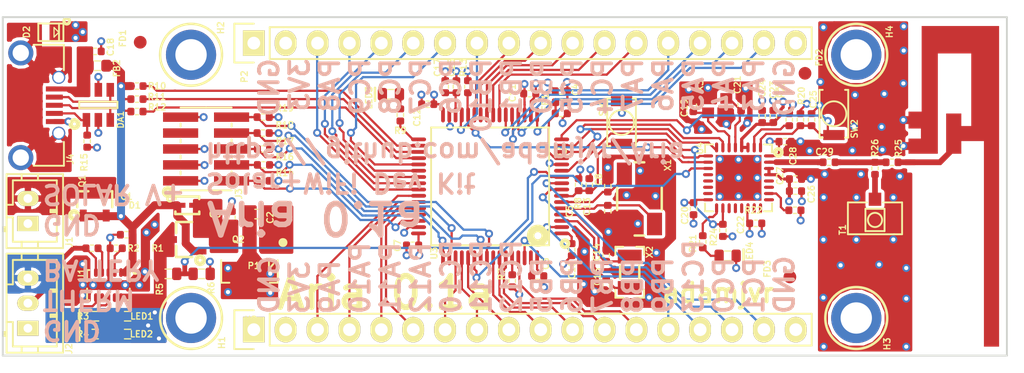
<source format=kicad_pcb>
(kicad_pcb (version 20160815) (host pcbnew "(2016-09-14 revision 83ed3c9)-makepkg")
  (layers (0 F.Cu signal) (1 In1.Cu power hide) (2 In2.Cu power hide) (31 B.Cu signal) (34 B.Paste user) (35 F.Paste user) (36 B.SilkS user hide) (37 F.SilkS user) (38 B.Mask user) (39 F.Mask user) (44 Edge.Cuts user))
  (net 0 "")
  (net 1 GND)
  (net 2 "Net-(C2-Pad1)")
  (net 3 +3V3)
  (net 4 "Net-(C5-Pad1)")
  (net 5 "Net-(C8-Pad1)")
  (net 6 "Net-(C9-Pad1)")
  (net 7 /MCU_STM32F446RET6/ESP_ST_RST)
  (net 8 "Net-(C14-Pad1)")
  (net 9 "Net-(C15-Pad1)")
  (net 10 "Net-(C16-Pad1)")
  (net 11 "Net-(C18-Pad2)")
  (net 12 "Net-(C19-Pad1)")
  (net 13 "Net-(C21-Pad1)")
  (net 14 "Net-(D2-Pad1)")
  (net 15 "Net-(DA1-Pad4)")
  (net 16 "Net-(DA1-Pad1)")
  (net 17 "Net-(DA1-Pad3)")
  (net 18 /MCU_STM32F446RET6/VBUS)
  (net 19 "Net-(J1-Pad2)")
  (net 20 /Power/BAT)
  (net 21 /Power/THERM)
  (net 22 /MCU_STM32F446RET6/SWDIO_TMS)
  (net 23 /MCU_STM32F446RET6/SWCLK_TCK)
  (net 24 /MCU_STM32F446RET6/SWO_TDO)
  (net 25 "Net-(J3-Pad7)")
  (net 26 /MCU_STM32F446RET6/SWO_TDI)
  (net 27 /MCU_STM32F446RET6/NJTRST)
  (net 28 "Net-(LED1-Pad2)")
  (net 29 "Net-(LED1-Pad1)")
  (net 30 "Net-(LED2-Pad1)")
  (net 31 "Net-(LED2-Pad2)")
  (net 32 "Net-(LED3-Pad1)")
  (net 33 "Net-(LED4-Pad1)")
  (net 34 "Net-(R1-Pad1)")
  (net 35 "Net-(R2-Pad1)")
  (net 36 /MCU_STM32F446RET6/ESPTOST_BOOT0)
  (net 37 /MCU_STM32F446RET6/HEARTBEAT)
  (net 38 "Net-(R10-Pad1)")
  (net 39 "Net-(R11-Pad1)")
  (net 40 "Net-(R12-Pad1)")
  (net 41 /MCU_STM32F446RET6/ESPTOST_BOOT1)
  (net 42 "Net-(R22-Pad1)")
  (net 43 "Net-(U1-Pad9)")
  (net 44 /MCU_STM32F446RET6/ESP_PGM_MODE)
  (net 45 /MCU_STM32F446RET6/STM_ESP_RST)
  (net 46 /MCU_STM32F446RET6/ESP_URX)
  (net 47 /MCU_STM32F446RET6/ESP_UTX)
  (net 48 /MCU_STM32F446RET6/BAT_VOLT)
  (net 49 "Net-(U4-Pad5)")
  (net 50 "Net-(U4-Pad6)")
  (net 51 "Net-(U4-Pad8)")
  (net 52 "Net-(U4-Pad9)")
  (net 53 "Net-(U4-Pad10)")
  (net 54 "Net-(U4-Pad12)")
  (net 55 "Net-(U4-Pad13)")
  (net 56 "Net-(U4-Pad14)")
  (net 57 "Net-(U4-Pad18)")
  (net 58 "Net-(U4-Pad19)")
  (net 59 "Net-(U4-Pad20)")
  (net 60 "Net-(R23-Pad2)")
  (net 61 "Net-(U4-Pad21)")
  (net 62 "Net-(R21-Pad2)")
  (net 63 "Net-(H3-Pad1)")
  (net 64 "Net-(H1-Pad1)")
  (net 65 "Net-(H4-Pad1)")
  (net 66 "Net-(H2-Pad1)")
  (net 67 "Net-(FD3-Pad1)")
  (net 68 "Net-(FD2-Pad1)")
  (net 69 "Net-(FD1-Pad1)")
  (net 70 /MCU_STM32F446RET6/PB9)
  (net 71 /MCU_STM32F446RET6/PB8)
  (net 72 /MCU_STM32F446RET6/PB7)
  (net 73 /MCU_STM32F446RET6/PB6)
  (net 74 /MCU_STM32F446RET6/PB5)
  (net 75 /MCU_STM32F446RET6/PC12)
  (net 76 /MCU_STM32F446RET6/PC11)
  (net 77 /MCU_STM32F446RET6/PC10)
  (net 78 /MCU_STM32F446RET6/PA4)
  (net 79 /MCU_STM32F446RET6/PA5)
  (net 80 /MCU_STM32F446RET6/PA6)
  (net 81 /MCU_STM32F446RET6/PA7)
  (net 82 /MCU_STM32F446RET6/PC4)
  (net 83 /MCU_STM32F446RET6/PC5)
  (net 84 /MCU_STM32F446RET6/PA8)
  (net 85 /MCU_STM32F446RET6/PA9)
  (net 86 /MCU_STM32F446RET6/PA10)
  (net 87 /MCU_STM32F446RET6/PA11)
  (net 88 /MCU_STM32F446RET6/PA12)
  (net 89 /MCU_STM32F446RET6/PC8)
  (net 90 /MCU_STM32F446RET6/PC9)
  (net 91 /MCU_STM32F446RET6/PC6)
  (net 92 /MCU_STM32F446RET6/PC7)
  (net 93 /MCU_STM32F446RET6/PB10)
  (net 94 /MCU_STM32F446RET6/PC0)
  (net 95 /MCU_STM32F446RET6/PC1)
  (net 96 /MCU_STM32F446RET6/PC13)
  (net 97 /MCU_STM32F446RET6/PB0)
  (net 98 /MCU_STM32F446RET6/PB1)
  (net 99 "Net-(R7-Pad1)")
  (net 100 /WiFi-ESP8285/ANTENNA)
  (net 101 /MCU_STM32F446RET6/PA3)
  (net 102 /WiFi-ESP8285/ANT_F)
  (net 103 /WiFi-ESP8285/ANT_UM)
  (net 104 /WiFi-ESP8285/LNA)
  (module PCB_Footprints:C0402 (layer F.Cu) (at 211.709 83.15452)
    (fp_text reference C29 (at -0.36576 -0.83312) (layer F.SilkS) (effects (font (size 0.5 0.5) (thickness 0.1))))
    (fp_text value 600L5R6BT200T)
    (pad 2 smd roundrect (at 0.483 0) (size 0.559 0.61) (layers F.Cu F.Paste F.Mask) (net 100 /WiFi-ESP8285/ANTENNA))
    (pad 1 smd roundrect (at -0.483 0) (size 0.559 0.61) (layers F.Cu F.Paste F.Mask) (net 104 /WiFi-ESP8285/LNA))
  )
  (module PCB_Footprints:PCB_IF_ANT_2.4G (layer F.Cu) (at 225.253691 72.283953 270)
    (fp_text reference ANT1)
    (fp_text value Inverted_F_PCB_Antenna)
    (fp_poly (pts (xy 10.64 4.82) (xy 10.64 7.48) (xy 11.1 7.48) (xy 11.1 4.62) (xy 10.19 3.72) (xy 10.19 3.01) (xy 9.18 3.01) (xy 9.18 1.21) (xy 25.58 1.21) (xy 25.58 0) (xy 0 0) (xy 0 6.17) (xy 6.83 6.17) (xy 6.83 7.22) (xy 8.18 7.22) (xy 8.18 6.23) (xy 8.98 6.23) (xy 8.98 7.22) (xy 10.19 7.22) (xy 10.19 4.88) (xy 2.19 4.88) (xy 2.19 2.22) (xy 7.98 2.22) (xy 7.98 3.01) (xy 6.98 3.01) (xy 6.98 4.22) (xy 10.05 4.22) (xy 10.64 4.82)) (layer F.Cu) (width 0.001))
    (pad 2 connect rect (at 7.5057 6.99008) (size 0.46 0.8) (layers F.Cu) (net 1 GND))
    (pad 1 connect rect (at 10.87 7.08 270) (size 0.46 0.8) (layers F.Cu) (net 102 /WiFi-ESP8285/ANT_F))
    (pad 2 connect rect (at 9.5758 6.99008) (size 0.46 0.8) (layers F.Cu) (net 1 GND))
  )
  (module PCB_Footprints:R0402 (layer F.Cu) (at 215.365491 83.640053 270)
    (fp_text reference R26 (at -1.6256 0 270) (layer F.SilkS) (effects (font (size 0.5 0.5) (thickness 0.1))))
    (fp_text value ERJ-2GE0R00X)
    (pad 2 smd roundrect (at 0.483 0 270) (size 0.559 0.61) (layers F.Cu F.Paste F.Mask) (net 103 /WiFi-ESP8285/ANT_UM))
    (pad 1 smd roundrect (at -0.483 0 270) (size 0.559 0.61) (layers F.Cu F.Paste F.Mask) (net 100 /WiFi-ESP8285/ANTENNA))
  )
  (module PCB_Footprints:R0402 (layer F.Cu) (at 216.724391 83.157453)
    (fp_text reference R25 (at 0.523 -1.12 90) (layer F.SilkS) (effects (font (size 0.5 0.5) (thickness 0.1))))
    (fp_text value ERJ-2GE0R00X)
    (pad 1 smd roundrect (at -0.483 0) (size 0.559 0.61) (layers F.Cu F.Paste F.Mask) (net 100 /WiFi-ESP8285/ANTENNA))
    (pad 2 smd roundrect (at 0.483 0) (size 0.559 0.61) (layers F.Cu F.Paste F.Mask) (net 102 /WiFi-ESP8285/ANT_F))
  )
  (module PCB_Footprints:R0402 (layer F.Cu) (at 203.245091 88.586553 90)
    (fp_text reference R24 (at -0.533 -0.7366 90) (layer F.SilkS) (effects (font (size 0.5 0.5) (thickness 0.1))))
    (fp_text value RC1005F103CS)
    (pad 2 smd roundrect (at 0.483 0 90) (size 0.559 0.61) (layers F.Cu F.Paste F.Mask) (net 44 /MCU_STM32F446RET6/ESP_PGM_MODE))
    (pad 1 smd roundrect (at -0.483 0 90) (size 0.559 0.61) (layers F.Cu F.Paste F.Mask) (net 3 +3V3))
  )
  (module Socket_Strips:Socket_Strip_Straight_1x18 (layer F.Cu) (at 165.873691 96.508953)
    (fp_text reference P1 (at 0 -5.1) (layer F.SilkS) (effects (font (size 0.5 0.5) (thickness 0.1))))
    (fp_text value CONN_01X18)
    (pad 18 thru_hole oval (at 43.18 0) (size 1.7272 2.032) (drill 1.016) (layers *.Cu *.Mask F.SilkS) (net 1 GND))
    (pad 17 thru_hole oval (at 40.64 0) (size 1.7272 2.032) (drill 1.016) (layers *.Cu *.Mask F.SilkS) (net 95 /MCU_STM32F446RET6/PC1))
    (pad 16 thru_hole oval (at 38.1 0) (size 1.7272 2.032) (drill 1.016) (layers *.Cu *.Mask F.SilkS) (net 94 /MCU_STM32F446RET6/PC0))
    (pad 15 thru_hole oval (at 35.56 0) (size 1.7272 2.032) (drill 1.016) (layers *.Cu *.Mask F.SilkS) (net 96 /MCU_STM32F446RET6/PC13))
    (pad 14 thru_hole oval (at 33.02 0) (size 1.7272 2.032) (drill 1.016) (layers *.Cu *.Mask F.SilkS) (net 70 /MCU_STM32F446RET6/PB9))
    (pad 13 thru_hole oval (at 30.48 0) (size 1.7272 2.032) (drill 1.016) (layers *.Cu *.Mask F.SilkS) (net 71 /MCU_STM32F446RET6/PB8))
    (pad 12 thru_hole oval (at 27.94 0) (size 1.7272 2.032) (drill 1.016) (layers *.Cu *.Mask F.SilkS) (net 72 /MCU_STM32F446RET6/PB7))
    (pad 11 thru_hole oval (at 25.4 0) (size 1.7272 2.032) (drill 1.016) (layers *.Cu *.Mask F.SilkS) (net 73 /MCU_STM32F446RET6/PB6))
    (pad 10 thru_hole oval (at 22.86 0) (size 1.7272 2.032) (drill 1.016) (layers *.Cu *.Mask F.SilkS) (net 74 /MCU_STM32F446RET6/PB5))
    (pad 9 thru_hole oval (at 20.32 0) (size 1.7272 2.032) (drill 1.016) (layers *.Cu *.Mask F.SilkS) (net 75 /MCU_STM32F446RET6/PC12))
    (pad 8 thru_hole oval (at 17.78 0) (size 1.7272 2.032) (drill 1.016) (layers *.Cu *.Mask F.SilkS) (net 76 /MCU_STM32F446RET6/PC11))
    (pad 7 thru_hole oval (at 15.24 0) (size 1.7272 2.032) (drill 1.016) (layers *.Cu *.Mask F.SilkS) (net 77 /MCU_STM32F446RET6/PC10))
    (pad 6 thru_hole oval (at 12.7 0) (size 1.7272 2.032) (drill 1.016) (layers *.Cu *.Mask F.SilkS) (net 88 /MCU_STM32F446RET6/PA12))
    (pad 5 thru_hole oval (at 10.16 0) (size 1.7272 2.032) (drill 1.016) (layers *.Cu *.Mask F.SilkS) (net 87 /MCU_STM32F446RET6/PA11))
    (pad 4 thru_hole oval (at 7.62 0) (size 1.7272 2.032) (drill 1.016) (layers *.Cu *.Mask F.SilkS) (net 86 /MCU_STM32F446RET6/PA10))
    (pad 3 thru_hole oval (at 5.08 0) (size 1.7272 2.032) (drill 1.016) (layers *.Cu *.Mask F.SilkS) (net 85 /MCU_STM32F446RET6/PA9))
    (pad 2 thru_hole oval (at 2.54 0) (size 1.7272 2.032) (drill 1.016) (layers *.Cu *.Mask F.SilkS) (net 3 +3V3))
    (pad 1 thru_hole rect (at 0 0) (size 1.7272 2.032) (drill 1.016) (layers *.Cu *.Mask F.SilkS) (net 1 GND))
  )
  (module Socket_Strips:Socket_Strip_Straight_1x18 (layer F.Cu) (at 165.873691 73.648953)
    (fp_text reference P2 (at -0.75 2.68 -270) (layer F.SilkS) (effects (font (size 0.5 0.5) (thickness 0.1))))
    (fp_text value CONN_01X18)
    (pad 1 thru_hole rect (at 0 0) (size 1.7272 2.032) (drill 1.016) (layers *.Cu *.Mask F.SilkS) (net 1 GND))
    (pad 2 thru_hole oval (at 2.54 0) (size 1.7272 2.032) (drill 1.016) (layers *.Cu *.Mask F.SilkS) (net 3 +3V3))
    (pad 3 thru_hole oval (at 5.08 0) (size 1.7272 2.032) (drill 1.016) (layers *.Cu *.Mask F.SilkS) (net 84 /MCU_STM32F446RET6/PA8))
    (pad 4 thru_hole oval (at 7.62 0) (size 1.7272 2.032) (drill 1.016) (layers *.Cu *.Mask F.SilkS) (net 90 /MCU_STM32F446RET6/PC9))
    (pad 5 thru_hole oval (at 10.16 0) (size 1.7272 2.032) (drill 1.016) (layers *.Cu *.Mask F.SilkS) (net 89 /MCU_STM32F446RET6/PC8))
    (pad 6 thru_hole oval (at 12.7 0) (size 1.7272 2.032) (drill 1.016) (layers *.Cu *.Mask F.SilkS) (net 92 /MCU_STM32F446RET6/PC7))
    (pad 7 thru_hole oval (at 15.24 0) (size 1.7272 2.032) (drill 1.016) (layers *.Cu *.Mask F.SilkS) (net 91 /MCU_STM32F446RET6/PC6))
    (pad 8 thru_hole oval (at 17.78 0) (size 1.7272 2.032) (drill 1.016) (layers *.Cu *.Mask F.SilkS) (net 93 /MCU_STM32F446RET6/PB10))
    (pad 9 thru_hole oval (at 20.32 0) (size 1.7272 2.032) (drill 1.016) (layers *.Cu *.Mask F.SilkS) (net 98 /MCU_STM32F446RET6/PB1))
    (pad 10 thru_hole oval (at 22.86 0) (size 1.7272 2.032) (drill 1.016) (layers *.Cu *.Mask F.SilkS) (net 97 /MCU_STM32F446RET6/PB0))
    (pad 11 thru_hole oval (at 25.4 0) (size 1.7272 2.032) (drill 1.016) (layers *.Cu *.Mask F.SilkS) (net 83 /MCU_STM32F446RET6/PC5))
    (pad 12 thru_hole oval (at 27.94 0) (size 1.7272 2.032) (drill 1.016) (layers *.Cu *.Mask F.SilkS) (net 82 /MCU_STM32F446RET6/PC4))
    (pad 13 thru_hole oval (at 30.48 0) (size 1.7272 2.032) (drill 1.016) (layers *.Cu *.Mask F.SilkS) (net 81 /MCU_STM32F446RET6/PA7))
    (pad 14 thru_hole oval (at 33.02 0) (size 1.7272 2.032) (drill 1.016) (layers *.Cu *.Mask F.SilkS) (net 80 /MCU_STM32F446RET6/PA6))
    (pad 15 thru_hole oval (at 35.56 0) (size 1.7272 2.032) (drill 1.016) (layers *.Cu *.Mask F.SilkS) (net 79 /MCU_STM32F446RET6/PA5))
    (pad 16 thru_hole oval (at 38.1 0) (size 1.7272 2.032) (drill 1.016) (layers *.Cu *.Mask F.SilkS) (net 78 /MCU_STM32F446RET6/PA4))
    (pad 17 thru_hole oval (at 40.64 0) (size 1.7272 2.032) (drill 1.016) (layers *.Cu *.Mask F.SilkS) (net 101 /MCU_STM32F446RET6/PA3))
    (pad 18 thru_hole oval (at 43.18 0) (size 1.7272 2.032) (drill 1.016) (layers *.Cu *.Mask F.SilkS) (net 1 GND))
  )
  (module PCB_Footprints:BQ24210 (layer F.Cu) (at 154.277998 93.02761 270)
    (fp_text reference U1 (at -0.916657 2.133107 270) (layer F.SilkS) (effects (font (size 0.5 0.5) (thickness 0.1))))
    (fp_text value BQ24210DQCT)
    (pad 5 smd oval (at -1.075157 0.986807 180) (size 0.3 0.7) (layers F.Cu F.Paste F.Mask) (net 21 /Power/THERM))
    (pad 4 smd oval (at -1.075157 0.486807 180) (size 0.3 0.7) (layers F.Cu F.Paste F.Mask) (net 35 "Net-(R2-Pad1)"))
    (pad 3 smd oval (at -1.075157 -0.013193 180) (size 0.3 0.7) (layers F.Cu F.Paste F.Mask) (net 1 GND))
    (pad 2 smd oval (at -1.075157 -0.513193 180) (size 0.3 0.7) (layers F.Cu F.Paste F.Mask) (net 34 "Net-(R1-Pad1)"))
    (pad 1 smd oval (at -1.075157 -1.013193 180) (size 0.3 0.7) (layers F.Cu F.Paste F.Mask) (net 18 /MCU_STM32F446RET6/VBUS))
    (pad 11 smd rect (at -0.075157 -0.013193 180) (size 2.4 0.75) (layers F.Cu F.Paste F.Mask) (net 1 GND))
    (pad 6 smd oval (at 0.924843 0.986807 180) (size 0.3 0.7) (layers F.Cu F.Paste F.Mask) (net 31 "Net-(LED2-Pad2)"))
    (pad 7 smd oval (at 0.924843 0.486807 180) (size 0.3 0.7) (layers F.Cu F.Paste F.Mask) (net 31 "Net-(LED2-Pad2)"))
    (pad 8 smd oval (at 0.924843 -0.013193 180) (size 0.3 0.7) (layers F.Cu F.Paste F.Mask) (net 28 "Net-(LED1-Pad2)"))
    (pad 9 smd oval (at 0.924843 -0.513193 180) (size 0.3 0.7) (layers F.Cu F.Paste F.Mask) (net 43 "Net-(U1-Pad9)"))
    (pad 10 smd oval (at 0.924843 -1.013193 180) (size 0.3 0.7) (layers F.Cu F.Paste F.Mask) (net 20 /Power/BAT))
  )
  (module PCB_Footprints:BAT20JFILM (layer F.Cu) (at 160.577691 86.586453)
    (fp_text reference D1 (at -4.191 0) (layer F.SilkS) (effects (font (size 0.5 0.5) (thickness 0.1))))
    (fp_text value BAT20JFILM)
    (pad 1 smd rect (at -0.8 0) (size 1.3 0.4) (layers F.Cu F.Paste F.Mask) (net 18 /MCU_STM32F446RET6/VBUS))
    (pad 2 smd rect (at 0.8 0) (size 1.3 0.4) (layers F.Cu F.Paste F.Mask) (net 2 "Net-(C2-Pad1)"))
  )
  (module PCB_Footprints:DMG2307L-7 (layer F.Cu) (at 153.198691 86.228953 90)
    (fp_text reference Q1 (at 1.575 -1 90) (layer F.SilkS) (effects (font (size 0.5 0.5) (thickness 0.1))))
    (fp_text value DMG2307L-7)
    (pad 2 smd rect (at -1.175 0.915 90) (size 0.95 0.55) (layers F.Cu F.Paste F.Mask) (net 18 /MCU_STM32F446RET6/VBUS))
    (pad 1 smd rect (at -1.175 -0.915 90) (size 0.95 0.55) (layers F.Cu F.Paste F.Mask) (net 18 /MCU_STM32F446RET6/VBUS))
    (pad 3 smd rect (at 1.175 0 90) (size 0.95 0.55) (layers F.Cu F.Paste F.Mask) (net 19 "Net-(J1-Pad2)"))
  )
  (module PCB_Footprints:DMG2307L-7 (layer F.Cu) (at 160.450691 89.316953 180)
    (fp_text reference Q2 (at -4.191 0 180) (layer F.SilkS) (effects (font (size 0.5 0.5) (thickness 0.1))))
    (fp_text value DMG2307L-7)
    (pad 2 smd rect (at -1.175 0.915 180) (size 0.95 0.55) (layers F.Cu F.Paste F.Mask) (net 2 "Net-(C2-Pad1)"))
    (pad 1 smd rect (at -1.175 -0.915 180) (size 0.95 0.55) (layers F.Cu F.Paste F.Mask) (net 18 /MCU_STM32F446RET6/VBUS))
    (pad 3 smd rect (at 1.175 0 180) (size 0.95 0.55) (layers F.Cu F.Paste F.Mask) (net 20 /Power/BAT))
  )
  (module PCB_Footprints:ABS07-32.768KHZ-9-T (layer F.Cu) (at 195.823691 91.928953 270)
    (fp_text reference X2 (at -1.609 -1.579 270) (layer F.SilkS) (effects (font (size 0.5 0.5) (thickness 0.1))))
    (fp_text value ABS07-32.768KHZ-9-T)
    (pad 1 smd rect (at -1.25 0 270) (size 1.1 1.9) (layers F.Cu F.Paste F.Mask) (net 8 "Net-(C14-Pad1)"))
    (pad 2 smd rect (at 1.25 0 270) (size 1.1 1.9) (layers F.Cu F.Paste F.Mask) (net 9 "Net-(C15-Pad1)"))
  )
  (module PCB_Footprints:RSB39VTE-17 (layer F.Cu) (at 149.703291 72.785353 180)
    (fp_text reference D2 (at 1.9296 0.0256 270) (layer F.SilkS) (effects (font (size 0.5 0.5) (thickness 0.1))))
    (fp_text value RSB39VTE-17)
    (pad 2 smd rect (at -1.1 0 270) (size 0.61 0.61) (layers F.Cu F.Paste F.Mask) (net 1 GND))
    (pad 1 smd rect (at 1.1 0 270) (size 0.61 0.61) (layers F.Cu F.Paste F.Mask) (net 14 "Net-(D2-Pad1)"))
  )
  (module PCB_Footprints:ESDA6V1BC6 (layer F.Cu) (at 153.487891 78.576553 90)
    (fp_text reference DA1 (at -1.1832 1.77 90) (layer F.SilkS) (effects (font (size 0.5 0.5) (thickness 0.1))))
    (fp_text value ESDA6V1BC6)
    (pad 3 smd rect (at -1.2 0.95 90) (size 1.1 0.6) (layers F.Cu F.Paste F.Mask) (net 17 "Net-(DA1-Pad3)"))
    (pad 2 smd rect (at -1.2 0 90) (size 1.1 0.6) (layers F.Cu F.Paste F.Mask) (net 1 GND))
    (pad 1 smd rect (at -1.2 -0.95 90) (size 1.1 0.6) (layers F.Cu F.Paste F.Mask) (net 16 "Net-(DA1-Pad1)"))
    (pad 6 smd rect (at 1.2 -0.95 90) (size 1.1 0.6) (layers F.Cu F.Paste F.Mask) (net 11 "Net-(C18-Pad2)"))
    (pad 5 smd rect (at 1.2 0 90) (size 1.1 0.6) (layers F.Cu F.Paste F.Mask) (net 1 GND))
    (pad 4 smd rect (at 1.2 0.95 90) (size 1.1 0.6) (layers F.Cu F.Paste F.Mask) (net 15 "Net-(DA1-Pad4)"))
  )
  (module PCB_Footprints:ABM3B8.000MHZB2T (layer F.Cu) (at 196.598691 86.078953 90)
    (fp_text reference X1 (at 2.705 2.256 90) (layer F.SilkS) (effects (font (size 0.5 0.5) (thickness 0.1))))
    (fp_text value ABM3B8.000MHZB2T)
    (pad 1 smd rect (at -2 1.2 90) (size 1.8 1.2) (layers F.Cu F.Paste F.Mask) (net 4 "Net-(C5-Pad1)"))
    (pad 3 smd rect (at 2 -1.2 90) (size 1.8 1.2) (layers F.Cu F.Paste F.Mask) (net 5 "Net-(C8-Pad1)"))
    (pad 2 smd rect (at 2 1.2 90) (size 1.8 1.2) (layers F.Cu F.Paste F.Mask) (net 1 GND))
    (pad 4 smd rect (at -2 -1.2 90) (size 1.8 1.2) (layers F.Cu F.Paste F.Mask) (net 1 GND))
  )
  (module PCB_Footprints:FIDUCIAL (layer F.Cu) (at 156.823691 73.578953 90)
    (fp_text reference FD1 (at 0.312 -1.398 90) (layer F.SilkS) (effects (font (size 0.5 0.5) (thickness 0.1))))
    (fp_text value FIDUCIAL)
    (pad 1 smd circle (at 0 0 90) (size 1.016 1.016) (layers F.Cu F.Mask) (net 69 "Net-(FD1-Pad1)"))
  )
  (module PCB_Footprints:FIDUCIAL (layer F.Cu) (at 209.790191 76.058153 90)
    (fp_text reference FD2 (at 1.2573 1.1303 90) (layer F.SilkS) (effects (font (size 0.5 0.5) (thickness 0.1))))
    (fp_text value FIDUCIAL)
    (pad 1 smd circle (at 0 0 90) (size 1.016 1.016) (layers F.Cu F.Mask) (net 68 "Net-(FD2-Pad1)"))
  )
  (module PCB_Footprints:FIDUCIAL (layer F.Cu) (at 208.5848 92.3036 90)
    (fp_text reference FD3 (at 0.645553 -1.802291 90) (layer F.SilkS) (effects (font (size 0.5 0.5) (thickness 0.1))))
    (fp_text value FIDUCIAL)
    (pad 1 smd circle (at 0 0 90) (size 1.016 1.016) (layers F.Cu F.Mask) (net 67 "Net-(FD3-Pad1)"))
  )
  (module PCB_Footprints:M2.5_HOLE (layer F.Cu) (at 160.873691 74.578953 90)
    (fp_text reference H2 (at 2.1516 2.371 90) (layer F.SilkS) (effects (font (size 0.5 0.5) (thickness 0.1))))
    (fp_text value M2.5_Hole)
    (pad 1 thru_hole circle (at 0 0 90) (size 4 4) (drill 2.5) (layers *.Cu *.Mask) (net 66 "Net-(H2-Pad1)"))
  )
  (module PCB_Footprints:M2.5_HOLE (layer F.Cu) (at 213.873691 74.578953 90)
    (fp_text reference H4 (at 1.8355 2.6475 90) (layer F.SilkS) (effects (font (size 0.5 0.5) (thickness 0.1))))
    (fp_text value M2.5_Hole)
    (pad 1 thru_hole circle (at 0 0 90) (size 4 4) (drill 2.5) (layers *.Cu *.Mask) (net 65 "Net-(H4-Pad1)"))
  )
  (module PCB_Footprints:M2.5_HOLE (layer F.Cu) (at 160.873691 95.578953 90)
    (fp_text reference H1 (at -1.9712 2.4472 90) (layer F.SilkS) (effects (font (size 0.5 0.5) (thickness 0.1))))
    (fp_text value M2.5_Hole)
    (pad 1 thru_hole circle (at 0 0 90) (size 4 4) (drill 2.5) (layers *.Cu *.Mask) (net 64 "Net-(H1-Pad1)"))
  )
  (module PCB_Footprints:M2.5_HOLE (layer F.Cu) (at 213.873691 95.578953 90)
    (fp_text reference H3 (at -2.0678 2.457 90) (layer F.SilkS) (effects (font (size 0.5 0.5) (thickness 0.1))))
    (fp_text value M2.5_Hole)
    (pad 1 thru_hole circle (at 0 0 90) (size 4 4) (drill 2.5) (layers *.Cu *.Mask) (net 63 "Net-(H3-Pad1)"))
  )
  (module PCB_Footprints:STM32F446RET6 (layer F.Cu) (at 184.698691 85.078953 180)
    (fp_text reference U3 (at 4.46 -5.3302 270) (layer F.SilkS) (effects (font (size 0.5 0.5) (thickness 0.1))))
    (fp_text value STM32F446RET6_-_TQFP64)
    (pad 1 smd oval (at -5.7 -3.75 270) (size 0.3 1.2) (layers F.Cu F.Paste F.Mask) (net 3 +3V3))
    (pad 2 smd oval (at -5.7 -3.25 270) (size 0.3 1.2) (layers F.Cu F.Paste F.Mask) (net 96 /MCU_STM32F446RET6/PC13))
    (pad 3 smd oval (at -5.7 -2.75 270) (size 0.3 1.2) (layers F.Cu F.Paste F.Mask) (net 9 "Net-(C15-Pad1)"))
    (pad 4 smd oval (at -5.7 -2.25 270) (size 0.3 1.2) (layers F.Cu F.Paste F.Mask) (net 8 "Net-(C14-Pad1)"))
    (pad 5 smd oval (at -5.7 -1.75 270) (size 0.3 1.2) (layers F.Cu F.Paste F.Mask) (net 4 "Net-(C5-Pad1)"))
    (pad 6 smd oval (at -5.7 -1.25 270) (size 0.3 1.2) (layers F.Cu F.Paste F.Mask) (net 5 "Net-(C8-Pad1)"))
    (pad 7 smd oval (at -5.7 -0.75 270) (size 0.3 1.2) (layers F.Cu F.Paste F.Mask) (net 7 /MCU_STM32F446RET6/ESP_ST_RST))
    (pad 8 smd oval (at -5.7 -0.25 270) (size 0.3 1.2) (layers F.Cu F.Paste F.Mask) (net 94 /MCU_STM32F446RET6/PC0))
    (pad 9 smd oval (at -5.7 0.25 270) (size 0.3 1.2) (layers F.Cu F.Paste F.Mask) (net 95 /MCU_STM32F446RET6/PC1))
    (pad 10 smd oval (at -5.7 0.75 270) (size 0.3 1.2) (layers F.Cu F.Paste F.Mask) (net 48 /MCU_STM32F446RET6/BAT_VOLT))
    (pad 11 smd oval (at -5.7 1.25 270) (size 0.3 1.2) (layers F.Cu F.Paste F.Mask) (net 44 /MCU_STM32F446RET6/ESP_PGM_MODE))
    (pad 12 smd oval (at -5.7 1.75 270) (size 0.3 1.2) (layers F.Cu F.Paste F.Mask) (net 1 GND))
    (pad 13 smd oval (at -5.7 2.25 270) (size 0.3 1.2) (layers F.Cu F.Paste F.Mask) (net 6 "Net-(C9-Pad1)"))
    (pad 14 smd oval (at -5.7 2.75 270) (size 0.3 1.2) (layers F.Cu F.Paste F.Mask) (net 46 /MCU_STM32F446RET6/ESP_URX))
    (pad 15 smd oval (at -5.7 3.25 270) (size 0.3 1.2) (layers F.Cu F.Paste F.Mask) (net 47 /MCU_STM32F446RET6/ESP_UTX))
    (pad 16 smd oval (at -5.7 3.75 270) (size 0.3 1.2) (layers F.Cu F.Paste F.Mask) (net 45 /MCU_STM32F446RET6/STM_ESP_RST))
    (pad 17 smd oval (at -3.75 5.7 180) (size 0.3 1.2) (layers F.Cu F.Paste F.Mask) (net 101 /MCU_STM32F446RET6/PA3))
    (pad 18 smd oval (at -3.25 5.7 180) (size 0.3 1.2) (layers F.Cu F.Paste F.Mask) (net 1 GND))
    (pad 19 smd oval (at -2.75 5.7 180) (size 0.3 1.2) (layers F.Cu F.Paste F.Mask) (net 3 +3V3))
    (pad 20 smd oval (at -2.25 5.7 180) (size 0.3 1.2) (layers F.Cu F.Paste F.Mask) (net 78 /MCU_STM32F446RET6/PA4))
    (pad 21 smd oval (at -1.75 5.7 180) (size 0.3 1.2) (layers F.Cu F.Paste F.Mask) (net 79 /MCU_STM32F446RET6/PA5))
    (pad 22 smd oval (at -1.25 5.7 180) (size 0.3 1.2) (layers F.Cu F.Paste F.Mask) (net 80 /MCU_STM32F446RET6/PA6))
    (pad 23 smd oval (at -0.75 5.7 180) (size 0.3 1.2) (layers F.Cu F.Paste F.Mask) (net 81 /MCU_STM32F446RET6/PA7))
    (pad 24 smd oval (at -0.25 5.7 180) (size 0.3 1.2) (layers F.Cu F.Paste F.Mask) (net 82 /MCU_STM32F446RET6/PC4))
    (pad 25 smd oval (at 0.25 5.7 180) (size 0.3 1.2) (layers F.Cu F.Paste F.Mask) (net 83 /MCU_STM32F446RET6/PC5))
    (pad 26 smd oval (at 0.75 5.7 180) (size 0.3 1.2) (layers F.Cu F.Paste F.Mask) (net 97 /MCU_STM32F446RET6/PB0))
    (pad 27 smd oval (at 1.25 5.7 180) (size 0.3 1.2) (layers F.Cu F.Paste F.Mask) (net 98 /MCU_STM32F446RET6/PB1))
    (pad 28 smd oval (at 1.75 5.7 180) (size 0.3 1.2) (layers F.Cu F.Paste F.Mask) (net 41 /MCU_STM32F446RET6/ESPTOST_BOOT1))
    (pad 29 smd oval (at 2.25 5.7 180) (size 0.3 1.2) (layers F.Cu F.Paste F.Mask) (net 93 /MCU_STM32F446RET6/PB10))
    (pad 30 smd oval (at 2.75 5.7 180) (size 0.3 1.2) (layers F.Cu F.Paste F.Mask) (net 10 "Net-(C16-Pad1)"))
    (pad 31 smd oval (at 3.25 5.7 180) (size 0.3 1.2) (layers F.Cu F.Paste F.Mask) (net 1 GND))
    (pad 32 smd oval (at 3.75 5.7 180) (size 0.3 1.2) (layers F.Cu F.Paste F.Mask) (net 3 +3V3))
    (pad 33 smd oval (at 5.7 3.75 270) (size 0.3 1.2) (layers F.Cu F.Paste F.Mask) (net 37 /MCU_STM32F446RET6/HEARTBEAT))
    (pad 34 smd oval (at 5.7 3.25 270) (size 0.3 1.2) (layers F.Cu F.Paste F.Mask) (net 38 "Net-(R10-Pad1)"))
    (pad 35 smd oval (at 5.7 2.75 270) (size 0.3 1.2) (layers F.Cu F.Paste F.Mask) (net 39 "Net-(R11-Pad1)"))
    (pad 36 smd oval (at 5.7 2.25 270) (size 0.3 1.2) (layers F.Cu F.Paste F.Mask) (net 40 "Net-(R12-Pad1)"))
    (pad 37 smd oval (at 5.7 1.75 270) (size 0.3 1.2) (layers F.Cu F.Paste F.Mask) (net 91 /MCU_STM32F446RET6/PC6))
    (pad 38 smd oval (at 5.7 1.25 270) (size 0.3 1.2) (layers F.Cu F.Paste F.Mask) (net 92 /MCU_STM32F446RET6/PC7))
    (pad 39 smd oval (at 5.7 0.75 270) (size 0.3 1.2) (layers F.Cu F.Paste F.Mask) (net 89 /MCU_STM32F446RET6/PC8))
    (pad 40 smd oval (at 5.7 0.25 270) (size 0.3 1.2) (layers F.Cu F.Paste F.Mask) (net 90 /MCU_STM32F446RET6/PC9))
    (pad 41 smd oval (at 5.7 -0.25 270) (size 0.3 1.2) (layers F.Cu F.Paste F.Mask) (net 84 /MCU_STM32F446RET6/PA8))
    (pad 42 smd oval (at 5.7 -0.75 270) (size 0.3 1.2) (layers F.Cu F.Paste F.Mask) (net 85 /MCU_STM32F446RET6/PA9))
    (pad 43 smd oval (at 5.7 -1.25 270) (size 0.3 1.2) (layers F.Cu F.Paste F.Mask) (net 86 /MCU_STM32F446RET6/PA10))
    (pad 44 smd oval (at 5.7 -1.75 270) (size 0.3 1.2) (layers F.Cu F.Paste F.Mask) (net 87 /MCU_STM32F446RET6/PA11))
    (pad 45 smd oval (at 5.7 -2.25 270) (size 0.3 1.2) (layers F.Cu F.Paste F.Mask) (net 88 /MCU_STM32F446RET6/PA12))
    (pad 46 smd oval (at 5.7 -2.75 270) (size 0.3 1.2) (layers F.Cu F.Paste F.Mask) (net 22 /MCU_STM32F446RET6/SWDIO_TMS))
    (pad 47 smd oval (at 5.7 -3.25 270) (size 0.3 1.2) (layers F.Cu F.Paste F.Mask) (net 1 GND))
    (pad 48 smd oval (at 5.7 -3.75 270) (size 0.3 1.2) (layers F.Cu F.Paste F.Mask) (net 3 +3V3))
    (pad 49 smd oval (at 3.75 -5.7 180) (size 0.3 1.2) (layers F.Cu F.Paste F.Mask) (net 23 /MCU_STM32F446RET6/SWCLK_TCK))
    (pad 50 smd oval (at 3.25 -5.7 180) (size 0.3 1.2) (layers F.Cu F.Paste F.Mask) (net 26 /MCU_STM32F446RET6/SWO_TDI))
    (pad 51 smd oval (at 2.75 -5.7 180) (size 0.3 1.2) (layers F.Cu F.Paste F.Mask) (net 77 /MCU_STM32F446RET6/PC10))
    (pad 52 smd oval (at 2.25 -5.7 180) (size 0.3 1.2) (layers F.Cu F.Paste F.Mask) (net 76 /MCU_STM32F446RET6/PC11))
    (pad 53 smd oval (at 1.75 -5.7 180) (size 0.3 1.2) (layers F.Cu F.Paste F.Mask) (net 75 /MCU_STM32F446RET6/PC12))
    (pad 54 smd oval (at 1.25 -5.7 180) (size 0.3 1.2) (layers F.Cu F.Paste F.Mask) (net 36 /MCU_STM32F446RET6/ESPTOST_BOOT0))
    (pad 55 smd oval (at 0.75 -5.7 180) (size 0.3 1.2) (layers F.Cu F.Paste F.Mask) (net 24 /MCU_STM32F446RET6/SWO_TDO))
    (pad 56 smd oval (at 0.25 -5.7 180) (size 0.3 1.2) (layers F.Cu F.Paste F.Mask) (net 27 /MCU_STM32F446RET6/NJTRST))
    (pad 57 smd oval (at -0.25 -5.7 180) (size 0.3 1.2) (layers F.Cu F.Paste F.Mask) (net 74 /MCU_STM32F446RET6/PB5))
    (pad 58 smd oval (at -0.75 -5.7 180) (size 0.3 1.2) (layers F.Cu F.Paste F.Mask) (net 73 /MCU_STM32F446RET6/PB6))
    (pad 59 smd oval (at -1.25 -5.7 180) (size 0.3 1.2) (layers F.Cu F.Paste F.Mask) (net 72 /MCU_STM32F446RET6/PB7))
    (pad 60 smd oval (at -1.75 -5.7 180) (size 0.3 1.2) (layers F.Cu F.Paste F.Mask) (net 99 "Net-(R7-Pad1)"))
    (pad 61 smd oval (at -2.25 -5.7 180) (size 0.3 1.2) (layers F.Cu F.Paste F.Mask) (net 71 /MCU_STM32F446RET6/PB8))
    (pad 62 smd oval (at -2.75 -5.7 180) (size 0.3 1.2) (layers F.Cu F.Paste F.Mask) (net 70 /MCU_STM32F446RET6/PB9))
    (pad 63 smd oval (at -3.25 -5.7 180) (size 0.3 1.2) (layers F.Cu F.Paste F.Mask) (net 1 GND))
    (pad 64 smd oval (at -3.75 -5.7 180) (size 0.3 1.2) (layers F.Cu F.Paste F.Mask) (net 3 +3V3))
  )
  (module PCB_Footprints:ESP8285 (layer F.Cu) (at 204.494549 84.398953 180)
    (fp_text reference U4 (at 3.080858 2.354778 270) (layer F.SilkS) (effects (font (size 0.5 0.5) (thickness 0.1))))
    (fp_text value ESP8285)
    (pad 32 smd oval (at -1.75 2.425 180) (size 0.25 0.8) (layers F.Cu F.Paste F.Mask) (net 45 /MCU_STM32F446RET6/STM_ESP_RST))
    (pad 31 smd oval (at -1.25 2.425 180) (size 0.25 0.8) (layers F.Cu F.Paste F.Mask) (net 60 "Net-(R23-Pad2)"))
    (pad 30 smd oval (at -0.75 2.425 180) (size 0.25 0.8) (layers F.Cu F.Paste F.Mask) (net 3 +3V3))
    (pad 29 smd oval (at -0.25 2.425 180) (size 0.25 0.8) (layers F.Cu F.Paste F.Mask) (net 3 +3V3))
    (pad 28 smd oval (at 0.25 2.425 180) (size 0.25 0.8) (layers F.Cu F.Paste F.Mask) (net 13 "Net-(C21-Pad1)"))
    (pad 27 smd oval (at 0.75 2.425 180) (size 0.25 0.8) (layers F.Cu F.Paste F.Mask) (net 12 "Net-(C19-Pad1)"))
    (pad 26 smd oval (at 1.25 2.425 180) (size 0.25 0.8) (layers F.Cu F.Paste F.Mask) (net 46 /MCU_STM32F446RET6/ESP_URX))
    (pad 25 smd oval (at 1.75 2.425 180) (size 0.25 0.8) (layers F.Cu F.Paste F.Mask) (net 47 /MCU_STM32F446RET6/ESP_UTX))
    (pad 24 smd oval (at 2.425 1.75 180) (size 0.8 0.25) (layers F.Cu F.Paste F.Mask) (net 7 /MCU_STM32F446RET6/ESP_ST_RST))
    (pad 23 smd oval (at 2.425 1.25 180) (size 0.8 0.25) (layers F.Cu F.Paste F.Mask) (net 41 /MCU_STM32F446RET6/ESPTOST_BOOT1))
    (pad 22 smd oval (at 2.425 0.75 180) (size 0.8 0.25) (layers F.Cu F.Paste F.Mask) (net 36 /MCU_STM32F446RET6/ESPTOST_BOOT0))
    (pad 21 smd oval (at 2.425 0.25 180) (size 0.8 0.25) (layers F.Cu F.Paste F.Mask) (net 61 "Net-(U4-Pad21)"))
    (pad 20 smd oval (at 2.425 -0.25 180) (size 0.8 0.25) (layers F.Cu F.Paste F.Mask) (net 59 "Net-(U4-Pad20)"))
    (pad 19 smd oval (at 2.425 -0.75 180) (size 0.8 0.25) (layers F.Cu F.Paste F.Mask) (net 58 "Net-(U4-Pad19)"))
    (pad 18 smd oval (at 2.425 -1.25 180) (size 0.8 0.25) (layers F.Cu F.Paste F.Mask) (net 57 "Net-(U4-Pad18)"))
    (pad 17 smd oval (at 2.425 -1.75 180) (size 0.8 0.25) (layers F.Cu F.Paste F.Mask) (net 3 +3V3))
    (pad 16 smd oval (at 1.75 -2.425 180) (size 0.25 0.8) (layers F.Cu F.Paste F.Mask) (net 62 "Net-(R21-Pad2)"))
    (pad 15 smd oval (at 1.25 -2.425 180) (size 0.25 0.8) (layers F.Cu F.Paste F.Mask) (net 44 /MCU_STM32F446RET6/ESP_PGM_MODE))
    (pad 14 smd oval (at 0.75 -2.425 180) (size 0.25 0.8) (layers F.Cu F.Paste F.Mask) (net 56 "Net-(U4-Pad14)"))
    (pad 13 smd oval (at 0.25 -2.425 180) (size 0.25 0.8) (layers F.Cu F.Paste F.Mask) (net 55 "Net-(U4-Pad13)"))
    (pad 12 smd oval (at -0.25 -2.425 180) (size 0.25 0.8) (layers F.Cu F.Paste F.Mask) (net 54 "Net-(U4-Pad12)"))
    (pad 11 smd oval (at -0.75 -2.425 180) (size 0.25 0.8) (layers F.Cu F.Paste F.Mask) (net 3 +3V3))
    (pad 10 smd oval (at -1.25 -2.425 180) (size 0.25 0.8) (layers F.Cu F.Paste F.Mask) (net 53 "Net-(U4-Pad10)"))
    (pad 9 smd oval (at -1.75 -2.425 180) (size 0.25 0.8) (layers F.Cu F.Paste F.Mask) (net 52 "Net-(U4-Pad9)"))
    (pad 8 smd oval (at -2.425 -1.75 180) (size 0.8 0.25) (layers F.Cu F.Paste F.Mask) (net 51 "Net-(U4-Pad8)"))
    (pad 7 smd oval (at -2.425 -1.25 180) (size 0.8 0.25) (layers F.Cu F.Paste F.Mask) (net 42 "Net-(R22-Pad1)"))
    (pad 6 smd oval (at -2.425 -0.75 180) (size 0.8 0.25) (layers F.Cu F.Paste F.Mask) (net 50 "Net-(U4-Pad6)"))
    (pad 5 smd oval (at -2.425 -0.25 180) (size 0.8 0.25) (layers F.Cu F.Paste F.Mask) (net 49 "Net-(U4-Pad5)"))
    (pad 4 smd oval (at -2.425 0.25 180) (size 0.8 0.25) (layers F.Cu F.Paste F.Mask) (net 3 +3V3))
    (pad 3 smd oval (at -2.425 0.75 180) (size 0.8 0.25) (layers F.Cu F.Paste F.Mask) (net 3 +3V3))
    (pad 2 smd oval (at -2.425 1.25 180) (size 0.8 0.25) (layers F.Cu F.Paste F.Mask) (net 104 /WiFi-ESP8285/LNA))
    (pad 1 smd oval (at -2.425 1.75 180) (size 0.8 0.25) (layers F.Cu F.Paste F.Mask) (net 3 +3V3))
    (pad 33 smd rect (at 0 0 180) (size 3.65 3.65) (layers F.Cu F.Paste F.Mask) (net 1 GND))
  )
  (module PCB_Footprints:C0402 (layer F.Cu) (at 155.726691 88.935953 180)
    (fp_text reference C1 (at 0 3.048 180) (layer F.SilkS) (effects (font (size 0.5 0.5) (thickness 0.1))))
    (fp_text value CL05A105KA5NQNC)
    (pad 1 smd roundrect (at -0.483 0 180) (size 0.559 0.61) (layers F.Cu F.Paste F.Mask) (net 18 /MCU_STM32F446RET6/VBUS))
    (pad 2 smd roundrect (at 0.483 0 180) (size 0.559 0.61) (layers F.Cu F.Paste F.Mask) (net 1 GND))
  )
  (module PCB_Footprints:C0402 (layer F.Cu) (at 164.133691 87.563953 90)
    (fp_text reference C2 (at 0 3.048 90) (layer F.SilkS) (effects (font (size 0.5 0.5) (thickness 0.1))))
    (fp_text value CL05A105KA5NQNC)
    (pad 1 smd roundrect (at -0.483 0 90) (size 0.559 0.61) (layers F.Cu F.Paste F.Mask) (net 2 "Net-(C2-Pad1)"))
    (pad 2 smd roundrect (at 0.483 0 90) (size 0.559 0.61) (layers F.Cu F.Paste F.Mask) (net 1 GND))
  )
  (module PCB_Footprints:C0603 (layer F.Cu) (at 166.210691 87.284953)
    (fp_text reference C3 (at -3.429 0) (layer F.SilkS) (effects (font (size 0.5 0.5) (thickness 0.1))))
    (fp_text value CL10A106KQ8NNNC)
    (pad 1 smd roundrect (at -0.68 0) (size 0.74 1) (layers F.Cu F.Paste F.Mask) (net 3 +3V3))
    (pad 2 smd roundrect (at 0.68 0) (size 0.74 1) (layers F.Cu F.Paste F.Mask) (net 1 GND))
  )
  (module PCB_Footprints:C0402 (layer F.Cu) (at 190.373291 77.477353 180)
    (fp_text reference C4 (at -1.143 0.127 270) (layer F.SilkS) (effects (font (size 0.5 0.5) (thickness 0.1))))
    (fp_text value CL05B104JP5NNNC)
    (pad 1 smd roundrect (at -0.483 0 180) (size 0.559 0.61) (layers F.Cu F.Paste F.Mask) (net 3 +3V3))
    (pad 2 smd roundrect (at 0.483 0 180) (size 0.559 0.61) (layers F.Cu F.Paste F.Mask) (net 1 GND))
  )
  (module PCB_Footprints:C0402 (layer F.Cu) (at 194.079691 87.074953 270)
    (fp_text reference C5 (at 0 3.048 270) (layer F.SilkS) (effects (font (size 0.5 0.5) (thickness 0.1))))
    (fp_text value CL05C090CB5NNNC)
    (pad 1 smd roundrect (at -0.483 0 270) (size 0.559 0.61) (layers F.Cu F.Paste F.Mask) (net 4 "Net-(C5-Pad1)"))
    (pad 2 smd roundrect (at 0.483 0 270) (size 0.559 0.61) (layers F.Cu F.Paste F.Mask) (net 1 GND))
  )
  (module PCB_Footprints:C0402 (layer F.Cu) (at 188.493691 92.233953 180)
    (fp_text reference C6 (at -0.6336 0.9866 270) (layer F.SilkS) (effects (font (size 0.5 0.5) (thickness 0.1))))
    (fp_text value CL05B104JP5NNNC)
    (pad 1 smd roundrect (at -0.483 0 180) (size 0.559 0.61) (layers F.Cu F.Paste F.Mask) (net 3 +3V3))
    (pad 2 smd roundrect (at 0.483 0 180) (size 0.559 0.61) (layers F.Cu F.Paste F.Mask) (net 1 GND))
  )
  (module PCB_Footprints:C0402 (layer F.Cu) (at 178.523691 89.778953 180)
    (fp_text reference C7 (at 1.2 -0.025 270) (layer F.SilkS) (effects (font (size 0.5 0.5) (thickness 0.1))))
    (fp_text value CL05B104JP5NNNC)
    (pad 1 smd roundrect (at -0.483 0 180) (size 0.559 0.61) (layers F.Cu F.Paste F.Mask) (net 3 +3V3))
    (pad 2 smd roundrect (at 0.483 0 180) (size 0.559 0.61) (layers F.Cu F.Paste F.Mask) (net 1 GND))
  )
  (module PCB_Footprints:C0402 (layer F.Cu) (at 194.079691 85.042953 90)
    (fp_text reference C8 (at 0.514 -0.731 90) (layer F.SilkS) (effects (font (size 0.5 0.5) (thickness 0.1))))
    (fp_text value CL05C090CB5NNNC)
    (pad 1 smd roundrect (at -0.483 0 90) (size 0.559 0.61) (layers F.Cu F.Paste F.Mask) (net 5 "Net-(C8-Pad1)"))
    (pad 2 smd roundrect (at 0.483 0 90) (size 0.559 0.61) (layers F.Cu F.Paste F.Mask) (net 1 GND))
  )
  (module PCB_Footprints:C0402 (layer F.Cu) (at 190.373291 79.255353)
    (fp_text reference C9 (at 0 3.048) (layer F.SilkS) (effects (font (size 0.5 0.5) (thickness 0.1))))
    (fp_text value CL05B104JP5NNNC)
    (pad 1 smd roundrect (at -0.483 0) (size 0.559 0.61) (layers F.Cu F.Paste F.Mask) (net 6 "Net-(C9-Pad1)"))
    (pad 2 smd roundrect (at 0.483 0) (size 0.559 0.61) (layers F.Cu F.Paste F.Mask) (net 1 GND))
  )
  (module PCB_Footprints:C0402 (layer F.Cu) (at 191.200691 90.128953 270)
    (fp_text reference C10 (at 1.625 -0.025 270) (layer F.SilkS) (effects (font (size 0.5 0.5) (thickness 0.1))))
    (fp_text value CL05B104JP5NNNC)
    (pad 1 smd roundrect (at -0.483 0 270) (size 0.559 0.61) (layers F.Cu F.Paste F.Mask) (net 3 +3V3))
    (pad 2 smd roundrect (at 0.483 0 270) (size 0.559 0.61) (layers F.Cu F.Paste F.Mask) (net 1 GND))
  )
  (module PCB_Footprints:C0402 (layer F.Cu) (at 187.858691 77.678953)
    (fp_text reference C11 (at -1.373 -0.054 -270) (layer F.SilkS) (effects (font (size 0.5 0.5) (thickness 0.1))))
    (fp_text value CL05B104JP5NNNC)
    (pad 1 smd roundrect (at -0.483 0) (size 0.559 0.61) (layers F.Cu F.Paste F.Mask) (net 3 +3V3))
    (pad 2 smd roundrect (at 0.483 0) (size 0.559 0.61) (layers F.Cu F.Paste F.Mask) (net 1 GND))
  )
  (module PCB_Footprints:C0402 (layer F.Cu) (at 179.730691 78.521953 180)
    (fp_text reference C12 (at 0.857 -1.057 270) (layer F.SilkS) (effects (font (size 0.5 0.5) (thickness 0.1))))
    (fp_text value CL05B104JP5NNNC)
    (pad 1 smd roundrect (at -0.483 0 180) (size 0.559 0.61) (layers F.Cu F.Paste F.Mask) (net 3 +3V3))
    (pad 2 smd roundrect (at 0.483 0 180) (size 0.559 0.61) (layers F.Cu F.Paste F.Mask) (net 1 GND))
  )
  (module PCB_Footprints:C0402 (layer F.Cu) (at 192.600691 84.940953 90)
    (fp_text reference C13 (at -1.752 -0.184 90) (layer F.SilkS) (effects (font (size 0.5 0.5) (thickness 0.1))))
    (fp_text value CL05B104JP5NNNC)
    (pad 1 smd roundrect (at -0.483 0 90) (size 0.559 0.61) (layers F.Cu F.Paste F.Mask) (net 7 /MCU_STM32F446RET6/ESP_ST_RST))
    (pad 2 smd roundrect (at 0.483 0 90) (size 0.559 0.61) (layers F.Cu F.Paste F.Mask) (net 1 GND))
  )
  (module PCB_Footprints:C0402 (layer F.Cu) (at 193.950691 90.578953 90)
    (fp_text reference C14 (at 0.246 -0.762 90) (layer F.SilkS) (effects (font (size 0.5 0.5) (thickness 0.1))))
    (fp_text value CL05C180GB5NCNC)
    (pad 1 smd roundrect (at -0.483 0 90) (size 0.559 0.61) (layers F.Cu F.Paste F.Mask) (net 8 "Net-(C14-Pad1)"))
    (pad 2 smd roundrect (at 0.483 0 90) (size 0.559 0.61) (layers F.Cu F.Paste F.Mask) (net 1 GND))
  )
  (module PCB_Footprints:C0402 (layer F.Cu) (at 193.950691 92.987953 270)
    (fp_text reference C15 (at -0.709 0.7 90) (layer F.SilkS) (effects (font (size 0.5 0.5) (thickness 0.1))))
    (fp_text value CL05C180GB5NCNC)
    (pad 1 smd roundrect (at -0.483 0 270) (size 0.559 0.61) (layers F.Cu F.Paste F.Mask) (net 9 "Net-(C15-Pad1)"))
    (pad 2 smd roundrect (at 0.483 0 270) (size 0.559 0.61) (layers F.Cu F.Paste F.Mask) (net 1 GND))
  )
  (module PCB_Footprints:C0402 (layer F.Cu) (at 182.016691 77.124953 90)
    (fp_text reference C16 (at 1.524 -0.393 90) (layer F.SilkS) (effects (font (size 0.5 0.5) (thickness 0.1))))
    (fp_text value CL05A475KQ5NRNC)
    (pad 1 smd roundrect (at -0.483 0 90) (size 0.559 0.61) (layers F.Cu F.Paste F.Mask) (net 10 "Net-(C16-Pad1)"))
    (pad 2 smd roundrect (at 0.483 0 90) (size 0.559 0.61) (layers F.Cu F.Paste F.Mask) (net 1 GND))
  )
  (module PCB_Footprints:C0402 (layer F.Cu) (at 181.127691 77.124953 90)
    (fp_text reference C17 (at 1.524 -0.611 90) (layer F.SilkS) (effects (font (size 0.5 0.5) (thickness 0.1))))
    (fp_text value CL05B104JP5NNNC)
    (pad 1 smd roundrect (at -0.483 0 90) (size 0.559 0.61) (layers F.Cu F.Paste F.Mask) (net 10 "Net-(C16-Pad1)"))
    (pad 2 smd roundrect (at 0.483 0 90) (size 0.559 0.61) (layers F.Cu F.Paste F.Mask) (net 1 GND))
  )
  (module PCB_Footprints:C0402 (layer F.Cu) (at 153.233891 74.309353 180)
    (fp_text reference C18 (at -1.224 0.3496 270) (layer F.SilkS) (effects (font (size 0.5 0.5) (thickness 0.1))))
    (fp_text value CL05B104JP5NNNC)
    (pad 1 smd roundrect (at -0.483 0 180) (size 0.559 0.61) (layers F.Cu F.Paste F.Mask) (net 1 GND))
    (pad 2 smd roundrect (at 0.483 0 180) (size 0.559 0.61) (layers F.Cu F.Paste F.Mask) (net 11 "Net-(C18-Pad2)"))
  )
  (module PCB_Footprints:C0402 (layer F.Cu) (at 200.888727 78.636006 90)
    (fp_text reference C19 (at -0.181947 -0.710036 90) (layer F.SilkS) (effects (font (size 0.5 0.5) (thickness 0.1))))
    (fp_text value CL05C090CB5NNNC)
    (pad 1 smd roundrect (at -0.483 0 90) (size 0.559 0.61) (layers F.Cu F.Paste F.Mask) (net 12 "Net-(C19-Pad1)"))
    (pad 2 smd roundrect (at 0.483 0 90) (size 0.559 0.61) (layers F.Cu F.Paste F.Mask) (net 1 GND))
  )
  (module PCB_Footprints:C0402 (layer F.Cu) (at 200.908085 86.857306 270)
    (fp_text reference C20 (at 0.541647 0.688536 270) (layer F.SilkS) (effects (font (size 0.5 0.5) (thickness 0.1))))
    (fp_text value CL05B104JP5NNNC)
    (pad 1 smd roundrect (at -0.483 0 270) (size 0.559 0.61) (layers F.Cu F.Paste F.Mask) (net 3 +3V3))
    (pad 2 smd roundrect (at 0.483 0 270) (size 0.559 0.61) (layers F.Cu F.Paste F.Mask) (net 1 GND))
  )
  (module PCB_Footprints:C0402 (layer F.Cu) (at 204.698727 78.572506 90)
    (fp_text reference C21 (at 1.604553 -0.289036 90) (layer F.SilkS) (effects (font (size 0.5 0.5) (thickness 0.1))))
    (fp_text value CL05C090CB5NNNC)
    (pad 1 smd roundrect (at -0.483 0 90) (size 0.559 0.61) (layers F.Cu F.Paste F.Mask) (net 13 "Net-(C21-Pad1)"))
    (pad 2 smd roundrect (at 0.483 0 90) (size 0.559 0.61) (layers F.Cu F.Paste F.Mask) (net 1 GND))
  )
  (module PCB_Footprints:C0402 (layer F.Cu) (at 205.861085 88.025306)
    (fp_text reference C22 (at -1.1938 0.127 -270) (layer F.SilkS) (effects (font (size 0.5 0.5) (thickness 0.1))))
    (fp_text value CL05B104JP5NNNC)
    (pad 1 smd roundrect (at -0.483 0) (size 0.559 0.61) (layers F.Cu F.Paste F.Mask) (net 3 +3V3))
    (pad 2 smd roundrect (at 0.483 0) (size 0.559 0.61) (layers F.Cu F.Paste F.Mask) (net 1 GND))
  )
  (module PCB_Footprints:C0402 (layer F.Cu) (at 207.264 79.502 90)
    (fp_text reference C23 (at 2.127553 0.003064 90) (layer F.SilkS) (effects (font (size 0.5 0.5) (thickness 0.1))))
    (fp_text value CL05B104JP5NNNC)
    (pad 1 smd roundrect (at -0.483 0 90) (size 0.559 0.61) (layers F.Cu F.Paste F.Mask) (net 3 +3V3))
    (pad 2 smd roundrect (at 0.483 0 90) (size 0.559 0.61) (layers F.Cu F.Paste F.Mask) (net 1 GND))
  )
  (module PCB_Footprints:C0402 (layer F.Cu) (at 206.375 79.502 90)
    (fp_text reference C24 (at 2.254553 0 90) (layer F.SilkS) (effects (font (size 0.5 0.5) (thickness 0.1))))
    (fp_text value CL05B104JP5NNNC)
    (pad 1 smd roundrect (at -0.483 0 90) (size 0.559 0.61) (layers F.Cu F.Paste F.Mask) (net 3 +3V3))
    (pad 2 smd roundrect (at 0.483 0 90) (size 0.559 0.61) (layers F.Cu F.Paste F.Mask) (net 1 GND))
  )
  (module PCB_Footprints:C0402 (layer F.Cu) (at 210.312 79.756 90)
    (fp_text reference C25 (at 1.6188 0.142764 90) (layer F.SilkS) (effects (font (size 0.5 0.5) (thickness 0.1))))
    (fp_text value CL05B104JP5NNNC)
    (pad 1 smd roundrect (at -0.483 0 90) (size 0.559 0.61) (layers F.Cu F.Paste F.Mask) (net 45 /MCU_STM32F446RET6/STM_ESP_RST))
    (pad 2 smd roundrect (at 0.483 0 90) (size 0.559 0.61) (layers F.Cu F.Paste F.Mask) (net 1 GND))
  )
  (module PCB_Footprints:C0402 (layer F.Cu) (at 209.029427 85.455906)
    (fp_text reference C26 (at 1.27 0.243047 -270) (layer F.SilkS) (effects (font (size 0.5 0.5) (thickness 0.1))))
    (fp_text value CL05B104JP5NNNC)
    (pad 1 smd roundrect (at -0.483 0) (size 0.559 0.61) (layers F.Cu F.Paste F.Mask) (net 3 +3V3))
    (pad 2 smd roundrect (at 0.483 0) (size 0.559 0.61) (layers F.Cu F.Paste F.Mask) (net 1 GND))
  )
  (module PCB_Footprints:C0402 (layer F.Cu) (at 209.029427 84.490706)
    (fp_text reference C27 (at -1.230736 -0.254753 -270) (layer F.SilkS) (effects (font (size 0.5 0.5) (thickness 0.1))))
    (fp_text value CL05B104JP5NNNC)
    (pad 1 smd roundrect (at -0.483 0) (size 0.559 0.61) (layers F.Cu F.Paste F.Mask) (net 3 +3V3))
    (pad 2 smd roundrect (at 0.483 0) (size 0.559 0.61) (layers F.Cu F.Paste F.Mask) (net 1 GND))
  )
  (module PCB_Footprints:C0402 (layer F.Cu) (at 208.2034 81.5086)
    (fp_text reference C28 (at 0.635 1.143 -270) (layer F.SilkS) (effects (font (size 0.5 0.5) (thickness 0.1))))
    (fp_text value CL05B104JP5NNNC)
    (pad 1 smd roundrect (at -0.483 0) (size 0.559 0.61) (layers F.Cu F.Paste F.Mask) (net 3 +3V3))
    (pad 2 smd roundrect (at 0.483 0) (size 0.559 0.61) (layers F.Cu F.Paste F.Mask) (net 1 GND))
  )
  (module PCB_Footprints:BLM15HG601SN1D (layer F.Cu) (at 190.373291 78.366353 180)
    (fp_text reference FB1 (at 1.27 0 270) (layer F.SilkS) (effects (font (size 0.5 0.5) (thickness 0.1))))
    (fp_text value BLM15HG601SN1D)
    (pad 2 smd roundrect (at 0.455 0 180) (size 0.59 0.62) (layers F.Cu F.Paste F.Mask) (net 6 "Net-(C9-Pad1)"))
    (pad 1 smd roundrect (at -0.455 0 180) (size 0.59 0.62) (layers F.Cu F.Paste F.Mask) (net 3 +3V3))
  )
  (module PCB_Footprints:MI0603K300R-10 (layer F.Cu) (at 153.422891 75.452353 180)
    (fp_text reference FB2 (at -1.535 -0.2074 270) (layer F.SilkS) (effects (font (size 0.5 0.5) (thickness 0.1))))
    (fp_text value MI0603K300R-10)
    (pad 1 smd roundrect (at -0.7 0 180) (size 0.8 0.95) (layers F.Cu F.Paste F.Mask) (net 18 /MCU_STM32F446RET6/VBUS))
    (pad 2 smd roundrect (at 0.7 0 180) (size 0.8 0.95) (layers F.Cu F.Paste F.Mask) (net 11 "Net-(C18-Pad2)"))
  )
  (module "PCB_Footprints:B2B-PH-K-S(LF)(SN)" (layer F.Cu) (at 147.877691 88.046953 90)
    (fp_text reference J1 (at -1.475 3.292 90) (layer F.SilkS) (effects (font (size 0.5 0.5) (thickness 0.1))))
    (fp_text value "B2B-PH-K-S(LF)(SN)")
    (pad 1 thru_hole rect (at 0 0 90) (size 1.2 1.7) (drill 0.7) (layers *.Cu *.Mask F.SilkS) (net 1 GND))
    (pad 2 thru_hole oval (at 2 0 90) (size 1.2 1.7) (drill 0.7) (layers *.Cu *.Mask F.SilkS) (net 19 "Net-(J1-Pad2)"))
  )
  (module "PCB_Footprints:B3B-PH-K-S(LF)(SN)" (layer F.Cu) (at 147.877691 96.396953 90)
    (fp_text reference J2 (at -1.6304 3.2678 90) (layer F.SilkS) (effects (font (size 0.5 0.5) (thickness 0.1))))
    (fp_text value "B3B-PH-K-S(LF)(SN)")
    (pad 1 thru_hole rect (at 0 0 90) (size 1.2 1.7) (drill 0.7) (layers *.Cu *.Mask F.SilkS) (net 1 GND))
    (pad 2 thru_hole oval (at 2 0 90) (size 1.2 1.7) (drill 0.7) (layers *.Cu *.Mask F.SilkS) (net 21 /Power/THERM))
    (pad 3 thru_hole oval (at 4 0 90) (size 1.2 1.7) (drill 0.7) (layers *.Cu *.Mask F.SilkS) (net 20 /Power/BAT))
  )
  (module PCB_Footprints:20021121-00010C4LF (layer F.Cu) (at 162.072905 82.094127 270)
    (fp_text reference J3 (at 3.583426 -2.603786 270) (layer F.SilkS) (effects (font (size 0.5 0.5) (thickness 0.1))))
    (fp_text value 20021121-00010C4LF)
    (pad 10 smd rect (at -2.54 -2.03 270) (size 0.75 2.8) (layers F.Cu F.Paste F.Mask) (net 27 /MCU_STM32F446RET6/NJTRST))
    (pad 9 smd rect (at -2.54 2.03 270) (size 0.75 2.8) (layers F.Cu F.Paste F.Mask) (net 1 GND))
    (pad 8 smd rect (at -1.27 -2.03 270) (size 0.75 2.8) (layers F.Cu F.Paste F.Mask) (net 26 /MCU_STM32F446RET6/SWO_TDI))
    (pad 7 smd rect (at -1.27 2.03 270) (size 0.75 2.8) (layers F.Cu F.Paste F.Mask) (net 25 "Net-(J3-Pad7)"))
    (pad 6 smd rect (at 0 -2.03 270) (size 0.75 2.8) (layers F.Cu F.Paste F.Mask) (net 24 /MCU_STM32F446RET6/SWO_TDO))
    (pad 5 smd rect (at 0 2.03 270) (size 0.75 2.8) (layers F.Cu F.Paste F.Mask) (net 1 GND))
    (pad 4 smd rect (at 1.27 -2.03 270) (size 0.75 2.8) (layers F.Cu F.Paste F.Mask) (net 23 /MCU_STM32F446RET6/SWCLK_TCK))
    (pad 3 smd rect (at 1.27 2.03 270) (size 0.75 2.8) (layers F.Cu F.Paste F.Mask) (net 1 GND))
    (pad 2 smd rect (at 2.54 -2.03 270) (size 0.75 2.8) (layers F.Cu F.Paste F.Mask) (net 22 /MCU_STM32F446RET6/SWDIO_TMS))
    (pad 1 smd rect (at 2.54 2.03 270) (size 0.75 2.8) (layers F.Cu F.Paste F.Mask) (net 3 +3V3))
  )
  (module PCB_Footprints:0475890001 (layer F.Cu) (at 149.982691 78.606553 90)
    (fp_text reference J4 (at -4.3034 1.266 90) (layer F.SilkS) (effects (font (size 0.5 0.5) (thickness 0.1))))
    (fp_text value 0475890001-MicroUSBPort)
    (pad 11 thru_hole circle (at 4.175 -2.675 90) (size 2 2) (drill 1.3) (layers *.Cu *.Mask) (net 14 "Net-(D2-Pad1)"))
    (pad 10 thru_hole circle (at -4.175 -2.675 90) (size 2 2) (drill 1.3) (layers *.Cu *.Mask) (net 14 "Net-(D2-Pad1)"))
    (pad 9 smd rect (at 1.15 -2.675 90) (size 1.8 1.9) (layers F.Cu F.Paste F.Mask) (net 14 "Net-(D2-Pad1)"))
    (pad 7 thru_hole circle (at 2.225 0.35 90) (size 1.041 1.041) (drill 0.838) (layers *.Cu *.Mask) (net 14 "Net-(D2-Pad1)"))
    (pad 1 smd rect (at 1.3 0 90) (size 0.4 1.35) (layers F.Cu F.Paste F.Mask) (net 11 "Net-(C18-Pad2)"))
    (pad 2 smd rect (at 0.65 0 90) (size 0.4 1.35) (layers F.Cu F.Paste F.Mask) (net 15 "Net-(DA1-Pad4)"))
    (pad 3 smd rect (at 0 0 90) (size 0.4 1.35) (layers F.Cu F.Paste F.Mask) (net 17 "Net-(DA1-Pad3)"))
    (pad 4 smd rect (at -0.65 0 90) (size 0.4 1.35) (layers F.Cu F.Paste F.Mask) (net 16 "Net-(DA1-Pad1)"))
    (pad 8 smd rect (at -1.15 -2.675 90) (size 1.8 1.9) (layers F.Cu F.Paste F.Mask) (net 14 "Net-(D2-Pad1)"))
    (pad 5 smd rect (at -1.3 0 90) (size 0.4 1.35) (layers F.Cu F.Paste F.Mask) (net 1 GND))
    (pad 6 thru_hole circle (at -2.225 0.35 90) (size 1.041 1.041) (drill 0.838) (layers *.Cu *.Mask) (net 14 "Net-(D2-Pad1)"))
  )
  (module PCB_Footprints:LED0603 (layer F.Cu) (at 153.267891 95.438053 180)
    (fp_text reference LED1 (at -3.683 0 180) (layer F.SilkS) (effects (font (size 0.5 0.5) (thickness 0.1))))
    (fp_text value LTST-C191KGKT)
    (pad 1 smd roundrect (at -0.68 0 180) (size 0.74 1) (layers F.Cu F.Paste F.Mask) (net 29 "Net-(LED1-Pad1)"))
    (pad 2 smd roundrect (at 0.68 0 180) (size 0.74 1) (layers F.Cu F.Paste F.Mask) (net 28 "Net-(LED1-Pad2)"))
  )
  (module PCB_Footprints:LED0603 (layer F.Cu) (at 153.236691 96.860453 180)
    (fp_text reference LED2 (at -3.683 0 180) (layer F.SilkS) (effects (font (size 0.5 0.5) (thickness 0.1))))
    (fp_text value LTST-C191KFKT)
    (pad 1 smd roundrect (at -0.68 0 180) (size 0.74 1) (layers F.Cu F.Paste F.Mask) (net 30 "Net-(LED2-Pad1)"))
    (pad 2 smd roundrect (at 0.68 0 180) (size 0.74 1) (layers F.Cu F.Paste F.Mask) (net 31 "Net-(LED2-Pad2)"))
  )
  (module PCB_Footprints:LED0603 (layer F.Cu) (at 176.798691 77.728953 180)
    (fp_text reference LED3 (at 1.75 -0.285 90) (layer F.SilkS) (effects (font (size 0.5 0.5) (thickness 0.1))))
    (fp_text value LTST-C193TBKT-5A)
    (pad 1 smd roundrect (at -0.68 0 180) (size 0.74 1) (layers F.Cu F.Paste F.Mask) (net 32 "Net-(LED3-Pad1)"))
    (pad 2 smd roundrect (at 0.68 0 180) (size 0.74 1) (layers F.Cu F.Paste F.Mask) (net 1 GND))
  )
  (module PCB_Footprints:LED0603 (layer F.Cu) (at 203.626091 90.618153)
    (fp_text reference LED4 (at 1.7526 -0.2032 -270) (layer F.SilkS) (effects (font (size 0.5 0.5) (thickness 0.1))))
    (fp_text value LTST-C193TBKT-5A)
    (pad 1 smd roundrect (at -0.68 0) (size 0.74 1) (layers F.Cu F.Paste F.Mask) (net 33 "Net-(LED4-Pad1)"))
    (pad 2 smd roundrect (at 0.68 0) (size 0.74 1) (layers F.Cu F.Paste F.Mask) (net 1 GND))
  )
  (module PCB_Footprints:R0402 (layer F.Cu) (at 154.913891 90.015453 180)
    (fp_text reference R1 (at -3.302 0 180) (layer F.SilkS) (effects (font (size 0.5 0.5) (thickness 0.1))))
    (fp_text value RC1005F4870CS)
    (pad 2 smd roundrect (at 0.483 0 180) (size 0.559 0.61) (layers F.Cu F.Paste F.Mask) (net 1 GND))
    (pad 1 smd roundrect (at -0.483 0 180) (size 0.559 0.61) (layers F.Cu F.Paste F.Mask) (net 34 "Net-(R1-Pad1)"))
  )
  (module PCB_Footprints:R0402 (layer F.Cu) (at 152.982691 90.015453 180)
    (fp_text reference R2 (at -3.302 0 180) (layer F.SilkS) (effects (font (size 0.5 0.5) (thickness 0.1))))
    (fp_text value RC1005F102CS)
    (pad 2 smd roundrect (at 0.483 0 180) (size 0.559 0.61) (layers F.Cu F.Paste F.Mask) (net 21 /Power/THERM))
    (pad 1 smd roundrect (at -0.483 0 180) (size 0.559 0.61) (layers F.Cu F.Paste F.Mask) (net 35 "Net-(R2-Pad1)"))
  )
  (module PCB_Footprints:R0603 (layer F.Cu) (at 155.821691 95.438053)
    (fp_text reference R3 (at -3.556 0) (layer F.SilkS) (effects (font (size 0.5 0.5) (thickness 0.1))))
    (fp_text value RC1608J202CS)
    (pad 1 smd roundrect (at -0.68 0) (size 0.74 1) (layers F.Cu F.Paste F.Mask) (net 29 "Net-(LED1-Pad1)"))
    (pad 2 smd roundrect (at 0.68 0) (size 0.74 1) (layers F.Cu F.Paste F.Mask) (net 20 /Power/BAT))
  )
  (module PCB_Footprints:R0603 (layer F.Cu) (at 155.821691 96.860453)
    (fp_text reference R4 (at -3.556 0) (layer F.SilkS) (effects (font (size 0.5 0.5) (thickness 0.1))))
    (fp_text value RC1608J202CS)
    (pad 1 smd roundrect (at -0.68 0) (size 0.74 1) (layers F.Cu F.Paste F.Mask) (net 30 "Net-(LED2-Pad1)"))
    (pad 2 smd roundrect (at 0.68 0) (size 0.74 1) (layers F.Cu F.Paste F.Mask) (net 20 /Power/BAT))
  )
  (module PCB_Footprints:R0603 (layer F.Cu) (at 159.053691 92.055453)
    (fp_text reference R5 (at -0.68 1.2235 -270) (layer F.SilkS) (effects (font (size 0.5 0.5) (thickness 0.1))))
    (fp_text value ERA-3AEB3741V)
    (pad 1 smd roundrect (at -0.68 0) (size 0.74 1) (layers F.Cu F.Paste F.Mask) (net 20 /Power/BAT))
    (pad 2 smd roundrect (at 0.68 0) (size 0.74 1) (layers F.Cu F.Paste F.Mask) (net 48 /MCU_STM32F446RET6/BAT_VOLT))
  )
  (module PCB_Footprints:R0603 (layer F.Cu) (at 161.720691 92.055453)
    (fp_text reference R6 (at 0.753 1.1235 -270) (layer F.SilkS) (effects (font (size 0.5 0.5) (thickness 0.1))))
    (fp_text value ERA-3AEB3741V)
    (pad 1 smd roundrect (at -0.68 0) (size 0.74 1) (layers F.Cu F.Paste F.Mask) (net 48 /MCU_STM32F446RET6/BAT_VOLT))
    (pad 2 smd roundrect (at 0.68 0) (size 0.74 1) (layers F.Cu F.Paste F.Mask) (net 1 GND))
  )
  (module PCB_Footprints:R0402 (layer F.Cu) (at 186.461691 92.614953 270)
    (fp_text reference R7 (at -0.536 0.838 270) (layer F.SilkS) (effects (font (size 0.5 0.5) (thickness 0.1))))
    (fp_text value RC1005F103CS)
    (pad 2 smd roundrect (at 0.483 0 270) (size 0.559 0.61) (layers F.Cu F.Paste F.Mask) (net 1 GND))
    (pad 1 smd roundrect (at -0.483 0 270) (size 0.559 0.61) (layers F.Cu F.Paste F.Mask) (net 99 "Net-(R7-Pad1)"))
  )
  (module PCB_Footprints:R0402 (layer F.Cu) (at 191.750691 84.940953 270)
    (fp_text reference R8 (at 1.502 0.045 90) (layer F.SilkS) (effects (font (size 0.5 0.5) (thickness 0.1))))
    (fp_text value RC1005F102CS)
    (pad 2 smd roundrect (at 0.483 0 270) (size 0.559 0.61) (layers F.Cu F.Paste F.Mask) (net 7 /MCU_STM32F446RET6/ESP_ST_RST))
    (pad 1 smd roundrect (at -0.483 0 270) (size 0.559 0.61) (layers F.Cu F.Paste F.Mask) (net 3 +3V3))
  )
  (module PCB_Footprints:R0402 (layer F.Cu) (at 177.548691 79.378953 90)
    (fp_text reference R9 (at -1.2512 0 180) (layer F.SilkS) (effects (font (size 0.5 0.5) (thickness 0.1))))
    (fp_text value RC1005F102CS)
    (pad 2 smd roundrect (at 0.483 0 90) (size 0.559 0.61) (layers F.Cu F.Paste F.Mask) (net 32 "Net-(LED3-Pad1)"))
    (pad 1 smd roundrect (at -0.483 0 90) (size 0.559 0.61) (layers F.Cu F.Paste F.Mask) (net 37 /MCU_STM32F446RET6/HEARTBEAT))
  )
  (module PCB_Footprints:R0402 (layer F.Cu) (at 156.565291 77.075553 180)
    (fp_text reference R10 (at -1.6002 0 180) (layer F.SilkS) (effects (font (size 0.5 0.5) (thickness 0.1))))
    (fp_text value RC1005F103CS)
    (pad 2 smd roundrect (at 0.483 0 180) (size 0.559 0.61) (layers F.Cu F.Paste F.Mask) (net 18 /MCU_STM32F446RET6/VBUS))
    (pad 1 smd roundrect (at -0.483 0 180) (size 0.559 0.61) (layers F.Cu F.Paste F.Mask) (net 38 "Net-(R10-Pad1)"))
  )
  (module PCB_Footprints:R0402 (layer F.Cu) (at 156.565291 78.116953 180)
    (fp_text reference R11 (at -1.5834 0.188 180) (layer F.SilkS) (effects (font (size 0.5 0.5) (thickness 0.1))))
    (fp_text value CPF0402B22RE1)
    (pad 2 smd roundrect (at 0.483 0 180) (size 0.559 0.61) (layers F.Cu F.Paste F.Mask) (net 15 "Net-(DA1-Pad4)"))
    (pad 1 smd roundrect (at -0.483 0 180) (size 0.559 0.61) (layers F.Cu F.Paste F.Mask) (net 39 "Net-(R11-Pad1)"))
  )
  (module PCB_Footprints:R0402 (layer F.Cu) (at 156.562091 79.107553 180)
    (fp_text reference R12 (at -1.6116 0.3536 180) (layer F.SilkS) (effects (font (size 0.5 0.5) (thickness 0.1))))
    (fp_text value CPF0402B22RE1)
    (pad 2 smd roundrect (at 0.483 0 180) (size 0.559 0.61) (layers F.Cu F.Paste F.Mask) (net 17 "Net-(DA1-Pad3)"))
    (pad 1 smd roundrect (at -0.483 0 180) (size 0.559 0.61) (layers F.Cu F.Paste F.Mask) (net 40 "Net-(R12-Pad1)"))
  )
  (module PCB_Footprints:R0402 (layer F.Cu) (at 182.929691 77.124953 270)
    (fp_text reference R13 (at -1.524 0.357 270) (layer F.SilkS) (effects (font (size 0.5 0.5) (thickness 0.1))))
    (fp_text value RC1005F103CS)
    (pad 2 smd roundrect (at 0.483 0 270) (size 0.559 0.61) (layers F.Cu F.Paste F.Mask) (net 41 /MCU_STM32F446RET6/ESPTOST_BOOT1))
    (pad 1 smd roundrect (at -0.483 0 270) (size 0.559 0.61) (layers F.Cu F.Paste F.Mask) (net 3 +3V3))
  )
  (module PCB_Footprints:R0402 (layer F.Cu) (at 166.619905 84.634127 180)
    (fp_text reference R14 (at -1.734186 0.634174 180) (layer F.SilkS) (effects (font (size 0.5 0.5) (thickness 0.1))))
    (fp_text value RC1005F102CS)
    (pad 2 smd roundrect (at 0.483 0 180) (size 0.559 0.61) (layers F.Cu F.Paste F.Mask) (net 22 /MCU_STM32F446RET6/SWDIO_TMS))
    (pad 1 smd roundrect (at -0.483 0 180) (size 0.559 0.61) (layers F.Cu F.Paste F.Mask) (net 3 +3V3))
  )
  (module PCB_Footprints:R0402 (layer F.Cu) (at 152.598891 81.472553 270)
    (fp_text reference R15 (at 1.6872 0.241 270) (layer F.SilkS) (effects (font (size 0.5 0.5) (thickness 0.1))))
    (fp_text value RC1005J473CS)
    (pad 2 smd roundrect (at 0.483 0 270) (size 0.559 0.61) (layers F.Cu F.Paste F.Mask) (net 1 GND))
    (pad 1 smd roundrect (at -0.483 0 270) (size 0.559 0.61) (layers F.Cu F.Paste F.Mask) (net 16 "Net-(DA1-Pad1)"))
  )
  (module PCB_Footprints:R0402 (layer F.Cu) (at 166.644905 83.364127 180)
    (fp_text reference R16 (at -1.690186 0.634174 180) (layer F.SilkS) (effects (font (size 0.5 0.5) (thickness 0.1))))
    (fp_text value RC1005F102CS)
    (pad 2 smd roundrect (at 0.483 0 180) (size 0.559 0.61) (layers F.Cu F.Paste F.Mask) (net 23 /MCU_STM32F446RET6/SWCLK_TCK))
    (pad 1 smd roundrect (at -0.483 0 180) (size 0.559 0.61) (layers F.Cu F.Paste F.Mask) (net 3 +3V3))
  )
  (module PCB_Footprints:R0402 (layer F.Cu) (at 166.644905 82.094127 180)
    (fp_text reference R17 (at -1.709186 0.634174 180) (layer F.SilkS) (effects (font (size 0.5 0.5) (thickness 0.1))))
    (fp_text value RC1005F102CS)
    (pad 2 smd roundrect (at 0.483 0 180) (size 0.559 0.61) (layers F.Cu F.Paste F.Mask) (net 24 /MCU_STM32F446RET6/SWO_TDO))
    (pad 1 smd roundrect (at -0.483 0 180) (size 0.559 0.61) (layers F.Cu F.Paste F.Mask) (net 3 +3V3))
  )
  (module PCB_Footprints:R0402 (layer F.Cu) (at 166.619905 80.824127 180)
    (fp_text reference R18 (at -1.715186 0.634174 180) (layer F.SilkS) (effects (font (size 0.5 0.5) (thickness 0.1))))
    (fp_text value RC1005F102CS)
    (pad 2 smd roundrect (at 0.483 0 180) (size 0.559 0.61) (layers F.Cu F.Paste F.Mask) (net 26 /MCU_STM32F446RET6/SWO_TDI))
    (pad 1 smd roundrect (at -0.483 0 180) (size 0.559 0.61) (layers F.Cu F.Paste F.Mask) (net 3 +3V3))
  )
  (module PCB_Footprints:R0402 (layer F.Cu) (at 166.619905 79.554127 180)
    (fp_text reference R19 (at -1.715186 0.720174 180) (layer F.SilkS) (effects (font (size 0.5 0.5) (thickness 0.1))))
    (fp_text value RC1005F102CS)
    (pad 2 smd roundrect (at 0.483 0 180) (size 0.559 0.61) (layers F.Cu F.Paste F.Mask) (net 27 /MCU_STM32F446RET6/NJTRST))
    (pad 1 smd roundrect (at -0.483 0 180) (size 0.559 0.61) (layers F.Cu F.Paste F.Mask) (net 3 +3V3))
  )
  (module PCB_Footprints:R0402 (layer F.Cu) (at 209.423 79.756 90)
    (fp_text reference R20 (at 1.905 0.091964 90) (layer F.SilkS) (effects (font (size 0.5 0.5) (thickness 0.1))))
    (fp_text value RC1005F102CS)
    (pad 2 smd roundrect (at 0.483 0 90) (size 0.559 0.61) (layers F.Cu F.Paste F.Mask) (net 3 +3V3))
    (pad 1 smd roundrect (at -0.483 0 90) (size 0.559 0.61) (layers F.Cu F.Paste F.Mask) (net 45 /MCU_STM32F446RET6/STM_ESP_RST))
  )
  (module PCB_Footprints:R0402 (layer F.Cu) (at 201.644891 89.500553 90)
    (fp_text reference R21 (at -0.1266 -0.7874 -90) (layer F.SilkS) (effects (font (size 0.5 0.5) (thickness 0.1))))
    (fp_text value RC1005F102CS)
    (pad 2 smd roundrect (at 0.483 0 90) (size 0.559 0.61) (layers F.Cu F.Paste F.Mask) (net 62 "Net-(R21-Pad2)"))
    (pad 1 smd roundrect (at -0.483 0 90) (size 0.559 0.61) (layers F.Cu F.Paste F.Mask) (net 33 "Net-(LED4-Pad1)"))
  )
  (module PCB_Footprints:R0402 (layer F.Cu) (at 208.985285 86.983906)
    (fp_text reference R22 (at -3.302 0) (layer F.SilkS) (effects (font (size 0.5 0.5) (thickness 0.1))))
    (fp_text value RC1005F123CS)
    (pad 2 smd roundrect (at 0.483 0) (size 0.559 0.61) (layers F.Cu F.Paste F.Mask) (net 3 +3V3))
    (pad 1 smd roundrect (at -0.483 0) (size 0.559 0.61) (layers F.Cu F.Paste F.Mask) (net 42 "Net-(R22-Pad1)"))
  )
  (module PCB_Footprints:B3U-1000P (layer F.Cu) (at 195.173691 79.978953 90)
    (fp_text reference SW1 (at 1.25 -1.5 -90) (layer F.SilkS) (effects (font (size 0.5 0.5) (thickness 0.1))))
    (fp_text value B3U-1000P)
    (pad 2 smd rect (at 1.7 0 90) (size 0.8 1.7) (layers F.Cu F.Paste F.Mask) (net 1 GND))
    (pad 1 smd rect (at -1.7 0 90) (size 0.8 1.7) (layers F.Cu F.Paste F.Mask) (net 7 /MCU_STM32F446RET6/ESP_ST_RST))
  )
  (module PCB_Footprints:B3U-1000P (layer F.Cu) (at 212.09 79.282953 270)
    (fp_text reference SW2 (at 1.2075 -1.6359 270) (layer F.SilkS) (effects (font (size 0.5 0.5) (thickness 0.1))))
    (fp_text value B3U-1000P)
    (pad 2 smd rect (at 1.7 0 270) (size 0.8 1.7) (layers F.Cu F.Paste F.Mask) (net 45 /MCU_STM32F446RET6/STM_ESP_RST))
    (pad 1 smd rect (at -1.7 0 270) (size 0.8 1.7) (layers F.Cu F.Paste F.Mask) (net 1 GND))
  )
  (module PCB_Footprints:1909763-1 (layer F.Cu) (at 215.365491 87.628853)
    (fp_text reference T1 (at -2.58 0.9 90) (layer F.SilkS) (effects (font (size 0.5 0.5) (thickness 0.1))))
    (fp_text value 1909763-1)
    (pad 2 smd rect (at -1.475 0) (size 1.05 2.2) (layers F.Cu F.Paste F.Mask) (net 1 GND))
    (pad 2 smd rect (at 1.475 0) (size 1.05 2.2) (layers F.Cu F.Paste F.Mask) (net 1 GND))
    (pad 1 smd rect (at 0 -1.525) (size 1 1.05) (layers F.Cu F.Paste F.Mask) (net 103 /WiFi-ESP8285/ANT_UM))
  )
  (module PCB_Footprints:AZ1117CR-3.3TRG1 (layer F.Cu) (at 165.530691 91.463253 180)
    (fp_text reference U2 (at -0.09906 -4.24942 180) (layer F.SilkS) (effects (font (size 0.5 0.5) (thickness 0.1))))
    (fp_text value AZ1117CR-3.3TRG1_1)
    (pad 2 smd trapezoid (at 0 0.7493) (size 1.50114 0.7493) (rect_delta 0 0.50038) (layers F.Cu F.Paste F.Mask) (net 3 +3V3))
    (pad 2 smd rect (at 0 -1.09982 180) (size 1.99898 2.99974) (layers F.Cu F.Paste F.Mask) (net 3 +3V3))
    (pad 3 smd roundrect (at 1.50114 1.85166 180) (size 1.00076 1.50114) (layers F.Cu F.Paste F.Mask) (net 2 "Net-(C2-Pad1)"))
    (pad 2 smd rect (at 0 1.85166 180) (size 1.00076 1.50114) (layers F.Cu F.Paste F.Mask) (net 3 +3V3))
    (pad 1 smd roundrect (at -1.50114 1.85166 180) (size 1.00076 1.50114) (layers F.Cu F.Paste F.Mask) (net 1 GND))
  )
  (module PCB_Footprints:FA-128_26.0000MF10Z-AC3 (layer F.Cu) (at 202.793727 78.636006)
    (fp_text reference X3 (at -1.371727 -1.5875 90) (layer F.SilkS) (effects (font (size 0.5 0.5) (thickness 0.1))))
    (fp_text value FA-128_26.0000MF10Z-AC3)
    (pad 4 smd rect (at -0.725 -0.575) (size 0.95 0.85) (layers F.Cu F.Paste F.Mask) (net 1 GND))
    (pad 2 smd rect (at 0.725 0.575) (size 0.95 0.85) (layers F.Cu F.Paste F.Mask) (net 1 GND))
    (pad 3 smd rect (at 0.725 -0.575) (size 0.95 0.85) (layers F.Cu F.Paste F.Mask) (net 13 "Net-(C21-Pad1)"))
    (pad 1 smd rect (at -0.725 0.575) (size 0.95 0.85) (layers F.Cu F.Paste F.Mask) (net 12 "Net-(C19-Pad1)"))
  )
  (module PCB_Footprints:R0402 (layer F.Cu) (at 208.534 79.756 270)
    (fp_text reference R23 (at -2.438 0.635 270) (layer F.SilkS) (effects (font (size 0.5 0.5) (thickness 0.1))))
    (fp_text value RC1005F123CS)
    (pad 2 smd roundrect (at 0.483 0 270) (size 0.559 0.61) (layers F.Cu F.Paste F.Mask) (net 60 "Net-(R23-Pad2)"))
    (pad 1 smd roundrect (at -0.483 0 270) (size 0.559 0.61) (layers F.Cu F.Paste F.Mask) (net 1 GND))
  )
  (gr_text "Solar+WiFi Dev Kit\nhttps://github.com/adamjvr/Aria" (at 161.873691 83.578953 180) (layer B.SilkS) (effects (font (size 1.5 1.5) (thickness 0.3)) (justify left mirror)))
  (gr_text "Aria 0.1a" (at 161.873691 87.578953 180) (layer B.SilkS) (effects (font (size 2.5 2.5) (thickness 0.45)) (justify left mirror)))
  (gr_text "GND\nSOLAR V+" (at 148.893691 86.903953 180) (layer B.SilkS) (effects (font (size 1.5 1.5) (thickness 0.3)) (justify left mirror)))
  (gr_text "GND\nTHERM\nBATTERY" (at 148.893691 94.142953 180) (layer B.SilkS) (effects (font (size 1.5 1.5) (thickness 0.3)) (justify left mirror)))
  (gr_text adamjvr (at 202.873691 93.578953) (layer F.SilkS) (effects (font (size 1.5 1.5) (thickness 0.3))))
  (gr_text "Aria 0.1a" (at 176.373691 93.578953) (layer F.SilkS) (effects (font (size 2.5 2.5) (thickness 0.45))))
  (gr_text "GND\n3V3\nPA9\nPA10\nPA11\nPA12\nPC10\nPC11\nPC12\nPB5\nPB6\nPB7\nPB8\nPB9\nPC13\nPC0\nPC1\nGND" (at 187.628691 95.412953 90) (layer B.SilkS) (effects (font (size 1.5 1.5) (thickness 0.3)) (justify right mirror)))
  (gr_text "GND\n3V3\nPA8\nPC9\nPC8\nPC7\nPC6\nPB10\nPB1\nPB0\nPC5\nPC4\nPA7\nPA6\nPA5\nPA4\nPA3\nGND" (at 187.628691 74.711953 90) (layer B.SilkS) (effects (font (size 1.5 1.5) (thickness 0.3)) (justify left mirror)))
  (gr_line (start 225.873691 98.578953) (end 225.873691 71.578953) (layer Edge.Cuts) (width 0.15))
  (gr_line (start 145.873691 71.578953) (end 145.873691 98.578953) (layer Edge.Cuts) (width 0.15))
  (gr_line (start 145.873691 71.578953) (end 225.873691 71.578953) (layer Edge.Cuts) (width 0.15))
  (gr_line (start 145.873691 98.578953) (end 225.873691 98.578953) (layer Edge.Cuts) (width 0.15))
  (segment (start 224.753691 96.168953) (end 224.748691 96.163953) (width 0.635) (layer F.Cu) (net 0))
  (segment (start 217.6272 76.8604) (end 216.701143 77.786457) (width 0.1778) (layer F.Cu) (net 1))
  (segment (start 214.221836 77.786457) (end 213.772824 77.786457) (width 0.1778) (layer F.Cu) (net 1))
  (segment (start 216.701143 77.786457) (end 214.221836 77.786457) (width 0.1778) (layer F.Cu) (net 1))
  (segment (start 213.772824 78.210484) (end 213.772824 77.786457) (width 0.1778) (layer F.Cu) (net 1))
  (segment (start 215.892961 80.330621) (end 213.772824 78.210484) (width 0.1778) (layer F.Cu) (net 1))
  (via (at 213.772824 77.786457) (size 0.635) (drill 0.3302) (layers F.Cu B.Cu) (net 1))
  (segment (start 214.087816 80.294276) (end 213.688019 80.294276) (width 0.1778) (layer F.Cu) (net 1))
  (segment (start 215.953537 82.159997) (end 214.087816 80.294276) (width 0.1778) (layer F.Cu) (net 1))
  (segment (start 213.688019 80.113781) (end 213.688019 80.294276) (width 0.1778) (layer F.Cu) (net 1))
  (segment (start 216.1032 77.6986) (end 213.688019 80.113781) (width 0.1778) (layer F.Cu) (net 1))
  (via (at 213.688019 80.294276) (size 0.635) (drill 0.3302) (layers F.Cu B.Cu) (net 1))
  (segment (start 215.452379 80.330621) (end 215.892961 80.330621) (width 0.1778) (layer F.Cu) (net 1))
  (segment (start 213.5632 82.2198) (end 215.452379 80.330621) (width 0.1778) (layer F.Cu) (net 1))
  (via (at 215.892961 80.330621) (size 0.635) (drill 0.3302) (layers F.Cu B.Cu) (net 1))
  (segment (start 215.868334 82.2452) (end 215.953537 82.159997) (width 0.1778) (layer F.Cu) (net 1))
  (segment (start 210.1596 82.2452) (end 215.868334 82.2452) (width 0.1778) (layer F.Cu) (net 1))
  (via (at 215.953537 82.159997) (size 0.635) (drill 0.3302) (layers F.Cu B.Cu) (net 1))
  (segment (start 216.825991 85.964153) (end 217.3478 85.442344) (width 0.1778) (layer F.Cu) (net 1))
  (segment (start 217.3478 85.442344) (end 217.3478 84.2772) (width 0.1778) (layer F.Cu) (net 1))
  (segment (start 213.5632 82.2198) (end 210.185 82.2198) (width 0.1778) (layer F.Cu) (net 1))
  (segment (start 210.185 82.2198) (end 210.1596 82.2452) (width 0.1778) (layer F.Cu) (net 1))
  (segment (start 211.2518 72.39) (end 211.700812 72.39) (width 0.1778) (layer F.Cu) (net 1))
  (segment (start 211.700812 72.39) (end 212.094511 71.996301) (width 0.1778) (layer F.Cu) (net 1))
  (segment (start 212.094511 71.996301) (end 217.335101 71.996301) (width 0.1778) (layer F.Cu) (net 1))
  (segment (start 217.335101 71.996301) (end 217.6526 72.3138) (width 0.1778) (layer F.Cu) (net 1))
  (segment (start 217.6272 76.8604) (end 217.6272 74.2696) (width 0.1778) (layer F.Cu) (net 1))
  (segment (start 217.6272 74.2696) (end 217.6526 74.2442) (width 0.1778) (layer F.Cu) (net 1))
  (segment (start 211.2772 85.9536) (end 212.3948 85.9536) (width 0.1778) (layer F.Cu) (net 1))
  (segment (start 212.3948 85.9536) (end 214.249 84.0994) (width 0.1778) (layer F.Cu) (net 1))
  (segment (start 217.8558 97.8662) (end 211.2772 97.8662) (width 0.1778) (layer F.Cu) (net 1))
  (segment (start 217.8558 91.5924) (end 217.8558 92.041412) (width 0.1778) (layer F.Cu) (net 1))
  (segment (start 217.8558 92.041412) (end 217.8558 94.0308) (width 0.1778) (layer F.Cu) (net 1))
  (segment (start 212.62663 91.372912) (end 215.636888 91.372912) (width 0.1778) (layer F.Cu) (net 1))
  (segment (start 215.636888 91.372912) (end 215.6968 91.313) (width 0.1778) (layer F.Cu) (net 1))
  (segment (start 211.2518 89.3318) (end 211.2518 89.780812) (width 0.1778) (layer F.Cu) (net 1))
  (segment (start 211.2518 89.780812) (end 211.2518 93.9546) (width 0.1778) (layer F.Cu) (net 1))
  (via (at 216.1032 77.6986) (size 0.635) (drill 0.3302) (layers F.Cu B.Cu) (net 1))
  (via (at 210.1596 82.2452) (size 0.635) (drill 0.3302) (layers F.Cu B.Cu) (net 1))
  (via (at 213.5632 82.2198) (size 0.635) (drill 0.3302) (layers F.Cu B.Cu) (net 1))
  (segment (start 211.2518 72.39) (end 211.2518 76.510844) (width 0.1778) (layer F.Cu) (net 1))
  (segment (start 211.2518 76.510844) (end 211.013691 76.748953) (width 0.1778) (layer F.Cu) (net 1))
  (via (at 211.2518 72.39) (size 0.635) (drill 0.3302) (layers F.Cu B.Cu) (net 1))
  (segment (start 217.6526 74.2442) (end 217.6526 72.3138) (width 0.1778) (layer F.Cu) (net 1))
  (via (at 217.6526 72.3138) (size 0.635) (drill 0.3302) (layers F.Cu B.Cu) (net 1))
  (via (at 217.6526 74.2442) (size 0.635) (drill 0.3302) (layers F.Cu B.Cu) (net 1))
  (segment (start 217.623691 79.778953) (end 217.623691 76.863909) (width 0.1778) (layer F.Cu) (net 1))
  (segment (start 217.623691 76.863909) (end 217.6272 76.8604) (width 0.1778) (layer F.Cu) (net 1))
  (via (at 217.6272 76.8604) (size 0.635) (drill 0.3302) (layers F.Cu B.Cu) (net 1))
  (via (at 215.6968 91.313) (size 0.635) (drill 0.3302) (layers F.Cu B.Cu) (net 1))
  (segment (start 212.944129 91.055413) (end 212.62663 91.372912) (width 0.1778) (layer F.Cu) (net 1))
  (segment (start 213.879591 90.119951) (end 212.944129 91.055413) (width 0.1778) (layer F.Cu) (net 1))
  (segment (start 213.879591 89.329653) (end 213.879591 90.119951) (width 0.1778) (layer F.Cu) (net 1))
  (via (at 212.62663 91.372912) (size 0.635) (drill 0.3302) (layers F.Cu B.Cu) (net 1))
  (via (at 217.3478 84.2772) (size 0.635) (drill 0.3302) (layers F.Cu B.Cu) (net 1))
  (segment (start 214.249 84.0994) (end 211.3534 84.0994) (width 0.1778) (layer F.Cu) (net 1))
  (via (at 211.3534 84.0994) (size 0.635) (drill 0.3302) (layers F.Cu B.Cu) (net 1))
  (via (at 214.249 84.0994) (size 0.635) (drill 0.3302) (layers F.Cu B.Cu) (net 1))
  (segment (start 211.2518 89.3318) (end 211.2518 85.979) (width 0.1778) (layer F.Cu) (net 1))
  (via (at 211.2772 85.9536) (size 0.635) (drill 0.3302) (layers F.Cu B.Cu) (net 1))
  (segment (start 211.2518 85.979) (end 211.2772 85.9536) (width 0.1778) (layer F.Cu) (net 1))
  (via (at 211.2518 89.3318) (size 0.635) (drill 0.3302) (layers F.Cu B.Cu) (net 1))
  (segment (start 211.2772 97.8662) (end 211.2772 93.98) (width 0.1778) (layer F.Cu) (net 1))
  (segment (start 211.2772 93.98) (end 211.2518 93.9546) (width 0.1778) (layer F.Cu) (net 1))
  (via (at 211.2518 93.9546) (size 0.635) (drill 0.3302) (layers F.Cu B.Cu) (net 1))
  (via (at 211.2772 97.8662) (size 0.635) (drill 0.3302) (layers F.Cu B.Cu) (net 1))
  (segment (start 217.8558 94.0308) (end 217.8558 97.8662) (width 0.1778) (layer F.Cu) (net 1))
  (via (at 217.8558 97.8662) (size 0.635) (drill 0.3302) (layers F.Cu B.Cu) (net 1))
  (via (at 217.8558 94.0308) (size 0.635) (drill 0.3302) (layers F.Cu B.Cu) (net 1))
  (segment (start 216.825991 89.316953) (end 216.825991 90.562591) (width 0.1778) (layer F.Cu) (net 1))
  (segment (start 216.825991 90.562591) (end 217.8558 91.5924) (width 0.1778) (layer F.Cu) (net 1))
  (via (at 217.8558 91.5924) (size 0.635) (drill 0.3302) (layers F.Cu B.Cu) (net 1))
  (segment (start 208.6864 81.5086) (end 209.3976 81.5086) (width 0.1778) (layer F.Cu) (net 1))
  (via (at 209.423 81.4832) (size 0.635) (drill 0.3302) (layers F.Cu B.Cu) (net 1))
  (segment (start 209.3976 81.5086) (end 209.423 81.4832) (width 0.1778) (layer F.Cu) (net 1))
  (segment (start 209.31528 81.586542) (end 209.491073 81.586542) (width 0.1778) (layer F.Cu) (net 1))
  (segment (start 210.312 79.273) (end 210.312 79.248) (width 0.1778) (layer F.Cu) (net 1))
  (segment (start 210.312 79.248) (end 210.947 78.613) (width 0.1778) (layer F.Cu) (net 1))
  (via (at 210.947 78.613) (size 0.635) (drill 0.3302) (layers F.Cu B.Cu) (net 1))
  (segment (start 195.199 79.219111) (end 195.199 78.304262) (width 0.1778) (layer F.Cu) (net 1))
  (segment (start 195.199 78.304262) (end 195.173691 78.278953) (width 0.1778) (layer F.Cu) (net 1))
  (segment (start 200.899899 80.01) (end 201.041 80.01) (width 0.1778) (layer F.Cu) (net 1))
  (segment (start 201.041 80.01) (end 201.549 80.518) (width 0.1778) (layer F.Cu) (net 1))
  (via (at 201.549 80.518) (size 0.635) (drill 0.3302) (layers F.Cu B.Cu) (net 1))
  (segment (start 200.533 77.343) (end 200.215501 77.660499) (width 0.1778) (layer F.Cu) (net 1))
  (segment (start 200.215501 77.660499) (end 200.215501 79.325602) (width 0.1778) (layer F.Cu) (net 1))
  (segment (start 200.215501 79.325602) (end 200.899899 80.01) (width 0.1778) (layer F.Cu) (net 1))
  (segment (start 200.888727 78.153006) (end 200.888727 77.698727) (width 0.1778) (layer F.Cu) (net 1))
  (segment (start 200.888727 77.698727) (end 200.533 77.343) (width 0.1778) (layer F.Cu) (net 1))
  (via (at 200.533 77.343) (size 0.635) (drill 0.3302) (layers F.Cu B.Cu) (net 1))
  (segment (start 207.264 79.019) (end 207.264 78.257081) (width 0.1778) (layer F.Cu) (net 1))
  (segment (start 207.264 78.257081) (end 207.235997 78.229078) (width 0.1778) (layer F.Cu) (net 1))
  (via (at 207.235997 78.229078) (size 0.635) (drill 0.3302) (layers F.Cu B.Cu) (net 1))
  (segment (start 208.534 79.273) (end 208.534 78.825631) (width 0.1778) (layer F.Cu) (net 1))
  (segment (start 208.534 78.825631) (end 208.827137 78.532494) (width 0.1778) (layer F.Cu) (net 1))
  (via (at 208.827137 78.532494) (size 0.635) (drill 0.3302) (layers F.Cu B.Cu) (net 1))
  (segment (start 206.375 79.019) (end 206.375 78.232) (width 0.1778) (layer F.Cu) (net 1))
  (via (at 206.375 78.232) (size 0.635) (drill 0.3302) (layers F.Cu B.Cu) (net 1))
  (segment (start 205.175353 80.035409) (end 205.270437 79.966471) (width 0.1778) (layer F.Cu) (net 1))
  (segment (start 204.851 80.391) (end 204.851 80.359762) (width 0.1778) (layer F.Cu) (net 1))
  (segment (start 204.851 80.359762) (end 205.175353 80.035409) (width 0.1778) (layer F.Cu) (net 1))
  (via (at 205.175353 80.035409) (size 0.635) (drill 0.3302) (layers F.Cu B.Cu) (net 1))
  (segment (start 205.270437 79.966471) (end 205.270437 78.256216) (width 0.1778) (layer F.Cu) (net 1))
  (segment (start 205.270437 78.256216) (end 205.103727 78.089506) (width 0.1778) (layer F.Cu) (net 1))
  (segment (start 205.103727 78.089506) (end 204.698727 78.089506) (width 0.1778) (layer F.Cu) (net 1))
  (segment (start 202.068727 78.061006) (end 202.068727 77.227727) (width 0.1778) (layer F.Cu) (net 1))
  (segment (start 202.068727 77.227727) (end 202.057 77.216) (width 0.1778) (layer F.Cu) (net 1))
  (via (at 202.057 77.216) (size 0.635) (drill 0.3302) (layers F.Cu B.Cu) (net 1))
  (segment (start 203.518727 80.090577) (end 203.526348 80.098198) (width 0.1778) (layer F.Cu) (net 1))
  (segment (start 203.518727 79.211006) (end 203.518727 80.090577) (width 0.1778) (layer F.Cu) (net 1))
  (via (at 203.526348 80.098198) (size 0.635) (drill 0.3302) (layers F.Cu B.Cu) (net 1))
  (via (at 195.199 79.219111) (size 0.635) (drill 0.3302) (layers F.Cu B.Cu) (net 1))
  (segment (start 216.840491 87.628853) (end 216.840491 85.978653) (width 0.4572) (layer F.Cu) (net 1))
  (segment (start 216.840491 85.978653) (end 216.825991 85.964153) (width 0.4572) (layer F.Cu) (net 1))
  (via (at 216.825991 85.964153) (size 0.635) (drill 0.3302) (layers F.Cu B.Cu) (net 1))
  (segment (start 216.840491 87.628853) (end 216.840491 89.302453) (width 0.4572) (layer F.Cu) (net 1))
  (segment (start 216.840491 89.302453) (end 216.825991 89.316953) (width 0.4572) (layer F.Cu) (net 1))
  (via (at 216.825991 89.316953) (size 0.635) (drill 0.3302) (layers F.Cu B.Cu) (net 1))
  (segment (start 213.890491 87.628853) (end 213.890491 85.965953) (width 0.4572) (layer F.Cu) (net 1))
  (segment (start 213.890491 85.965953) (end 213.892291 85.964153) (width 0.4572) (layer F.Cu) (net 1))
  (via (at 213.892291 85.964153) (size 0.635) (drill 0.3302) (layers F.Cu B.Cu) (net 1))
  (segment (start 213.890491 87.628853) (end 213.890491 89.318753) (width 0.4572) (layer F.Cu) (net 1))
  (segment (start 213.890491 89.318753) (end 213.879591 89.329653) (width 0.4572) (layer F.Cu) (net 1))
  (via (at 213.879591 89.329653) (size 0.635) (drill 0.3302) (layers F.Cu B.Cu) (net 1))
  (segment (start 217.634391 79.789653) (end 217.623691 79.778953) (width 0.635) (layer F.Cu) (net 1))
  (segment (start 218.263611 79.789653) (end 217.634391 79.789653) (width 0.635) (layer F.Cu) (net 1))
  (via (at 217.623691 79.778953) (size 0.635) (drill 0.3302) (layers F.Cu B.Cu) (net 1))
  (segment (start 218.263611 81.859753) (end 217.629491 81.859753) (width 0.635) (layer F.Cu) (net 1))
  (segment (start 217.629491 81.859753) (end 217.623691 81.853953) (width 0.635) (layer F.Cu) (net 1))
  (via (at 217.623691 81.853953) (size 0.635) (drill 0.3302) (layers F.Cu B.Cu) (net 1))
  (segment (start 188.341691 77.678953) (end 188.341691 76.872753) (width 0.1778) (layer F.Cu) (net 1))
  (segment (start 188.341691 76.872753) (end 188.339891 76.870953) (width 0.1778) (layer F.Cu) (net 1))
  (via (at 188.339891 76.870953) (size 0.635) (drill 0.3302) (layers F.Cu B.Cu) (net 1))
  (segment (start 190.478276 79.633368) (end 190.478276 80.029504) (width 0.1778) (layer F.Cu) (net 1))
  (via (at 190.478276 80.029504) (size 0.635) (drill 0.3302) (layers F.Cu B.Cu) (net 1))
  (segment (start 190.856291 79.255353) (end 190.478276 79.633368) (width 0.1778) (layer F.Cu) (net 1))
  (segment (start 189.293885 76.880947) (end 189.293885 76.793016) (width 0.1778) (layer F.Cu) (net 1))
  (segment (start 189.890291 77.477353) (end 189.293885 76.880947) (width 0.1778) (layer F.Cu) (net 1))
  (via (at 189.293885 76.793016) (size 0.635) (drill 0.3302) (layers F.Cu B.Cu) (net 1))
  (segment (start 192.148691 92.878953) (end 192.448691 92.878953) (width 0.1778) (layer F.Cu) (net 1))
  (segment (start 192.448691 92.878953) (end 193.023691 93.453953) (width 0.1778) (layer F.Cu) (net 1))
  (segment (start 197.873691 85.853953) (end 197.873691 84.153953) (width 0.1778) (layer F.Cu) (net 1))
  (segment (start 197.873691 84.153953) (end 197.798691 84.078953) (width 0.1778) (layer F.Cu) (net 1))
  (segment (start 196.473691 88.053953) (end 195.423691 88.053953) (width 0.1778) (layer F.Cu) (net 1))
  (segment (start 195.423691 88.053953) (end 195.398691 88.078953) (width 0.1778) (layer F.Cu) (net 1))
  (segment (start 197.948691 90.378953) (end 196.473691 88.903953) (width 0.1778) (layer F.Cu) (net 1))
  (segment (start 196.473691 88.903953) (end 196.473691 88.053953) (width 0.1778) (layer F.Cu) (net 1))
  (segment (start 197.948691 90.378953) (end 197.948691 93.353953) (width 0.1778) (layer F.Cu) (net 1))
  (segment (start 197.948691 93.353953) (end 197.364148 93.938496) (width 0.1778) (layer F.Cu) (net 1))
  (via (at 197.364148 93.938496) (size 0.635) (drill 0.3302) (layers F.Cu B.Cu) (net 1))
  (via (at 197.948691 90.378953) (size 0.635) (drill 0.3302) (layers F.Cu B.Cu) (net 1))
  (segment (start 197.873691 85.853953) (end 195.648691 85.853953) (width 0.1778) (layer F.Cu) (net 1))
  (segment (start 195.648691 85.853953) (end 195.573691 85.778953) (width 0.1778) (layer F.Cu) (net 1))
  (via (at 195.573691 85.778953) (size 0.635) (drill 0.3302) (layers F.Cu B.Cu) (net 1))
  (via (at 197.873691 85.853953) (size 0.635) (drill 0.3302) (layers F.Cu B.Cu) (net 1))
  (segment (start 197.798691 84.078953) (end 196.898691 84.078953) (width 0.1778) (layer F.Cu) (net 1))
  (segment (start 196.898691 84.078953) (end 196.648691 83.828953) (width 0.1778) (layer F.Cu) (net 1))
  (via (at 196.648691 83.828953) (size 0.635) (drill 0.3302) (layers F.Cu B.Cu) (net 1))
  (via (at 196.473691 88.053953) (size 0.635) (drill 0.3302) (layers F.Cu B.Cu) (net 1))
  (segment (start 194.079691 87.557953) (end 194.079691 88.659953) (width 0.1778) (layer F.Cu) (net 1))
  (segment (start 194.079691 88.659953) (end 194.123691 88.703953) (width 0.1778) (layer F.Cu) (net 1))
  (via (at 194.123691 88.703953) (size 0.635) (drill 0.3302) (layers F.Cu B.Cu) (net 1))
  (segment (start 192.148691 92.878953) (end 192.148691 90.353953) (width 0.1778) (layer F.Cu) (net 1))
  (segment (start 192.148691 90.353953) (end 192.223691 90.278953) (width 0.1778) (layer F.Cu) (net 1))
  (via (at 192.223691 90.278953) (size 0.635) (drill 0.3302) (layers F.Cu B.Cu) (net 1))
  (via (at 192.148691 92.878953) (size 0.635) (drill 0.3302) (layers F.Cu B.Cu) (net 1))
  (segment (start 193.950691 93.470953) (end 193.040691 93.470953) (width 0.1778) (layer F.Cu) (net 1))
  (segment (start 193.040691 93.470953) (end 193.023691 93.453953) (width 0.1778) (layer F.Cu) (net 1))
  (via (at 193.023691 93.453953) (size 0.635) (drill 0.3302) (layers F.Cu B.Cu) (net 1))
  (segment (start 152.248691 72.759953) (end 152.148691 72.759953) (width 0.1778) (layer F.Cu) (net 1))
  (segment (start 152.148691 72.759953) (end 151.673691 73.234953) (width 0.1778) (layer F.Cu) (net 1))
  (segment (start 152.248691 72.759953) (end 152.223691 72.759953) (width 0.1778) (layer F.Cu) (net 1))
  (segment (start 152.223691 72.759953) (end 151.673691 72.209953) (width 0.1778) (layer F.Cu) (net 1))
  (segment (start 151.673691 73.234953) (end 151.673691 72.209953) (width 0.1778) (layer F.Cu) (net 1))
  (via (at 152.248691 72.759953) (size 0.635) (drill 0.3302) (layers F.Cu B.Cu) (net 1))
  (via (at 151.673691 72.209953) (size 0.635) (drill 0.3302) (layers F.Cu B.Cu) (net 1))
  (segment (start 150.803291 72.785353) (end 151.224091 72.785353) (width 0.1778) (layer F.Cu) (net 1))
  (segment (start 151.224091 72.785353) (end 151.673691 73.234953) (width 0.1778) (layer F.Cu) (net 1))
  (via (at 151.673691 73.234953) (size 0.635) (drill 0.3302) (layers F.Cu B.Cu) (net 1))
  (segment (start 152.248691 92.928953) (end 152.248691 93.778953) (width 0.381) (layer F.Cu) (net 1))
  (segment (start 152.248691 91.278953) (end 152.248691 92.928953) (width 0.381) (layer F.Cu) (net 1))
  (segment (start 153.075191 92.952453) (end 152.272191 92.952453) (width 0.381) (layer F.Cu) (net 1))
  (segment (start 152.272191 92.952453) (end 152.248691 92.928953) (width 0.381) (layer F.Cu) (net 1))
  (segment (start 154.291191 92.952453) (end 153.075191 92.952453) (width 0.381) (layer F.Cu) (net 1))
  (segment (start 155.623691 92.953953) (end 154.292691 92.953953) (width 0.381) (layer F.Cu) (net 1))
  (segment (start 154.292691 92.953953) (end 154.291191 92.952453) (width 0.381) (layer F.Cu) (net 1))
  (segment (start 156.748691 92.953953) (end 155.623691 92.953953) (width 0.381) (layer F.Cu) (net 1))
  (segment (start 157.198691 91.878953) (end 157.198691 92.503953) (width 0.381) (layer F.Cu) (net 1))
  (segment (start 157.198691 92.503953) (end 156.748691 92.953953) (width 0.381) (layer F.Cu) (net 1))
  (segment (start 157.323691 88.753953) (end 157.323691 91.753953) (width 0.381) (layer F.Cu) (net 1))
  (segment (start 157.323691 91.753953) (end 157.198691 91.878953) (width 0.381) (layer F.Cu) (net 1))
  (segment (start 157.973691 88.128953) (end 157.948691 88.128953) (width 0.381) (layer F.Cu) (net 1))
  (segment (start 157.948691 88.128953) (end 157.323691 88.753953) (width 0.381) (layer F.Cu) (net 1))
  (via (at 157.973691 88.128953) (size 0.635) (drill 0.3302) (layers F.Cu B.Cu) (net 1))
  (via (at 157.323691 88.753953) (size 0.635) (drill 0.3302) (layers F.Cu B.Cu) (net 1))
  (via (at 157.198691 91.878953) (size 0.635) (drill 0.3302) (layers F.Cu B.Cu) (net 1))
  (via (at 156.748691 92.953953) (size 0.635) (drill 0.3302) (layers F.Cu B.Cu) (net 1))
  (via (at 155.623691 92.953953) (size 0.635) (drill 0.3302) (layers F.Cu B.Cu) (net 1))
  (via (at 154.291191 92.952453) (size 0.635) (drill 0.3302) (layers F.Cu B.Cu) (net 1))
  (via (at 153.075191 92.952453) (size 0.635) (drill 0.3302) (layers F.Cu B.Cu) (net 1))
  (via (at 152.248691 91.278953) (size 0.635) (drill 0.3302) (layers F.Cu B.Cu) (net 1))
  (via (at 152.248691 92.928953) (size 0.635) (drill 0.3302) (layers F.Cu B.Cu) (net 1))
  (segment (start 153.075191 92.952453) (end 152.248691 93.778953) (width 0.381) (layer F.Cu) (net 1))
  (via (at 152.248691 93.778953) (size 0.635) (drill 0.3302) (layers F.Cu B.Cu) (net 1))
  (segment (start 194.079691 84.559953) (end 194.079691 83.584953) (width 0.1778) (layer F.Cu) (net 1))
  (segment (start 194.079691 83.584953) (end 194.073691 83.578953) (width 0.1778) (layer F.Cu) (net 1))
  (via (at 194.073691 83.578953) (size 0.635) (drill 0.3302) (layers F.Cu B.Cu) (net 1))
  (segment (start 192.696273 84.387771) (end 192.696273 84.170063) (width 0.1778) (layer F.Cu) (net 1))
  (segment (start 192.696273 84.170063) (end 192.696273 83.721051) (width 0.1778) (layer F.Cu) (net 1))
  (segment (start 192.626091 84.457953) (end 192.696273 84.387771) (width 0.1778) (layer F.Cu) (net 1))
  (via (at 192.696273 83.721051) (size 0.635) (drill 0.3302) (layers F.Cu B.Cu) (net 1))
  (segment (start 190.398691 83.328953) (end 189.540412 83.328953) (width 0.1778) (layer F.Cu) (net 1))
  (via (at 189.441469 83.23001) (size 0.635) (drill 0.3302) (layers F.Cu B.Cu) (net 1))
  (segment (start 189.540412 83.328953) (end 189.441469 83.23001) (width 0.1778) (layer F.Cu) (net 1))
  (segment (start 177.853499 88.696345) (end 177.853499 88.780199) (width 0.1778) (layer F.Cu) (net 1))
  (segment (start 178.220891 88.328953) (end 177.853499 88.696345) (width 0.1778) (layer F.Cu) (net 1))
  (via (at 177.853499 88.780199) (size 0.635) (drill 0.3302) (layers F.Cu B.Cu) (net 1))
  (segment (start 178.998691 88.328953) (end 178.220891 88.328953) (width 0.1778) (layer F.Cu) (net 1))
  (segment (start 178.040691 89.778953) (end 178.040691 90.570953) (width 0.1778) (layer F.Cu) (net 1))
  (segment (start 178.040691 90.570953) (end 178.048691 90.578953) (width 0.1778) (layer F.Cu) (net 1))
  (via (at 178.048691 90.578953) (size 0.635) (drill 0.3302) (layers F.Cu B.Cu) (net 1))
  (segment (start 187.019047 93.655309) (end 187.019047 93.698248) (width 0.1778) (layer F.Cu) (net 1))
  (segment (start 186.461691 93.097953) (end 187.019047 93.655309) (width 0.1778) (layer F.Cu) (net 1))
  (via (at 187.019047 93.698248) (size 0.635) (drill 0.3302) (layers F.Cu B.Cu) (net 1))
  (segment (start 153.713641 73.497304) (end 153.713641 74.306103) (width 0.1778) (layer F.Cu) (net 1))
  (segment (start 153.713641 74.306103) (end 153.716891 74.309353) (width 0.1778) (layer F.Cu) (net 1))
  (via (at 153.713641 73.497304) (size 0.635) (drill 0.3302) (layers F.Cu B.Cu) (net 1))
  (segment (start 149.982691 79.906553) (end 151.099891 79.906553) (width 0.381) (layer F.Cu) (net 1))
  (segment (start 151.099891 79.906553) (end 151.103491 79.902953) (width 0.381) (layer F.Cu) (net 1))
  (via (at 151.103491 79.902953) (size 0.635) (drill 0.3302) (layers F.Cu B.Cu) (net 1))
  (segment (start 204.306091 91.58866) (end 204.306225 91.588794) (width 0.1778) (layer F.Cu) (net 1))
  (segment (start 204.306091 90.618153) (end 204.306091 91.58866) (width 0.1778) (layer F.Cu) (net 1))
  (via (at 204.306225 91.588794) (size 0.635) (drill 0.3302) (layers F.Cu B.Cu) (net 1))
  (segment (start 205.984494 84.396949) (end 204.496553 84.396949) (width 0.1778) (layer F.Cu) (net 1))
  (segment (start 204.496553 84.396949) (end 204.494549 84.398953) (width 0.1778) (layer F.Cu) (net 1))
  (segment (start 205.984474 82.908914) (end 204.494549 84.398839) (width 0.1778) (layer F.Cu) (net 1))
  (segment (start 204.494549 84.398839) (end 204.494549 84.398953) (width 0.1778) (layer F.Cu) (net 1))
  (segment (start 204.494549 84.398953) (end 204.491898 84.398953) (width 0.1778) (layer F.Cu) (net 1))
  (segment (start 204.491898 84.398953) (end 203.00338 82.910435) (width 0.1778) (layer F.Cu) (net 1))
  (segment (start 203.001469 85.889738) (end 204.492254 84.398953) (width 0.1778) (layer F.Cu) (net 1))
  (segment (start 204.492254 84.398953) (end 204.494549 84.398953) (width 0.1778) (layer F.Cu) (net 1))
  (segment (start 203.001598 84.399802) (end 204.4937 84.399802) (width 0.1778) (layer F.Cu) (net 1))
  (segment (start 204.4937 84.399802) (end 204.494549 84.398953) (width 0.1778) (layer F.Cu) (net 1))
  (segment (start 203.00338 82.910435) (end 203.00338 84.39802) (width 0.1778) (layer F.Cu) (net 1))
  (segment (start 203.00338 84.39802) (end 203.001598 84.399802) (width 0.1778) (layer F.Cu) (net 1))
  (segment (start 204.493943 82.936843) (end 203.029788 82.936843) (width 0.1778) (layer F.Cu) (net 1))
  (segment (start 203.029788 82.936843) (end 203.00338 82.910435) (width 0.1778) (layer F.Cu) (net 1))
  (segment (start 205.984474 82.908914) (end 204.521872 82.908914) (width 0.1778) (layer F.Cu) (net 1))
  (segment (start 204.521872 82.908914) (end 204.493943 82.936843) (width 0.1778) (layer F.Cu) (net 1))
  (segment (start 205.984494 84.396949) (end 205.984494 82.908934) (width 0.1778) (layer F.Cu) (net 1))
  (segment (start 205.984494 82.908934) (end 205.984474 82.908914) (width 0.1778) (layer F.Cu) (net 1))
  (segment (start 205.985976 85.887091) (end 204.497838 84.398953) (width 0.1778) (layer F.Cu) (net 1))
  (segment (start 204.497838 84.398953) (end 204.494549 84.398953) (width 0.1778) (layer F.Cu) (net 1))
  (segment (start 203.001469 85.889738) (end 204.470829 85.889738) (width 0.1778) (layer F.Cu) (net 1))
  (segment (start 204.470829 85.889738) (end 204.494763 85.865804) (width 0.1778) (layer F.Cu) (net 1))
  (segment (start 203.001598 84.399802) (end 203.001598 85.889609) (width 0.1778) (layer F.Cu) (net 1))
  (segment (start 203.001598 85.889609) (end 203.001469 85.889738) (width 0.1778) (layer F.Cu) (net 1))
  (via (at 203.001469 85.889738) (size 0.635) (drill 0.3302) (layers F.Cu B.Cu) (net 1))
  (segment (start 205.984494 85.885609) (end 205.985976 85.887091) (width 0.1778) (layer F.Cu) (net 1))
  (segment (start 205.984494 84.396949) (end 205.984494 85.885609) (width 0.1778) (layer F.Cu) (net 1))
  (via (at 205.985976 85.887091) (size 0.635) (drill 0.3302) (layers F.Cu B.Cu) (net 1))
  (via (at 205.984474 82.908914) (size 0.635) (drill 0.3302) (layers F.Cu B.Cu) (net 1))
  (via (at 203.00338 82.910435) (size 0.635) (drill 0.3302) (layers F.Cu B.Cu) (net 1))
  (via (at 205.984494 84.396949) (size 0.635) (drill 0.3302) (layers F.Cu B.Cu) (net 1))
  (via (at 203.001598 84.399802) (size 0.635) (drill 0.3302) (layers F.Cu B.Cu) (net 1))
  (segment (start 204.494549 84.398953) (end 204.494549 85.86559) (width 0.1778) (layer F.Cu) (net 1))
  (segment (start 204.494549 85.86559) (end 204.494763 85.865804) (width 0.1778) (layer F.Cu) (net 1))
  (segment (start 204.494549 84.398953) (end 204.494549 82.937449) (width 0.1778) (layer F.Cu) (net 1))
  (segment (start 204.494549 82.937449) (end 204.493943 82.936843) (width 0.1778) (layer F.Cu) (net 1))
  (via (at 204.494763 85.865804) (size 0.635) (drill 0.3302) (layers F.Cu B.Cu) (net 1))
  (via (at 204.493943 82.936843) (size 0.635) (drill 0.3302) (layers F.Cu B.Cu) (net 1))
  (via (at 204.494549 84.398953) (size 0.635) (drill 0.3302) (layers F.Cu B.Cu) (net 1))
  (via (at 204.494549 84.398953) (size 0.635) (drill 0.3302) (layers F.Cu B.Cu) (net 1))
  (segment (start 179.247691 78.521953) (end 179.247691 77.784953) (width 0.1778) (layer F.Cu) (net 1))
  (segment (start 179.247691 77.784953) (end 179.222691 77.759953) (width 0.1778) (layer F.Cu) (net 1))
  (via (at 179.222691 77.759953) (size 0.635) (drill 0.3302) (layers F.Cu B.Cu) (net 1))
  (segment (start 188.010691 92.233953) (end 187.992868 92.21613) (width 0.1778) (layer F.Cu) (net 1))
  (segment (start 178.998691 88.359953) (end 179.030918 88.327726) (width 0.1778) (layer F.Cu) (net 1))
  (segment (start 191.450691 90.511953) (end 191.450691 90.534826) (width 0.1778) (layer F.Cu) (net 1))
  (segment (start 191.200691 90.611953) (end 191.192691 90.611953) (width 0.1778) (layer F.Cu) (net 1))
  (segment (start 191.450691 90.534826) (end 191.499808 90.583943) (width 0.1778) (layer F.Cu) (net 1))
  (segment (start 154.438091 89.164553) (end 154.666691 88.935953) (width 0.1778) (layer F.Cu) (net 1))
  (segment (start 154.666691 88.935953) (end 155.243691 88.935953) (width 0.1778) (layer F.Cu) (net 1))
  (segment (start 154.430891 89.164553) (end 154.438091 89.164553) (width 0.1778) (layer F.Cu) (net 1))
  (segment (start 192.350691 89.378953) (end 192.350691 92.603953) (width 0.1778) (layer F.Cu) (net 1))
  (segment (start 192.350691 92.603953) (end 193.200691 93.453953) (width 0.1778) (layer F.Cu) (net 1))
  (segment (start 191.995842 89.024104) (end 192.350691 89.378953) (width 0.1778) (layer F.Cu) (net 1))
  (segment (start 191.673039 88.706605) (end 191.990538 89.024104) (width 0.1778) (layer F.Cu) (net 1))
  (segment (start 191.990538 89.024104) (end 191.995842 89.024104) (width 0.1778) (layer F.Cu) (net 1))
  (segment (start 191.192691 90.611953) (end 190.525691 91.278953) (width 0.1778) (layer F.Cu) (net 1))
  (via (at 190.525691 91.278953) (size 0.635) (drill 0.3302) (layers F.Cu B.Cu) (net 1))
  (segment (start 193.950691 93.470953) (end 193.217691 93.470953) (width 0.1778) (layer F.Cu) (net 1))
  (segment (start 193.217691 93.470953) (end 193.200691 93.453953) (width 0.1778) (layer F.Cu) (net 1))
  (segment (start 193.950691 93.470953) (end 193.38129 93.470953) (width 0.1778) (layer F.Cu) (net 1))
  (via (at 200.908993 88.049798) (size 0.635) (drill 0.3302) (layers F.Cu B.Cu) (net 1))
  (segment (start 200.908085 87.340306) (end 200.908085 88.04889) (width 0.1778) (layer F.Cu) (net 1))
  (segment (start 191.863965 88.706605) (end 191.673039 88.706605) (width 0.1778) (layer F.Cu) (net 1))
  (segment (start 204.698727 78.089506) (end 204.698727 77.628917) (width 0.1778) (layer F.Cu) (net 1))
  (segment (start 204.698727 77.628917) (end 205.059691 77.267953) (width 0.1778) (layer F.Cu) (net 1))
  (via (at 205.059691 77.267953) (size 0.635) (drill 0.3302) (layers F.Cu B.Cu) (net 1))
  (segment (start 211.608691 77.582953) (end 211.112721 77.582953) (width 0.1778) (layer F.Cu) (net 1))
  (segment (start 211.112721 77.582953) (end 211.013691 77.483923) (width 0.1778) (layer F.Cu) (net 1))
  (segment (start 211.013691 77.483923) (end 211.013691 76.748953) (width 0.1778) (layer F.Cu) (net 1))
  (segment (start 212.163691 77.519338) (end 212.100076 77.582953) (width 0.1778) (layer F.Cu) (net 1))
  (segment (start 212.100076 77.582953) (end 211.608691 77.582953) (width 0.1778) (layer F.Cu) (net 1))
  (via (at 211.013691 76.748953) (size 0.635) (drill 0.3302) (layers F.Cu B.Cu) (net 1))
  (via (at 182.004455 75.889533) (size 0.635) (drill 0.3302) (layers F.Cu B.Cu) (net 1))
  (segment (start 181.127691 76.641953) (end 181.127691 75.897055) (width 0.1778) (layer F.Cu) (net 1))
  (segment (start 182.016691 75.901769) (end 182.004455 75.889533) (width 0.1778) (layer F.Cu) (net 1))
  (segment (start 182.016691 76.641953) (end 182.016691 75.901769) (width 0.1778) (layer F.Cu) (net 1))
  (via (at 181.135213 75.889533) (size 0.635) (drill 0.3302) (layers F.Cu B.Cu) (net 1))
  (segment (start 181.127691 75.897055) (end 181.135213 75.889533) (width 0.1778) (layer F.Cu) (net 1))
  (segment (start 162.400691 92.055453) (end 162.400691 91.105953) (width 0.1778) (layer F.Cu) (net 1))
  (segment (start 162.400691 91.105953) (end 162.373691 91.078953) (width 0.1778) (layer F.Cu) (net 1))
  (via (at 162.373691 91.078953) (size 0.635) (drill 0.3302) (layers F.Cu B.Cu) (net 1))
  (segment (start 210.245998 84.490706) (end 210.253366 84.483338) (width 0.1778) (layer F.Cu) (net 1))
  (segment (start 209.512427 84.490706) (end 210.245998 84.490706) (width 0.1778) (layer F.Cu) (net 1))
  (via (at 210.253366 84.483338) (size 0.635) (drill 0.3302) (layers F.Cu B.Cu) (net 1))
  (segment (start 153.487891 77.376553) (end 153.487891 76.341353) (width 0.1778) (layer F.Cu) (net 1))
  (via (at 153.487891 76.341353) (size 0.635) (drill 0.3302) (layers F.Cu B.Cu) (net 1))
  (segment (start 154.430891 90.015453) (end 154.430891 89.164553) (width 0.1778) (layer F.Cu) (net 1))
  (via (at 154.430891 89.164553) (size 0.635) (drill 0.3302) (layers F.Cu B.Cu) (net 1))
  (segment (start 152.598891 81.955553) (end 153.361691 81.955553) (width 0.1778) (layer F.Cu) (net 1))
  (via (at 153.386291 81.980153) (size 0.635) (drill 0.3302) (layers F.Cu B.Cu) (net 1))
  (segment (start 153.487891 79.776553) (end 153.487891 80.811753) (width 0.1778) (layer F.Cu) (net 1))
  (via (at 153.487891 80.811753) (size 0.635) (drill 0.3302) (layers F.Cu B.Cu) (net 1))
  (segment (start 206.344085 88.025306) (end 206.344085 88.863106) (width 0.1778) (layer F.Cu) (net 1))
  (segment (start 206.344085 88.863106) (end 206.343685 88.863506) (width 0.1778) (layer F.Cu) (net 1))
  (via (at 206.343685 88.863506) (size 0.635) (drill 0.3302) (layers F.Cu B.Cu) (net 1))
  (segment (start 209.512427 85.455906) (end 209.512427 86.243706) (width 0.1778) (layer F.Cu) (net 1))
  (segment (start 209.512427 86.243706) (end 209.537427 86.268706) (width 0.1778) (layer F.Cu) (net 1))
  (via (at 209.537427 86.268706) (size 0.635) (drill 0.3302) (layers F.Cu B.Cu) (net 1))
  (segment (start 154.291191 91.952453) (end 154.291191 92.952453) (width 0.1778) (layer F.Cu) (net 1))
  (segment (start 154.291191 91.952453) (end 154.291191 90.155153) (width 0.1778) (layer F.Cu) (net 1))
  (segment (start 154.291191 90.155153) (end 154.430891 90.015453) (width 0.1778) (layer F.Cu) (net 1))
  (segment (start 164.133691 87.080953) (end 164.133691 86.268953) (width 0.381) (layer F.Cu) (net 1))
  (via (at 164.133691 86.268953) (size 0.635) (drill 0.3302) (layers F.Cu B.Cu) (net 1))
  (segment (start 160.042905 83.364127) (end 161.934734 83.364127) (width 0.1778) (layer F.Cu) (net 1))
  (segment (start 188.191863 77.581348) (end 188.200109 77.589594) (width 0.1778) (layer F.Cu) (net 1))
  (segment (start 188.200109 77.589594) (end 188.200109 78.022479) (width 0.1778) (layer F.Cu) (net 1))
  (segment (start 188.200109 78.022479) (end 187.948691 78.273897) (width 0.1778) (layer F.Cu) (net 1))
  (segment (start 187.948691 78.273897) (end 187.948691 79.159953) (width 0.1778) (layer F.Cu) (net 1))
  (segment (start 187.948691 90.809953) (end 187.948691 92.171953) (width 0.1778) (layer F.Cu) (net 1))
  (segment (start 187.948691 92.171953) (end 188.010691 92.233953) (width 0.1778) (layer F.Cu) (net 1))
  (segment (start 181.448691 79.159953) (end 181.448691 80.239953) (width 0.1778) (layer F.Cu) (net 1))
  (segment (start 181.448691 80.239953) (end 181.508691 80.299953) (width 0.1778) (layer F.Cu) (net 1))
  (via (at 181.508691 80.299953) (size 0.635) (drill 0.3302) (layers F.Cu B.Cu) (net 1))
  (segment (start 161.934734 83.364127) (end 161.947697 83.37709) (width 0.1778) (layer F.Cu) (net 1))
  (via (at 161.947697 83.37709) (size 0.635) (drill 0.3302) (layers F.Cu B.Cu) (net 1))
  (segment (start 160.042905 82.094127) (end 161.939765 82.094127) (width 0.1778) (layer F.Cu) (net 1))
  (segment (start 161.939765 82.094127) (end 161.940591 82.094953) (width 0.1778) (layer F.Cu) (net 1))
  (via (at 161.940591 82.094953) (size 0.635) (drill 0.3302) (layers F.Cu B.Cu) (net 1))
  (segment (start 160.042905 79.554127) (end 161.876265 79.554127) (width 0.1778) (layer F.Cu) (net 1))
  (segment (start 161.876265 79.554127) (end 161.877091 79.554953) (width 0.1778) (layer F.Cu) (net 1))
  (via (at 161.877091 79.554953) (size 0.635) (drill 0.3302) (layers F.Cu B.Cu) (net 1))
  (segment (start 158.829091 79.280553) (end 158.987091 79.438553) (width 0.1778) (layer F.Cu) (net 1))
  (segment (start 164.133691 89.507453) (end 164.029551 89.611593) (width 0.635) (layer F.Cu) (net 2))
  (segment (start 206.980855 81.492831) (end 207.704631 81.492831) (width 0.1778) (layer F.Cu) (net 3))
  (segment (start 207.704631 81.492831) (end 207.7204 81.5086) (width 0.1778) (layer F.Cu) (net 3))
  (segment (start 207.7204 81.5086) (end 207.7204 82.425902) (width 0.1778) (layer F.Cu) (net 3))
  (segment (start 207.7204 82.425902) (end 207.497349 82.648953) (width 0.1778) (layer F.Cu) (net 3))
  (segment (start 207.497349 82.648953) (end 206.919549 82.648953) (width 0.1778) (layer F.Cu) (net 3))
  (segment (start 206.996624 81.5086) (end 206.980855 81.492831) (width 0.1778) (layer F.Cu) (net 3))
  (via (at 206.980855 81.492831) (size 0.635) (drill 0.3302) (layers F.Cu B.Cu) (net 3))
  (segment (start 206.919549 84.148953) (end 207.592953 84.148953) (width 0.254) (layer F.Cu) (net 3))
  (segment (start 207.592953 84.148953) (end 207.934706 84.490706) (width 0.254) (layer F.Cu) (net 3))
  (segment (start 207.934706 84.490706) (end 208.546427 84.490706) (width 0.254) (layer F.Cu) (net 3))
  (segment (start 206.919549 83.648953) (end 206.919549 84.148953) (width 0.254) (layer F.Cu) (net 3))
  (segment (start 204.744549 81.973953) (end 205.244549 81.973953) (width 0.254) (layer F.Cu) (net 3))
  (segment (start 206.668598 80.112) (end 207.264 80.112) (width 0.254) (layer F.Cu) (net 3))
  (segment (start 167.846091 83.36219) (end 167.129842 83.36219) (width 0.1778) (layer F.Cu) (net 3))
  (segment (start 167.129842 83.36219) (end 167.127905 83.364127) (width 0.1778) (layer F.Cu) (net 3))
  (segment (start 167.846091 80.836617) (end 167.115395 80.836617) (width 0.1778) (layer F.Cu) (net 3))
  (segment (start 167.115395 80.836617) (end 167.102905 80.824127) (width 0.1778) (layer F.Cu) (net 3))
  (segment (start 209.442485 87.796706) (end 209.442485 87.009706) (width 0.1778) (layer F.Cu) (net 3))
  (segment (start 209.442485 87.009706) (end 209.468285 86.983906) (width 0.1778) (layer F.Cu) (net 3))
  (segment (start 209.423 79.273) (end 209.423 78.994) (width 0.1778) (layer F.Cu) (net 3))
  (segment (start 209.423 78.994) (end 209.931 78.486) (width 0.1778) (layer F.Cu) (net 3))
  (via (at 209.931 78.486) (size 0.635) (drill 0.3302) (layers F.Cu B.Cu) (net 3))
  (segment (start 207.264 79.985) (end 207.872557 79.376443) (width 0.254) (layer F.Cu) (net 3))
  (segment (start 207.872557 79.376443) (end 207.872557 78.934308) (width 0.254) (layer F.Cu) (net 3))
  (segment (start 207.872557 78.934308) (end 208.044408 78.762457) (width 0.254) (layer F.Cu) (net 3))
  (segment (start 208.044408 78.762457) (end 208.044408 78.313445) (width 0.254) (layer F.Cu) (net 3))
  (via (at 208.044408 78.313445) (size 0.635) (drill 0.3302) (layers F.Cu B.Cu) (net 3))
  (via (at 167.845265 84.634127) (size 0.635) (drill 0.3302) (layers F.Cu B.Cu) (net 3))
  (segment (start 167.845265 82.094127) (end 167.846091 82.094953) (width 0.1778) (layer F.Cu) (net 3))
  (segment (start 167.127905 82.094127) (end 167.845265 82.094127) (width 0.1778) (layer F.Cu) (net 3))
  (via (at 167.846091 82.094953) (size 0.635) (drill 0.3302) (layers F.Cu B.Cu) (net 3))
  (segment (start 187.440815 77.356035) (end 187.440815 76.907023) (width 0.1778) (layer F.Cu) (net 3))
  (segment (start 187.440815 78.571077) (end 187.440815 77.356035) (width 0.1778) (layer F.Cu) (net 3))
  (segment (start 187.448691 78.578953) (end 187.440815 78.571077) (width 0.1778) (layer F.Cu) (net 3))
  (via (at 187.440815 76.907023) (size 0.635) (drill 0.3302) (layers F.Cu B.Cu) (net 3))
  (via (at 190.821945 76.747235) (size 0.635) (drill 0.3302) (layers F.Cu B.Cu) (net 3))
  (segment (start 190.856291 76.781581) (end 190.821945 76.747235) (width 0.1778) (layer F.Cu) (net 3))
  (segment (start 190.856291 77.477353) (end 190.856291 76.781581) (width 0.1778) (layer F.Cu) (net 3))
  (segment (start 191.883576 84.350468) (end 191.883576 84.183774) (width 0.1778) (layer F.Cu) (net 3))
  (segment (start 191.883576 84.183774) (end 191.883576 83.734762) (width 0.1778) (layer F.Cu) (net 3))
  (segment (start 191.776091 84.457953) (end 191.883576 84.350468) (width 0.1778) (layer F.Cu) (net 3))
  (via (at 191.883576 83.734762) (size 0.635) (drill 0.3302) (layers F.Cu B.Cu) (net 3))
  (segment (start 179.006691 90.524443) (end 179.05529 90.573042) (width 0.1778) (layer F.Cu) (net 3))
  (segment (start 179.006691 89.778953) (end 179.006691 90.524443) (width 0.1778) (layer F.Cu) (net 3))
  (via (at 179.05529 90.573042) (size 0.635) (drill 0.3302) (layers F.Cu B.Cu) (net 3))
  (segment (start 203.245091 89.069553) (end 204.006291 89.069553) (width 0.1778) (layer F.Cu) (net 3))
  (segment (start 204.006291 89.069553) (end 204.007091 89.068753) (width 0.1778) (layer F.Cu) (net 3))
  (via (at 204.007091 89.068753) (size 0.635) (drill 0.3302) (layers F.Cu B.Cu) (net 3))
  (segment (start 201.12866 86.153731) (end 200.908085 86.374306) (width 0.1778) (layer F.Cu) (net 3))
  (segment (start 180.213691 78.521953) (end 180.213691 77.784953) (width 0.1778) (layer F.Cu) (net 3))
  (segment (start 180.213691 77.784953) (end 180.238691 77.759953) (width 0.1778) (layer F.Cu) (net 3))
  (via (at 180.238691 77.759953) (size 0.635) (drill 0.3302) (layers F.Cu B.Cu) (net 3))
  (segment (start 180.619691 78.521953) (end 180.213691 78.521953) (width 0.1778) (layer F.Cu) (net 3))
  (segment (start 180.948691 78.850953) (end 180.619691 78.521953) (width 0.1778) (layer F.Cu) (net 3))
  (segment (start 180.948691 79.378953) (end 180.948691 78.850953) (width 0.1778) (layer F.Cu) (net 3))
  (segment (start 167.102905 79.554127) (end 167.845265 79.554127) (width 0.1778) (layer F.Cu) (net 3))
  (segment (start 167.845265 79.554127) (end 167.846091 79.554953) (width 0.1778) (layer F.Cu) (net 3))
  (via (at 167.846091 79.554953) (size 0.635) (drill 0.3302) (layers F.Cu B.Cu) (net 3))
  (via (at 167.846091 80.836617) (size 0.635) (drill 0.3302) (layers F.Cu B.Cu) (net 3))
  (via (at 167.846091 83.36219) (size 0.635) (drill 0.3302) (layers F.Cu B.Cu) (net 3))
  (segment (start 167.102905 84.634127) (end 167.845265 84.634127) (width 0.1778) (layer F.Cu) (net 3))
  (segment (start 167.845265 84.634127) (end 167.846091 84.634953) (width 0.1778) (layer F.Cu) (net 3))
  (segment (start 191.200691 89.645953) (end 191.200691 89.098875) (width 0.1778) (layer F.Cu) (net 3))
  (segment (start 191.200691 89.098875) (end 190.923815 88.821999) (width 0.1778) (layer F.Cu) (net 3))
  (segment (start 190.923815 88.821999) (end 190.532645 88.821999) (width 0.1778) (layer F.Cu) (net 3))
  (segment (start 190.532645 88.821999) (end 190.525691 88.828953) (width 0.1778) (layer F.Cu) (net 3))
  (segment (start 190.525691 88.859953) (end 190.981691 88.859953) (width 0.1778) (layer F.Cu) (net 3))
  (segment (start 190.525691 88.859953) (end 190.695638 88.859953) (width 0.1778) (layer F.Cu) (net 3))
  (segment (start 182.905691 76.641953) (end 182.905691 75.889791) (width 0.1778) (layer F.Cu) (net 3))
  (segment (start 182.905691 75.889791) (end 182.905949 75.889533) (width 0.1778) (layer F.Cu) (net 3))
  (via (at 182.905949 75.889533) (size 0.635) (drill 0.3302) (layers F.Cu B.Cu) (net 3))
  (segment (start 200.177763 86.374306) (end 200.17764 86.374183) (width 0.1778) (layer F.Cu) (net 3))
  (segment (start 200.908085 86.374306) (end 200.177763 86.374306) (width 0.1778) (layer F.Cu) (net 3))
  (via (at 200.17764 86.374183) (size 0.635) (drill 0.3302) (layers F.Cu B.Cu) (net 3))
  (segment (start 205.956041 80.122306) (end 205.923824 80.122306) (width 0.1778) (layer F.Cu) (net 3))
  (segment (start 205.923824 80.122306) (end 204.744549 81.301581) (width 0.254) (layer F.Cu) (net 3))
  (segment (start 204.744549 81.301581) (end 204.744549 81.321095) (width 0.1778) (layer F.Cu) (net 3))
  (segment (start 204.744549 81.321095) (end 204.744549 81.568953) (width 0.254) (layer F.Cu) (net 3))
  (segment (start 206.921227 80.122306) (end 206.020691 80.122306) (width 0.254) (layer F.Cu) (net 3))
  (segment (start 204.744549 82.228731) (end 204.744549 81.568953) (width 0.254) (layer F.Cu) (net 3))
  (segment (start 208.546427 85.455906) (end 208.546427 84.481985) (width 0.254) (layer F.Cu) (net 3))
  (segment (start 208.546427 84.481985) (end 208.527581 84.463139) (width 0.254) (layer F.Cu) (net 3))
  (segment (start 164.776311 92.563073) (end 163.816191 91.602953) (width 0.635) (layer F.Cu) (net 3))
  (segment (start 165.530691 92.563073) (end 164.776311 92.563073) (width 0.635) (layer F.Cu) (net 3))
  (segment (start 167.181691 93.571453) (end 167.181691 92.047453) (width 0.635) (layer F.Cu) (net 3))
  (via (at 167.181691 92.047453) (size 0.635) (drill 0.3302) (layers F.Cu B.Cu) (net 3))
  (segment (start 165.530691 92.563073) (end 166.666071 92.563073) (width 0.635) (layer F.Cu) (net 3))
  (segment (start 166.666071 92.563073) (end 167.181691 92.047453) (width 0.635) (layer F.Cu) (net 3))
  (segment (start 163.816191 93.507953) (end 163.816191 91.602953) (width 0.635) (layer F.Cu) (net 3))
  (via (at 163.816191 91.602953) (size 0.635) (drill 0.3302) (layers F.Cu B.Cu) (net 3))
  (segment (start 187.448691 79.159953) (end 187.448691 78.578953) (width 0.1778) (layer F.Cu) (net 3))
  (segment (start 187.448691 78.578953) (end 187.448691 78.320419) (width 0.1778) (layer F.Cu) (net 3))
  (via (at 205.378485 88.863506) (size 0.635) (drill 0.3302) (layers F.Cu B.Cu) (net 3))
  (segment (start 205.378085 88.863106) (end 205.378485 88.863506) (width 0.1778) (layer F.Cu) (net 3))
  (segment (start 205.378085 88.025306) (end 205.378085 88.863106) (width 0.1778) (layer F.Cu) (net 3))
  (segment (start 208.546427 85.452809) (end 208.546427 85.455906) (width 0.1778) (layer F.Cu) (net 3))
  (segment (start 202.025407 86.153731) (end 201.12866 86.153731) (width 0.1778) (layer F.Cu) (net 3))
  (segment (start 205.200407 86.828731) (end 205.200407 87.847628) (width 0.1778) (layer F.Cu) (net 3))
  (segment (start 205.200407 87.847628) (end 205.378085 88.025306) (width 0.1778) (layer F.Cu) (net 3))
  (via (at 209.442485 87.796706) (size 0.635) (drill 0.3302) (layers F.Cu B.Cu) (net 3))
  (segment (start 208.546427 85.455906) (end 208.546427 86.243706) (width 0.254) (layer F.Cu) (net 3))
  (segment (start 208.546427 86.243706) (end 208.521427 86.268706) (width 0.1778) (layer F.Cu) (net 3))
  (via (at 208.521427 86.268706) (size 0.635) (drill 0.3302) (layers F.Cu B.Cu) (net 3))
  (via (at 167.181691 93.571453) (size 0.635) (drill 0.3302) (layers F.Cu B.Cu) (net 3))
  (via (at 163.816191 93.507953) (size 0.635) (drill 0.3302) (layers F.Cu B.Cu) (net 3))
  (segment (start 190.856291 77.477353) (end 190.856291 78.338353) (width 0.1778) (layer F.Cu) (net 3))
  (segment (start 190.856291 78.338353) (end 190.828291 78.366353) (width 0.1778) (layer F.Cu) (net 3))
  (segment (start 188.976691 92.233953) (end 188.976691 93.097953) (width 0.1778) (layer F.Cu) (net 3))
  (segment (start 188.976691 93.097953) (end 189.001691 93.122953) (width 0.1778) (layer F.Cu) (net 3))
  (via (at 189.001691 93.122953) (size 0.635) (drill 0.3302) (layers F.Cu B.Cu) (net 3))
  (segment (start 188.448691 90.809953) (end 188.448691 91.705953) (width 0.1778) (layer F.Cu) (net 3))
  (segment (start 188.448691 91.705953) (end 188.976691 92.233953) (width 0.1778) (layer F.Cu) (net 3))
  (segment (start 178.998691 88.859953) (end 178.998691 89.561953) (width 0.1778) (layer F.Cu) (net 3))
  (segment (start 160.042905 84.634127) (end 161.939765 84.634127) (width 0.1778) (layer F.Cu) (net 3))
  (segment (start 161.939765 84.634127) (end 161.940591 84.634953) (width 0.1778) (layer F.Cu) (net 3))
  (via (at 161.940591 84.634953) (size 0.635) (drill 0.3302) (layers F.Cu B.Cu) (net 3))
  (segment (start 194.079691 86.591953) (end 193.254524 86.591953) (width 0.1778) (layer F.Cu) (net 4))
  (segment (start 191.543066 86.859953) (end 190.525691 86.859953) (width 0.1778) (layer F.Cu) (net 4))
  (segment (start 193.254524 86.591953) (end 192.986524 86.859953) (width 0.1778) (layer F.Cu) (net 4))
  (segment (start 192.986524 86.859953) (end 191.543066 86.859953) (width 0.1778) (layer F.Cu) (net 4))
  (segment (start 197.798691 87.803953) (end 196.586691 86.591953) (width 0.1778) (layer F.Cu) (net 4))
  (segment (start 196.586691 86.591953) (end 194.079691 86.591953) (width 0.1778) (layer F.Cu) (net 4))
  (segment (start 197.798691 88.078953) (end 197.798691 87.803953) (width 0.1778) (layer F.Cu) (net 4))
  (segment (start 194.079691 85.525953) (end 193.674691 85.525953) (width 0.1778) (layer F.Cu) (net 5))
  (segment (start 193.674691 85.525953) (end 192.871691 86.328953) (width 0.1778) (layer F.Cu) (net 5))
  (segment (start 192.871691 86.328953) (end 191.176491 86.328953) (width 0.1778) (layer F.Cu) (net 5))
  (segment (start 191.176491 86.328953) (end 190.398691 86.328953) (width 0.1778) (layer F.Cu) (net 5))
  (segment (start 195.398691 84.078953) (end 195.398691 84.378953) (width 0.1778) (layer F.Cu) (net 5))
  (segment (start 195.398691 84.378953) (end 194.251691 85.525953) (width 0.1778) (layer F.Cu) (net 5))
  (segment (start 194.251691 85.525953) (end 194.079691 85.525953) (width 0.1778) (layer F.Cu) (net 5))
  (segment (start 189.380352 82.34993) (end 189.776085 82.745663) (width 0.1778) (layer F.Cu) (net 6))
  (segment (start 189.841765 79.410953) (end 189.380352 79.872366) (width 0.1778) (layer F.Cu) (net 6))
  (segment (start 189.380352 79.872366) (end 189.380352 82.34993) (width 0.1778) (layer F.Cu) (net 6))
  (segment (start 189.776085 82.745663) (end 190.315401 82.745663) (width 0.1778) (layer F.Cu) (net 6))
  (segment (start 190.315401 82.745663) (end 190.398691 82.828953) (width 0.1778) (layer F.Cu) (net 6))
  (segment (start 189.908085 82.859953) (end 190.525691 82.859953) (width 0.1778) (layer F.Cu) (net 6))
  (segment (start 189.918291 78.366353) (end 189.918291 79.227353) (width 0.1778) (layer F.Cu) (net 6))
  (segment (start 189.918291 79.227353) (end 189.890291 79.255353) (width 0.1778) (layer F.Cu) (net 6))
  (segment (start 202.069549 82.648953) (end 201.400017 82.648953) (width 0.1778) (layer F.Cu) (net 7))
  (segment (start 201.400017 82.648953) (end 201.277922 82.771048) (width 0.1778) (layer F.Cu) (net 7))
  (segment (start 201.277922 82.771048) (end 200.142451 82.771048) (width 0.1778) (layer F.Cu) (net 7))
  (segment (start 200.142451 82.771048) (end 198.746864 81.375461) (width 0.1778) (layer F.Cu) (net 7))
  (segment (start 198.746864 81.375461) (end 196.504983 81.375461) (width 0.1778) (layer F.Cu) (net 7))
  (segment (start 196.504983 81.375461) (end 196.201491 81.678953) (width 0.1778) (layer F.Cu) (net 7))
  (segment (start 196.201491 81.678953) (end 195.173691 81.678953) (width 0.1778) (layer F.Cu) (net 7))
  (segment (start 193.369139 82.455705) (end 193.280483 82.544361) (width 0.1778) (layer F.Cu) (net 7))
  (segment (start 193.280483 82.544361) (end 193.280483 84.982203) (width 0.1778) (layer F.Cu) (net 7))
  (segment (start 193.280483 84.982203) (end 192.838733 85.423953) (width 0.1778) (layer F.Cu) (net 7))
  (segment (start 192.838733 85.423953) (end 192.600691 85.423953) (width 0.1778) (layer F.Cu) (net 7))
  (segment (start 193.369139 82.455705) (end 193.369139 82.462772) (width 0.1778) (layer F.Cu) (net 7))
  (segment (start 193.369139 82.455705) (end 194.145891 81.678953) (width 0.1778) (layer F.Cu) (net 7))
  (segment (start 194.145891 81.678953) (end 195.173691 81.678953) (width 0.1778) (layer F.Cu) (net 7))
  (segment (start 192.600691 85.423953) (end 191.750691 85.423953) (width 0.1778) (layer F.Cu) (net 7))
  (segment (start 191.303491 85.859953) (end 190.525691 85.859953) (width 0.1778) (layer F.Cu) (net 7))
  (segment (start 191.750691 85.412753) (end 191.303491 85.859953) (width 0.1778) (layer F.Cu) (net 7))
  (segment (start 193.950691 91.061953) (end 195.440691 91.061953) (width 0.1778) (layer F.Cu) (net 8))
  (segment (start 195.440691 91.061953) (end 195.823691 90.678953) (width 0.1778) (layer F.Cu) (net 8))
  (segment (start 190.525691 87.359953) (end 191.655481 87.359953) (width 0.1778) (layer F.Cu) (net 8))
  (segment (start 193.343583 90.557845) (end 193.843691 91.057953) (width 0.1778) (layer F.Cu) (net 8))
  (segment (start 191.655481 87.359953) (end 193.343583 89.048055) (width 0.1778) (layer F.Cu) (net 8))
  (segment (start 193.343583 89.048055) (end 193.343583 90.557845) (width 0.1778) (layer F.Cu) (net 8))
  (segment (start 190.525691 87.859953) (end 191.652572 87.859953) (width 0.1778) (layer F.Cu) (net 9))
  (segment (start 191.652572 87.859953) (end 192.987972 89.195353) (width 0.1778) (layer F.Cu) (net 9))
  (segment (start 192.987972 89.195353) (end 192.987972 91.542234) (width 0.1778) (layer F.Cu) (net 9))
  (segment (start 192.987972 91.542234) (end 193.950691 92.504953) (width 0.1778) (layer F.Cu) (net 9))
  (segment (start 194.684891 93.178953) (end 194.624691 93.178953) (width 0.1778) (layer F.Cu) (net 9))
  (segment (start 194.624691 93.178953) (end 193.950691 92.504953) (width 0.1778) (layer F.Cu) (net 9))
  (segment (start 194.684891 93.178953) (end 195.823691 93.178953) (width 0.1778) (layer F.Cu) (net 9))
  (segment (start 182.016691 77.607953) (end 181.95264 77.672004) (width 0.1778) (layer F.Cu) (net 10))
  (segment (start 181.95264 79.375004) (end 181.948691 79.378953) (width 0.1778) (layer F.Cu) (net 10))
  (segment (start 181.95264 77.672004) (end 181.95264 79.375004) (width 0.1778) (layer F.Cu) (net 10))
  (segment (start 182.016691 79.091953) (end 181.948691 79.159953) (width 0.1778) (layer F.Cu) (net 10))
  (segment (start 181.127691 77.607953) (end 182.016691 77.607953) (width 0.1778) (layer F.Cu) (net 10))
  (segment (start 152.722891 75.452353) (end 152.722891 74.337353) (width 0.1778) (layer F.Cu) (net 11))
  (segment (start 152.722891 74.337353) (end 152.750891 74.309353) (width 0.1778) (layer F.Cu) (net 11))
  (segment (start 152.537891 77.376553) (end 152.537891 75.637353) (width 0.1778) (layer F.Cu) (net 11))
  (segment (start 152.537891 75.637353) (end 152.722891 75.452353) (width 0.1778) (layer F.Cu) (net 11))
  (segment (start 149.982691 77.306553) (end 152.467891 77.306553) (width 0.1778) (layer F.Cu) (net 11))
  (segment (start 152.467891 77.306553) (end 152.537891 77.376553) (width 0.1778) (layer F.Cu) (net 11))
  (segment (start 203.744549 82.228731) (end 203.744549 81.062549) (width 0.1778) (layer F.Cu) (net 12))
  (segment (start 203.744549 81.062549) (end 203.364399 80.682399) (width 0.1778) (layer F.Cu) (net 12))
  (segment (start 203.364399 80.682399) (end 202.872595 80.682399) (width 0.1778) (layer F.Cu) (net 12))
  (segment (start 202.872595 80.682399) (end 202.068727 79.878531) (width 0.1778) (layer F.Cu) (net 12))
  (segment (start 202.068727 79.878531) (end 202.068727 79.716532) (width 0.1778) (layer F.Cu) (net 12))
  (segment (start 202.068727 79.716532) (end 202.068727 79.211006) (width 0.1778) (layer F.Cu) (net 12))
  (segment (start 202.421141 79.452487) (end 202.421141 79.270923) (width 0.1778) (layer F.Cu) (net 12))
  (segment (start 202.421141 79.270923) (end 202.361224 79.211006) (width 0.1778) (layer F.Cu) (net 12))
  (segment (start 202.361224 79.211006) (end 202.068727 79.211006) (width 0.1778) (layer F.Cu) (net 12))
  (segment (start 202.068727 79.211006) (end 200.980727 79.211006) (width 0.1778) (layer F.Cu) (net 12))
  (segment (start 200.980727 79.211006) (end 200.888727 79.119006) (width 0.1778) (layer F.Cu) (net 12))
  (segment (start 204.844967 78.989715) (end 204.596435 79.238247) (width 0.1778) (layer F.Cu) (net 13))
  (segment (start 204.596435 79.238247) (end 204.596435 79.863538) (width 0.1778) (layer F.Cu) (net 13))
  (segment (start 204.596435 79.863538) (end 204.242691 80.217282) (width 0.1778) (layer F.Cu) (net 13))
  (segment (start 204.242691 80.217282) (end 204.242691 81.153) (width 0.1778) (layer F.Cu) (net 13))
  (segment (start 204.242691 81.649073) (end 204.242691 81.153) (width 0.1778) (layer F.Cu) (net 13))
  (segment (start 204.242691 81.153) (end 204.242691 81.082749) (width 0.1778) (layer F.Cu) (net 13))
  (segment (start 204.244549 82.228731) (end 204.244549 81.650931) (width 0.1778) (layer F.Cu) (net 13))
  (segment (start 204.244549 81.650931) (end 204.242691 81.649073) (width 0.1778) (layer F.Cu) (net 13))
  (segment (start 203.518727 78.061006) (end 203.728734 78.061006) (width 0.1778) (layer F.Cu) (net 13))
  (segment (start 203.728734 78.061006) (end 204.723234 79.055506) (width 0.1778) (layer F.Cu) (net 13))
  (segment (start 204.723234 79.055506) (end 204.889227 79.055506) (width 0.1778) (layer F.Cu) (net 13))
  (segment (start 156.082291 78.116953) (end 155.603313 78.116953) (width 0.1778) (layer F.Cu) (net 15))
  (segment (start 155.603313 78.116953) (end 155.397713 78.322553) (width 0.1778) (layer F.Cu) (net 15))
  (segment (start 155.397713 78.322553) (end 154.669885 78.322553) (width 0.1778) (layer F.Cu) (net 15))
  (segment (start 154.669885 78.322553) (end 154.456291 78.322553) (width 0.1778) (layer F.Cu) (net 15))
  (segment (start 154.456291 78.322553) (end 151.481291 78.322553) (width 0.1778) (layer F.Cu) (net 15))
  (segment (start 154.437891 77.376553) (end 154.437891 78.304153) (width 0.1778) (layer F.Cu) (net 15))
  (segment (start 154.437891 78.304153) (end 154.456291 78.322553) (width 0.1778) (layer F.Cu) (net 15))
  (segment (start 151.481291 78.322553) (end 151.115291 77.956553) (width 0.1778) (layer F.Cu) (net 15))
  (segment (start 151.115291 77.956553) (end 149.982691 77.956553) (width 0.1778) (layer F.Cu) (net 15))
  (segment (start 154.437891 77.376553) (end 154.453091 77.391753) (width 0.1778) (layer F.Cu) (net 15))
  (segment (start 149.982691 79.256553) (end 151.587539 79.256553) (width 0.1778) (layer F.Cu) (net 16))
  (segment (start 151.587539 79.256553) (end 152.125066 79.79408) (width 0.1778) (layer F.Cu) (net 16))
  (segment (start 152.125066 79.79408) (end 152.499198 79.79408) (width 0.1778) (layer F.Cu) (net 16))
  (segment (start 152.598891 80.989553) (end 152.598891 79.837553) (width 0.1778) (layer F.Cu) (net 16))
  (segment (start 152.598891 79.837553) (end 152.537891 79.776553) (width 0.1778) (layer F.Cu) (net 16))
  (segment (start 156.079091 79.107553) (end 156.016512 79.044974) (width 0.1778) (layer F.Cu) (net 17))
  (segment (start 156.016512 79.044974) (end 155.584262 79.044974) (width 0.1778) (layer F.Cu) (net 17))
  (segment (start 155.584262 79.044974) (end 155.369841 78.830553) (width 0.1778) (layer F.Cu) (net 17))
  (segment (start 155.369841 78.830553) (end 155.263491 78.830553) (width 0.1778) (layer F.Cu) (net 17))
  (segment (start 155.263491 78.830553) (end 154.443591 78.830553) (width 0.1778) (layer F.Cu) (net 17))
  (segment (start 151.406433 78.830553) (end 154.443591 78.830553) (width 0.1778) (layer F.Cu) (net 17))
  (segment (start 154.443591 78.830553) (end 154.437891 78.836253) (width 0.1778) (layer F.Cu) (net 17))
  (segment (start 154.437891 78.836253) (end 154.437891 79.776553) (width 0.1778) (layer F.Cu) (net 17))
  (segment (start 149.982691 78.606553) (end 151.182433 78.606553) (width 0.1778) (layer F.Cu) (net 17))
  (segment (start 151.182433 78.606553) (end 151.406433 78.830553) (width 0.1778) (layer F.Cu) (net 17))
  (segment (start 154.437891 79.776553) (end 154.503891 79.710553) (width 0.1778) (layer F.Cu) (net 17))
  (segment (start 154.122891 75.452353) (end 154.725019 75.452353) (width 0.635) (layer F.Cu) (net 18))
  (segment (start 154.725019 75.452353) (end 155.294491 76.021825) (width 0.635) (layer F.Cu) (net 18))
  (segment (start 155.294491 76.021825) (end 155.294491 77.078953) (width 0.635) (layer F.Cu) (net 18))
  (segment (start 155.294491 87.445153) (end 155.294491 77.078953) (width 0.635) (layer B.Cu) (net 18))
  (segment (start 156.082291 77.075553) (end 155.297891 77.075553) (width 0.635) (layer F.Cu) (net 18))
  (segment (start 155.297891 77.075553) (end 155.294491 77.078953) (width 0.1778) (layer F.Cu) (net 18))
  (via (at 155.294491 77.078953) (size 0.635) (drill 0.3302) (layers F.Cu B.Cu) (net 18))
  (segment (start 155.618991 91.952453) (end 156.21607 91.355374) (width 0.635) (layer F.Cu) (net 18))
  (segment (start 156.21607 91.355374) (end 156.21607 88.89246) (width 0.635) (layer F.Cu) (net 18))
  (segment (start 155.285691 87.453953) (end 155.294491 87.445153) (width 0.635) (layer B.Cu) (net 18))
  (via (at 155.285691 87.453953) (size 0.635) (drill 0.3302) (layers F.Cu B.Cu) (net 18))
  (segment (start 159.777691 86.586453) (end 159.777691 87.421453) (width 0.635) (layer F.Cu) (net 18))
  (segment (start 159.777691 87.421453) (end 160.450691 88.094453) (width 0.635) (layer F.Cu) (net 18))
  (segment (start 160.450691 88.094453) (end 160.450691 89.631633) (width 0.635) (layer F.Cu) (net 18))
  (segment (start 160.450691 89.631633) (end 161.051011 90.231953) (width 0.635) (layer F.Cu) (net 18))
  (segment (start 161.051011 90.231953) (end 161.625691 90.231953) (width 0.635) (layer F.Cu) (net 18))
  (segment (start 156.209691 88.350953) (end 157.974191 86.586453) (width 0.635) (layer F.Cu) (net 18))
  (segment (start 157.974191 86.586453) (end 159.777691 86.586453) (width 0.635) (layer F.Cu) (net 18))
  (segment (start 156.209691 88.377953) (end 156.209691 88.350953) (width 0.635) (layer F.Cu) (net 18))
  (segment (start 152.058691 87.453953) (end 153.888691 87.453953) (width 0.635) (layer F.Cu) (net 18))
  (segment (start 156.209691 88.377953) (end 155.285691 87.453953) (width 0.635) (layer F.Cu) (net 18))
  (segment (start 155.285691 87.453953) (end 153.888691 87.453953) (width 0.635) (layer F.Cu) (net 18))
  (segment (start 156.209691 88.935953) (end 156.209691 88.377953) (width 0.635) (layer F.Cu) (net 18))
  (segment (start 155.291191 91.952453) (end 155.618991 91.952453) (width 0.1778) (layer F.Cu) (net 18))
  (segment (start 157.453491 96.174953) (end 157.453491 95.666953) (width 0.635) (layer F.Cu) (net 20))
  (segment (start 157.453491 95.666953) (end 157.986891 95.133553) (width 0.635) (layer F.Cu) (net 20))
  (via (at 157.986891 95.133553) (size 0.635) (drill 0.3302) (layers F.Cu B.Cu) (net 20))
  (segment (start 158.317091 97.216353) (end 158.317091 97.038553) (width 0.635) (layer B.Cu) (net 20))
  (segment (start 158.317091 97.038553) (end 157.453491 96.174953) (width 0.635) (layer B.Cu) (net 20))
  (via (at 157.453491 96.174953) (size 0.635) (drill 0.3302) (layers F.Cu B.Cu) (net 20))
  (segment (start 156.501691 96.860453) (end 157.961191 96.860453) (width 0.635) (layer F.Cu) (net 20))
  (segment (start 157.961191 96.860453) (end 158.317091 97.216353) (width 0.635) (layer F.Cu) (net 20))
  (via (at 158.317091 97.216353) (size 0.635) (drill 0.3302) (layers F.Cu B.Cu) (net 20))
  (segment (start 155.291191 93.952453) (end 155.782383 93.952453) (width 0.1778) (layer F.Cu) (net 20))
  (segment (start 155.782383 93.952453) (end 156.067612 94.237682) (width 0.1778) (layer F.Cu) (net 20))
  (segment (start 156.067612 94.237682) (end 156.067612 95.003974) (width 0.1778) (layer F.Cu) (net 20))
  (segment (start 156.067612 95.003974) (end 156.501691 95.438053) (width 0.1778) (layer F.Cu) (net 20))
  (segment (start 149.909691 91.602953) (end 149.909691 92.614953) (width 0.381) (layer F.Cu) (net 21))
  (segment (start 149.909691 92.614953) (end 148.127691 94.396953) (width 0.381) (layer F.Cu) (net 21))
  (segment (start 148.127691 94.396953) (end 147.877691 94.396953) (width 0.381) (layer F.Cu) (net 21))
  (segment (start 151.497191 90.015453) (end 149.909691 91.602953) (width 0.381) (layer F.Cu) (net 21))
  (segment (start 151.725791 90.015453) (end 151.497191 90.015453) (width 0.381) (layer F.Cu) (net 21))
  (segment (start 152.499691 90.015453) (end 151.725791 90.015453) (width 0.381) (layer F.Cu) (net 21))
  (segment (start 151.725791 90.015453) (end 151.713091 90.002753) (width 0.381) (layer F.Cu) (net 21))
  (segment (start 153.291191 91.952453) (end 153.291191 90.806953) (width 0.1778) (layer F.Cu) (net 21))
  (segment (start 153.291191 90.806953) (end 152.499691 90.015453) (width 0.1778) (layer F.Cu) (net 21))
  (segment (start 168.748691 85.253953) (end 171.85788 85.253953) (width 0.1778) (layer B.Cu) (net 22))
  (segment (start 171.85788 85.253953) (end 174.36349 87.759563) (width 0.1778) (layer B.Cu) (net 22))
  (segment (start 174.36349 87.759563) (end 176.579301 87.759563) (width 0.1778) (layer B.Cu) (net 22))
  (segment (start 176.579301 87.759563) (end 177.165085 88.345347) (width 0.1778) (layer B.Cu) (net 22))
  (segment (start 166.136905 84.634127) (end 166.136905 84.659195) (width 0.1778) (layer F.Cu) (net 22))
  (segment (start 166.136905 84.659195) (end 166.731663 85.253953) (width 0.1778) (layer F.Cu) (net 22))
  (segment (start 166.731663 85.253953) (end 168.748691 85.253953) (width 0.1778) (layer F.Cu) (net 22))
  (segment (start 168.873691 85.253953) (end 168.748691 85.253953) (width 0.1778) (layer F.Cu) (net 22))
  (via (at 168.748691 85.253953) (size 0.635) (drill 0.3302) (layers F.Cu B.Cu) (net 22))
  (segment (start 177.165085 88.345347) (end 177.681479 87.828953) (width 0.1778) (layer F.Cu) (net 22))
  (segment (start 177.681479 87.828953) (end 178.998691 87.828953) (width 0.1778) (layer F.Cu) (net 22))
  (via (at 177.165085 88.345347) (size 0.635) (drill 0.3302) (layers F.Cu B.Cu) (net 22))
  (segment (start 164.102905 84.634127) (end 166.136905 84.634127) (width 0.1778) (layer F.Cu) (net 22))
  (segment (start 174.798691 87.403953) (end 179.208706 87.403953) (width 0.1778) (layer B.Cu) (net 23))
  (segment (start 168.723691 83.353953) (end 170.477325 83.353953) (width 0.1778) (layer B.Cu) (net 23))
  (segment (start 170.477325 83.353953) (end 174.527323 87.403951) (width 0.1778) (layer B.Cu) (net 23))
  (segment (start 174.527323 87.403951) (end 174.798689 87.403951) (width 0.1778) (layer B.Cu) (net 23))
  (segment (start 174.798689 87.403951) (end 174.798691 87.403953) (width 0.1778) (layer B.Cu) (net 23))
  (segment (start 167.923691 83.94639) (end 168.915654 83.94639) (width 0.1778) (layer F.Cu) (net 23))
  (segment (start 166.744168 83.94639) (end 167.923691 83.94639) (width 0.1778) (layer F.Cu) (net 23))
  (segment (start 167.923691 83.94639) (end 168.131254 83.94639) (width 0.1778) (layer F.Cu) (net 23))
  (segment (start 168.131254 83.94639) (end 168.723691 83.353953) (width 0.1778) (layer F.Cu) (net 23))
  (via (at 168.723691 83.353953) (size 0.635) (drill 0.3302) (layers F.Cu B.Cu) (net 23))
  (segment (start 180.594552 89.089349) (end 180.912051 89.406848) (width 0.1778) (layer B.Cu) (net 23))
  (segment (start 179.208706 87.403953) (end 180.594552 88.789799) (width 0.1778) (layer B.Cu) (net 23))
  (segment (start 180.594552 88.789799) (end 180.594552 89.089349) (width 0.1778) (layer B.Cu) (net 23))
  (segment (start 180.948691 90.778953) (end 180.948691 89.443488) (width 0.1778) (layer F.Cu) (net 23))
  (via (at 180.912051 89.406848) (size 0.635) (drill 0.3302) (layers F.Cu B.Cu) (net 23))
  (segment (start 180.948691 89.443488) (end 180.912051 89.406848) (width 0.1778) (layer F.Cu) (net 23))
  (segment (start 166.744168 83.94639) (end 166.483002 83.685224) (width 0.1778) (layer F.Cu) (net 23))
  (segment (start 166.483002 83.685224) (end 166.161905 83.364127) (width 0.1778) (layer F.Cu) (net 23))
  (segment (start 164.102905 83.364127) (end 165.680705 83.364127) (width 0.1778) (layer F.Cu) (net 23))
  (segment (start 165.680705 83.364127) (end 166.161905 83.364127) (width 0.1778) (layer F.Cu) (net 23))
  (segment (start 174.848691 87.048342) (end 179.44826 87.048342) (width 0.1778) (layer B.Cu) (net 24))
  (segment (start 169.680233 82.053953) (end 174.674622 87.048342) (width 0.1778) (layer B.Cu) (net 24))
  (segment (start 174.674622 87.048342) (end 174.848691 87.048342) (width 0.1778) (layer B.Cu) (net 24))
  (segment (start 168.748691 82.053953) (end 169.680233 82.053953) (width 0.1778) (layer B.Cu) (net 24))
  (segment (start 166.815478 82.7477) (end 168.054944 82.7477) (width 0.1778) (layer F.Cu) (net 24))
  (segment (start 168.054944 82.7477) (end 168.748691 82.053953) (width 0.1778) (layer F.Cu) (net 24))
  (via (at 168.748691 82.053953) (size 0.635) (drill 0.3302) (layers F.Cu B.Cu) (net 24))
  (segment (start 166.815478 82.7477) (end 166.483002 82.415224) (width 0.1778) (layer F.Cu) (net 24))
  (segment (start 166.483002 82.415224) (end 166.161905 82.094127) (width 0.1778) (layer F.Cu) (net 24))
  (segment (start 179.44826 87.048342) (end 181.651439 89.251521) (width 0.1778) (layer B.Cu) (net 24))
  (segment (start 181.651439 89.251521) (end 182.249784 89.251521) (width 0.1778) (layer B.Cu) (net 24))
  (segment (start 182.249784 89.251521) (end 182.499635 89.00167) (width 0.1778) (layer B.Cu) (net 24))
  (segment (start 182.499635 89.00167) (end 183.619613 89.00167) (width 0.1778) (layer B.Cu) (net 24))
  (segment (start 183.619613 89.00167) (end 183.947595 89.329652) (width 0.1778) (layer B.Cu) (net 24))
  (segment (start 183.948691 90.778953) (end 183.948691 89.330748) (width 0.1778) (layer F.Cu) (net 24))
  (segment (start 183.948691 89.330748) (end 183.947595 89.329652) (width 0.1778) (layer F.Cu) (net 24))
  (via (at 183.947595 89.329652) (size 0.635) (drill 0.3302) (layers F.Cu B.Cu) (net 24))
  (segment (start 164.102905 82.094127) (end 165.680705 82.094127) (width 0.1778) (layer F.Cu) (net 24))
  (segment (start 165.680705 82.094127) (end 166.161905 82.094127) (width 0.1778) (layer F.Cu) (net 24))
  (segment (start 175.073691 86.682496) (end 179.912008 86.682496) (width 0.1778) (layer B.Cu) (net 26))
  (segment (start 168.636162 81.027496) (end 168.637619 81.028953) (width 0.1778) (layer B.Cu) (net 26))
  (segment (start 168.637619 81.028953) (end 169.158141 81.028953) (width 0.1778) (layer B.Cu) (net 26))
  (segment (start 169.158141 81.028953) (end 174.811684 86.682496) (width 0.1778) (layer B.Cu) (net 26))
  (segment (start 174.811684 86.682496) (end 175.073691 86.682496) (width 0.1778) (layer B.Cu) (net 26))
  (segment (start 166.765592 81.452814) (end 168.210844 81.452814) (width 0.1778) (layer F.Cu) (net 26))
  (segment (start 168.210844 81.452814) (end 168.636162 81.027496) (width 0.1778) (layer F.Cu) (net 26))
  (via (at 168.636162 81.027496) (size 0.635) (drill 0.3302) (layers F.Cu B.Cu) (net 26))
  (segment (start 181.635492 88.854992) (end 181.635492 88.40598) (width 0.1778) (layer F.Cu) (net 26))
  (segment (start 181.635492 89.814352) (end 181.635492 88.854992) (width 0.1778) (layer F.Cu) (net 26))
  (segment (start 181.448691 90.001153) (end 181.635492 89.814352) (width 0.1778) (layer F.Cu) (net 26))
  (segment (start 181.448691 90.778953) (end 181.448691 90.001153) (width 0.1778) (layer F.Cu) (net 26))
  (segment (start 181.317993 88.088481) (end 181.635492 88.40598) (width 0.1778) (layer B.Cu) (net 26))
  (segment (start 179.912008 86.682496) (end 181.317993 88.088481) (width 0.1778) (layer B.Cu) (net 26))
  (via (at 181.635492 88.40598) (size 0.635) (drill 0.3302) (layers F.Cu B.Cu) (net 26))
  (segment (start 166.136905 80.824127) (end 166.765592 81.452814) (width 0.1778) (layer F.Cu) (net 26))
  (segment (start 164.102905 80.824127) (end 166.136905 80.824127) (width 0.1778) (layer F.Cu) (net 26))
  (segment (start 184.615969 88.853101) (end 184.29847 88.535602) (width 0.1778) (layer B.Cu) (net 27))
  (segment (start 184.29847 88.535602) (end 182.591313 88.535602) (width 0.1778) (layer B.Cu) (net 27))
  (segment (start 182.591313 88.535602) (end 180.382597 86.326886) (width 0.1778) (layer B.Cu) (net 27))
  (segment (start 180.382597 86.326886) (end 174.958982 86.326886) (width 0.1778) (layer B.Cu) (net 27))
  (segment (start 174.958982 86.326886) (end 168.884513 80.252417) (width 0.1778) (layer B.Cu) (net 27))
  (segment (start 168.884513 80.252417) (end 168.880904 80.252417) (width 0.1778) (layer B.Cu) (net 27))
  (via (at 168.880904 80.252417) (size 0.635) (drill 0.3302) (layers F.Cu B.Cu) (net 27))
  (segment (start 184.615969 89.833875) (end 184.615969 89.302113) (width 0.1778) (layer F.Cu) (net 27))
  (segment (start 184.448691 90.001153) (end 184.615969 89.833875) (width 0.1778) (layer F.Cu) (net 27))
  (segment (start 184.448691 90.778953) (end 184.448691 90.001153) (width 0.1778) (layer F.Cu) (net 27))
  (segment (start 184.615969 89.302113) (end 184.615969 88.853101) (width 0.1778) (layer F.Cu) (net 27))
  (via (at 184.615969 88.853101) (size 0.635) (drill 0.3302) (layers F.Cu B.Cu) (net 27))
  (segment (start 166.835195 80.252417) (end 168.880904 80.252417) (width 0.1778) (layer F.Cu) (net 27))
  (segment (start 166.136905 79.554127) (end 166.835195 80.252417) (width 0.1778) (layer F.Cu) (net 27))
  (segment (start 164.102905 79.554127) (end 165.680705 79.554127) (width 0.1778) (layer F.Cu) (net 27))
  (segment (start 165.680705 79.554127) (end 166.136905 79.554127) (width 0.1778) (layer F.Cu) (net 27))
  (segment (start 154.291191 93.952453) (end 154.291191 94.350818) (width 0.1778) (layer F.Cu) (net 28))
  (segment (start 154.291191 94.350818) (end 154.072846 94.569163) (width 0.1778) (layer F.Cu) (net 28))
  (segment (start 154.072846 94.569163) (end 153.677965 94.569163) (width 0.1778) (layer F.Cu) (net 28))
  (segment (start 153.677965 94.569163) (end 153.311181 94.935947) (width 0.1778) (layer F.Cu) (net 28))
  (segment (start 153.311181 94.935947) (end 153.311181 95.223841) (width 0.1778) (layer F.Cu) (net 28))
  (segment (start 153.311181 95.223841) (end 153.096969 95.438053) (width 0.1778) (layer F.Cu) (net 28))
  (segment (start 153.096969 95.438053) (end 152.587891 95.438053) (width 0.1778) (layer F.Cu) (net 28))
  (segment (start 153.947891 95.438053) (end 155.141691 95.438053) (width 0.1778) (layer F.Cu) (net 29))
  (segment (start 153.916691 96.860453) (end 155.141691 96.860453) (width 0.1778) (layer F.Cu) (net 30))
  (segment (start 153.791191 93.952453) (end 153.291191 93.952453) (width 0.1778) (layer F.Cu) (net 31))
  (segment (start 152.225315 94.639775) (end 151.939191 94.925899) (width 0.1778) (layer F.Cu) (net 31))
  (segment (start 153.291191 94.37175) (end 153.023166 94.639775) (width 0.1778) (layer F.Cu) (net 31))
  (segment (start 153.023166 94.639775) (end 152.225315 94.639775) (width 0.1778) (layer F.Cu) (net 31))
  (segment (start 152.122612 96.426374) (end 152.556691 96.860453) (width 0.1778) (layer F.Cu) (net 31))
  (segment (start 153.291191 93.952453) (end 153.291191 94.37175) (width 0.1778) (layer F.Cu) (net 31))
  (segment (start 151.939191 96.242953) (end 152.122612 96.426374) (width 0.1778) (layer F.Cu) (net 31))
  (segment (start 151.939191 94.925899) (end 151.939191 96.242953) (width 0.1778) (layer F.Cu) (net 31))
  (segment (start 177.548691 78.895953) (end 177.548691 77.798953) (width 0.1778) (layer F.Cu) (net 32))
  (segment (start 177.548691 77.798953) (end 177.478691 77.728953) (width 0.1778) (layer F.Cu) (net 32))
  (segment (start 202.946091 90.618153) (end 202.279491 90.618153) (width 0.1778) (layer F.Cu) (net 33))
  (segment (start 202.279491 90.618153) (end 201.644891 89.983553) (width 0.1778) (layer F.Cu) (net 33))
  (segment (start 155.396891 90.015453) (end 154.791191 90.621153) (width 0.1778) (layer F.Cu) (net 34))
  (segment (start 154.791191 90.621153) (end 154.791191 91.952453) (width 0.1778) (layer F.Cu) (net 34))
  (segment (start 153.791191 91.952453) (end 153.791191 90.340953) (width 0.1778) (layer F.Cu) (net 35))
  (segment (start 153.791191 90.340953) (end 153.465691 90.015453) (width 0.1778) (layer F.Cu) (net 35))
  (segment (start 199.803691 84.08744) (end 199.451507 84.08744) (width 0.1778) (layer B.Cu) (net 36))
  (segment (start 199.451507 84.08744) (end 198.499994 85.038953) (width 0.1778) (layer B.Cu) (net 36))
  (segment (start 198.499994 85.038953) (end 192.108691 85.038953) (width 0.1778) (layer B.Cu) (net 36))
  (segment (start 192.108691 85.038953) (end 191.304644 84.234906) (width 0.1778) (layer B.Cu) (net 36))
  (segment (start 191.304644 84.234906) (end 188.717738 84.234906) (width 0.1778) (layer B.Cu) (net 36))
  (segment (start 188.717738 84.234906) (end 188.065926 84.886718) (width 0.1778) (layer B.Cu) (net 36))
  (segment (start 188.065926 84.886718) (end 188.065926 87.904208) (width 0.1778) (layer B.Cu) (net 36))
  (segment (start 188.065926 87.904208) (end 183.616181 92.353953) (width 0.1778) (layer B.Cu) (net 36))
  (segment (start 199.803691 84.08744) (end 200.298681 84.08744) (width 0.1778) (layer B.Cu) (net 36))
  (segment (start 199.700868 84.08744) (end 199.803691 84.08744) (width 0.1778) (layer B.Cu) (net 36))
  (segment (start 183.616181 92.353953) (end 183.616181 91.847017) (width 0.1778) (layer F.Cu) (net 36))
  (segment (start 183.616181 91.847017) (end 183.452653 91.683489) (width 0.1778) (layer F.Cu) (net 36))
  (segment (start 183.452653 91.683489) (end 183.448691 91.687451) (width 0.1778) (layer F.Cu) (net 36))
  (segment (start 183.448691 91.687451) (end 183.448691 90.778953) (width 0.1778) (layer F.Cu) (net 36))
  (via (at 183.616181 92.353953) (size 0.635) (drill 0.3302) (layers F.Cu B.Cu) (net 36))
  (via (at 200.298681 84.08744) (size 0.635) (drill 0.3302) (layers F.Cu B.Cu) (net 36))
  (segment (start 200.61618 83.769941) (end 200.298681 84.08744) (width 0.1778) (layer F.Cu) (net 36))
  (segment (start 200.737168 83.648953) (end 200.61618 83.769941) (width 0.1778) (layer F.Cu) (net 36))
  (segment (start 202.069549 83.648953) (end 200.737168 83.648953) (width 0.1778) (layer F.Cu) (net 36))
  (segment (start 178.998691 81.328953) (end 178.548691 81.328953) (width 0.1778) (layer F.Cu) (net 37))
  (segment (start 178.548691 81.328953) (end 177.548691 80.328953) (width 0.1778) (layer F.Cu) (net 37))
  (segment (start 177.548691 80.328953) (end 177.548691 80.241453) (width 0.1778) (layer F.Cu) (net 37))
  (segment (start 177.548691 80.241453) (end 177.548691 79.861953) (width 0.1778) (layer F.Cu) (net 37))
  (segment (start 158.145761 77.451023) (end 157.770291 77.075553) (width 0.1778) (layer F.Cu) (net 38))
  (segment (start 157.770291 77.075553) (end 157.048291 77.075553) (width 0.1778) (layer F.Cu) (net 38))
  (segment (start 159.623691 77.451023) (end 159.533149 77.451023) (width 0.1778) (layer F.Cu) (net 38))
  (segment (start 172.907733 77.451023) (end 159.623691 77.451023) (width 0.1778) (layer F.Cu) (net 38))
  (segment (start 159.623691 77.451023) (end 158.145761 77.451023) (width 0.1778) (layer F.Cu) (net 38))
  (segment (start 178.373691 81.828953) (end 177.285663 81.828953) (width 0.1778) (layer F.Cu) (net 38))
  (segment (start 177.285663 81.828953) (end 172.907733 77.451023) (width 0.1778) (layer F.Cu) (net 38))
  (segment (start 178.373691 81.828953) (end 178.114522 81.828953) (width 0.1778) (layer F.Cu) (net 38))
  (segment (start 178.998691 81.828953) (end 178.373691 81.828953) (width 0.1778) (layer F.Cu) (net 38))
  (segment (start 178.998691 82.328953) (end 177.233077 82.328953) (width 0.1778) (layer F.Cu) (net 39))
  (segment (start 177.233077 82.328953) (end 173.021077 78.116953) (width 0.1778) (layer F.Cu) (net 39))
  (segment (start 173.021077 78.116953) (end 158.267905 78.116953) (width 0.1778) (layer F.Cu) (net 39))
  (segment (start 158.267905 78.116953) (end 157.048291 78.116953) (width 0.1778) (layer F.Cu) (net 39))
  (segment (start 178.329891 82.828953) (end 177.230169 82.828953) (width 0.1778) (layer F.Cu) (net 40))
  (segment (start 177.230169 82.828953) (end 173.187672 78.786456) (width 0.1778) (layer F.Cu) (net 40))
  (segment (start 173.187672 78.786456) (end 158.198256 78.786456) (width 0.1778) (layer F.Cu) (net 40))
  (segment (start 158.198256 78.786456) (end 157.877159 79.107553) (width 0.1778) (layer F.Cu) (net 40))
  (segment (start 157.877159 79.107553) (end 157.045091 79.107553) (width 0.1778) (layer F.Cu) (net 40))
  (segment (start 178.998691 82.828953) (end 178.329891 82.828953) (width 0.1778) (layer F.Cu) (net 40))
  (segment (start 178.329891 82.828953) (end 178.108706 82.828953) (width 0.1778) (layer F.Cu) (net 40))
  (segment (start 202.069549 83.148953) (end 200.543691 83.148953) (width 0.1778) (layer F.Cu) (net 41))
  (segment (start 200.543691 83.148953) (end 200.437447 83.148953) (width 0.1778) (layer F.Cu) (net 41))
  (segment (start 197.223848 81.959671) (end 198.828166 81.959671) (width 0.1778) (layer F.Cu) (net 41))
  (segment (start 198.828166 81.959671) (end 200.017448 83.148953) (width 0.1778) (layer F.Cu) (net 41))
  (segment (start 200.017448 83.148953) (end 200.543691 83.148953) (width 0.1778) (layer F.Cu) (net 41))
  (segment (start 196.774836 81.959671) (end 197.223848 81.959671) (width 0.1778) (layer B.Cu) (net 41))
  (segment (start 184.692409 81.959671) (end 196.774836 81.959671) (width 0.1778) (layer B.Cu) (net 41))
  (via (at 197.223848 81.959671) (size 0.635) (drill 0.3302) (layers F.Cu B.Cu) (net 41))
  (segment (start 183.540691 80.807953) (end 184.692409 81.959671) (width 0.1778) (layer B.Cu) (net 41))
  (segment (start 183.540691 80.807953) (end 182.948691 80.215953) (width 0.1778) (layer F.Cu) (net 41))
  (segment (start 182.948691 80.215953) (end 182.948691 79.378953) (width 0.1778) (layer F.Cu) (net 41))
  (via (at 183.540691 80.807953) (size 0.635) (drill 0.3302) (layers F.Cu B.Cu) (net 41))
  (segment (start 182.905691 77.607953) (end 182.905691 79.116953) (width 0.1778) (layer F.Cu) (net 41))
  (segment (start 182.905691 79.116953) (end 182.948691 79.159953) (width 0.1778) (layer F.Cu) (net 41))
  (segment (start 208.122785 86.983906) (end 207.867685 86.728806) (width 0.1778) (layer F.Cu) (net 42))
  (segment (start 208.502285 86.983906) (end 208.122785 86.983906) (width 0.1778) (layer F.Cu) (net 42))
  (segment (start 207.867685 86.728806) (end 207.867685 86.018706) (width 0.1778) (layer F.Cu) (net 42))
  (segment (start 207.867685 86.018706) (end 207.497932 85.648953) (width 0.1778) (layer F.Cu) (net 42))
  (segment (start 207.497932 85.648953) (end 206.919549 85.648953) (width 0.1778) (layer F.Cu) (net 42))
  (via (at 201.014245 82.170107) (size 0.635) (drill 0.3302) (layers F.Cu B.Cu) (net 44))
  (segment (start 200.044418 82.170107) (end 200.565233 82.170107) (width 0.1778) (layer F.Cu) (net 44))
  (segment (start 198.744456 80.870145) (end 200.044418 82.170107) (width 0.1778) (layer F.Cu) (net 44))
  (segment (start 194.313496 80.870144) (end 198.744456 80.870145) (width 0.1778) (layer F.Cu) (net 44))
  (segment (start 202.457691 88.103553) (end 201.014245 86.660107) (width 0.1778) (layer B.Cu) (net 44))
  (segment (start 201.014245 86.660107) (end 201.014245 82.619119) (width 0.1778) (layer B.Cu) (net 44))
  (segment (start 200.565233 82.170107) (end 201.014245 82.170107) (width 0.1778) (layer F.Cu) (net 44))
  (segment (start 201.014245 82.619119) (end 201.014245 82.170107) (width 0.1778) (layer B.Cu) (net 44))
  (segment (start 192.034227 83.149413) (end 194.313496 80.870144) (width 0.1778) (layer F.Cu) (net 44))
  (segment (start 190.398691 83.828953) (end 190.95169 83.828953) (width 0.1778) (layer F.Cu) (net 44))
  (segment (start 190.95169 83.828953) (end 191.63123 83.149413) (width 0.1778) (layer F.Cu) (net 44))
  (segment (start 191.63123 83.149413) (end 192.034227 83.149413) (width 0.1778) (layer F.Cu) (net 44))
  (segment (start 203.244549 86.823953) (end 203.244549 88.103011) (width 0.1778) (layer F.Cu) (net 44))
  (segment (start 203.244549 88.103011) (end 203.245091 88.103553) (width 0.1778) (layer F.Cu) (net 44))
  (segment (start 203.245091 88.103553) (end 202.457691 88.103553) (width 0.1778) (layer F.Cu) (net 44))
  (via (at 202.457691 88.103553) (size 0.635) (drill 0.3302) (layers F.Cu B.Cu) (net 44))
  (segment (start 206.271324 81.317736) (end 206.271324 82.255506) (width 0.1778) (layer F.Cu) (net 45))
  (segment (start 206.702239 80.886821) (end 206.271324 81.317736) (width 0.1778) (layer F.Cu) (net 45))
  (segment (start 208.775179 80.886821) (end 206.702239 80.886821) (width 0.1778) (layer F.Cu) (net 45))
  (segment (start 209.423 80.239) (end 208.775179 80.886821) (width 0.1778) (layer F.Cu) (net 45))
  (segment (start 210.312 80.239) (end 209.423 80.239) (width 0.1778) (layer F.Cu) (net 45))
  (segment (start 212.09 80.982953) (end 211.055953 80.982953) (width 0.1778) (layer F.Cu) (net 45))
  (segment (start 211.055953 80.982953) (end 210.312 80.239) (width 0.1778) (layer F.Cu) (net 45))
  (segment (start 211.608691 79.865953) (end 211.608691 80.982953) (width 0.1778) (layer F.Cu) (net 45))
  (segment (start 211.608691 79.865953) (end 211.171907 79.429169) (width 0.1778) (layer B.Cu) (net 45))
  (segment (start 201.554405 79.429169) (end 200.699208 80.284366) (width 0.1778) (layer B.Cu) (net 45))
  (segment (start 200.699208 80.284366) (end 200.381709 80.601865) (width 0.1778) (layer B.Cu) (net 45))
  (segment (start 211.171907 79.429169) (end 201.554405 79.429169) (width 0.1778) (layer B.Cu) (net 45))
  (via (at 211.608691 79.865953) (size 0.635) (drill 0.3302) (layers F.Cu B.Cu) (net 45))
  (segment (start 200.06421 80.284366) (end 200.381709 80.601865) (width 0.1778) (layer F.Cu) (net 45))
  (segment (start 199.583155 79.803311) (end 200.06421 80.284366) (width 0.1778) (layer F.Cu) (net 45))
  (segment (start 191.596533 79.803311) (end 199.583155 79.803311) (width 0.1778) (layer F.Cu) (net 45))
  (segment (start 190.398691 81.001153) (end 191.596533 79.803311) (width 0.1778) (layer F.Cu) (net 45))
  (segment (start 190.398691 81.328953) (end 190.398691 81.001153) (width 0.1778) (layer F.Cu) (net 45))
  (via (at 200.381709 80.601865) (size 0.635) (drill 0.3302) (layers F.Cu B.Cu) (net 45))
  (segment (start 203.244549 81.973953) (end 203.244549 81.522262) (width 0.1778) (layer F.Cu) (net 46))
  (segment (start 203.244549 81.522262) (end 202.950372 81.228085) (width 0.1778) (layer F.Cu) (net 46))
  (segment (start 202.950372 81.228085) (end 200.108215 81.228085) (width 0.1778) (layer F.Cu) (net 46))
  (segment (start 200.108215 81.228085) (end 199.039052 80.158922) (width 0.1778) (layer F.Cu) (net 46))
  (segment (start 199.039052 80.158922) (end 192.257262 80.158922) (width 0.1778) (layer F.Cu) (net 46))
  (segment (start 192.257262 80.158922) (end 192.217025 80.199159) (width 0.1778) (layer F.Cu) (net 46))
  (segment (start 192.217025 80.199159) (end 191.899526 80.516658) (width 0.1778) (layer F.Cu) (net 46))
  (segment (start 191.899526 80.516658) (end 192.661264 80.516658) (width 0.1778) (layer B.Cu) (net 46))
  (segment (start 192.661264 80.516658) (end 192.933525 80.788919) (width 0.1778) (layer B.Cu) (net 46))
  (segment (start 192.933525 81.423917) (end 193.251024 81.106418) (width 0.1778) (layer F.Cu) (net 46))
  (segment (start 190.398691 82.328953) (end 192.028489 82.328953) (width 0.1778) (layer F.Cu) (net 46))
  (segment (start 192.028489 82.328953) (end 192.933525 81.423917) (width 0.1778) (layer F.Cu) (net 46))
  (via (at 193.251024 81.106418) (size 0.635) (drill 0.3302) (layers F.Cu B.Cu) (net 46))
  (segment (start 192.933525 80.788919) (end 193.251024 81.106418) (width 0.1778) (layer B.Cu) (net 46))
  (via (at 191.899526 80.516658) (size 0.635) (drill 0.3302) (layers F.Cu B.Cu) (net 46))
  (segment (start 203.244549 82.228731) (end 203.244549 81.57089) (width 0.1778) (layer F.Cu) (net 46))
  (segment (start 202.744549 82.228731) (end 202.099514 81.583696) (width 0.1778) (layer F.Cu) (net 47))
  (segment (start 202.099514 81.583696) (end 199.960916 81.583696) (width 0.1778) (layer F.Cu) (net 47))
  (segment (start 199.960916 81.583696) (end 198.891754 80.514534) (width 0.1778) (layer F.Cu) (net 47))
  (segment (start 198.891754 80.514534) (end 192.766269 80.514533) (width 0.1778) (layer F.Cu) (net 47))
  (segment (start 192.766269 80.514533) (end 191.451849 81.828953) (width 0.1778) (layer F.Cu) (net 47))
  (segment (start 191.451849 81.828953) (end 191.186091 81.828953) (width 0.1778) (layer F.Cu) (net 47))
  (segment (start 191.302076 81.828953) (end 191.186091 81.828953) (width 0.1778) (layer F.Cu) (net 47))
  (segment (start 191.186091 81.828953) (end 190.398691 81.828953) (width 0.1778) (layer F.Cu) (net 47))
  (segment (start 188.200857 83.925589) (end 187.710316 84.41613) (width 0.1778) (layer B.Cu) (net 48))
  (segment (start 187.710316 84.41613) (end 187.710316 87.699146) (width 0.1778) (layer B.Cu) (net 48))
  (segment (start 187.710316 87.699146) (end 185.418413 89.991049) (width 0.1778) (layer B.Cu) (net 48))
  (segment (start 185.418413 89.991049) (end 180.631634 89.991049) (width 0.1778) (layer B.Cu) (net 48))
  (segment (start 180.631634 89.991049) (end 180.629426 89.988841) (width 0.1778) (layer B.Cu) (net 48))
  (segment (start 180.629426 89.988841) (end 161.463803 89.988841) (width 0.1778) (layer B.Cu) (net 48))
  (segment (start 161.463803 89.988841) (end 160.373691 91.078953) (width 0.1778) (layer B.Cu) (net 48))
  (segment (start 189.563309 84.328953) (end 189.159945 83.925589) (width 0.1778) (layer F.Cu) (net 48))
  (segment (start 189.159945 83.925589) (end 188.649869 83.925589) (width 0.1778) (layer F.Cu) (net 48))
  (segment (start 188.649869 83.925589) (end 188.200857 83.925589) (width 0.1778) (layer F.Cu) (net 48))
  (segment (start 190.398691 84.328953) (end 189.563309 84.328953) (width 0.1778) (layer F.Cu) (net 48))
  (via (at 188.200857 83.925589) (size 0.635) (drill 0.3302) (layers F.Cu B.Cu) (net 48))
  (segment (start 160.373691 92.055453) (end 159.733691 92.055453) (width 0.381) (layer F.Cu) (net 48))
  (segment (start 161.040691 92.055453) (end 160.373691 92.055453) (width 0.381) (layer F.Cu) (net 48))
  (segment (start 160.373691 92.055453) (end 160.373691 91.078953) (width 0.381) (layer F.Cu) (net 48))
  (via (at 160.373691 91.078953) (size 0.635) (drill 0.3302) (layers F.Cu B.Cu) (net 48))
  (segment (start 208.534 80.239) (end 208.129 80.239) (width 0.1778) (layer F.Cu) (net 60))
  (segment (start 205.744549 81.111954) (end 205.744549 81.797806) (width 0.1778) (layer F.Cu) (net 60))
  (segment (start 207.83679 80.53121) (end 206.325293 80.53121) (width 0.1778) (layer F.Cu) (net 60))
  (segment (start 206.325293 80.53121) (end 205.744549 81.111954) (width 0.1778) (layer F.Cu) (net 60))
  (segment (start 208.129 80.239) (end 207.83679 80.53121) (width 0.1778) (layer F.Cu) (net 60))
  (segment (start 202.744549 86.823953) (end 202.744549 87.232556) (width 0.1778) (layer F.Cu) (net 62))
  (segment (start 202.177274 87.519352) (end 201.644891 88.051735) (width 0.1778) (layer F.Cu) (net 62))
  (segment (start 202.744549 87.232556) (end 202.457753 87.519352) (width 0.1778) (layer F.Cu) (net 62))
  (segment (start 201.644891 88.051735) (end 201.644891 89.017553) (width 0.1778) (layer F.Cu) (net 62))
  (segment (start 202.457753 87.519352) (end 202.177274 87.519352) (width 0.1778) (layer F.Cu) (net 62))
  (segment (start 187.448691 89.403953) (end 190.303963 92.259225) (width 0.1778) (layer B.Cu) (net 70))
  (segment (start 190.303963 92.259225) (end 196.821996 92.259225) (width 0.1778) (layer B.Cu) (net 70))
  (segment (start 196.821996 92.259225) (end 198.893691 94.33092) (width 0.1778) (layer B.Cu) (net 70))
  (segment (start 198.893691 94.33092) (end 198.893691 96.508953) (width 0.1778) (layer B.Cu) (net 70))
  (segment (start 187.448691 89.403953) (end 187.448691 90.778953) (width 0.1778) (layer F.Cu) (net 70))
  (via (at 187.448691 89.403953) (size 0.635) (drill 0.3302) (layers F.Cu B.Cu) (net 70))
  (segment (start 186.948691 90.778953) (end 186.948691 91.556753) (width 0.1778) (layer F.Cu) (net 71))
  (segment (start 186.948691 91.556753) (end 187.033401 91.641463) (width 0.1778) (layer F.Cu) (net 71))
  (segment (start 187.033401 91.641463) (end 187.033401 92.847984) (width 0.1778) (layer F.Cu) (net 71))
  (segment (start 192.238964 95.044138) (end 195.041276 95.044138) (width 0.1778) (layer F.Cu) (net 71))
  (segment (start 187.033401 92.847984) (end 188.220058 94.034641) (width 0.1778) (layer F.Cu) (net 71))
  (segment (start 188.220058 94.034641) (end 191.229467 94.034641) (width 0.1778) (layer F.Cu) (net 71))
  (segment (start 191.229467 94.034641) (end 192.238964 95.044138) (width 0.1778) (layer F.Cu) (net 71))
  (segment (start 195.041276 95.044138) (end 196.353691 96.356553) (width 0.1778) (layer F.Cu) (net 71))
  (segment (start 196.353691 96.356553) (end 196.353691 96.508953) (width 0.1778) (layer F.Cu) (net 71))
  (segment (start 185.948691 90.778953) (end 185.948691 91.556753) (width 0.1778) (layer F.Cu) (net 72))
  (segment (start 185.948691 91.556753) (end 185.804302 91.701142) (width 0.1778) (layer F.Cu) (net 72))
  (segment (start 185.804302 91.701142) (end 185.804302 93.60084) (width 0.1778) (layer F.Cu) (net 72))
  (segment (start 185.804302 93.60084) (end 186.593713 94.390251) (width 0.1778) (layer F.Cu) (net 72))
  (segment (start 186.593713 94.390251) (end 188.07276 94.390252) (width 0.1778) (layer F.Cu) (net 72))
  (segment (start 188.07276 94.390252) (end 191.082169 94.390252) (width 0.1778) (layer F.Cu) (net 72))
  (segment (start 191.082169 94.390252) (end 192.123819 95.431902) (width 0.1778) (layer F.Cu) (net 72))
  (segment (start 192.123819 95.431902) (end 192.88904 95.431902) (width 0.1778) (layer F.Cu) (net 72))
  (segment (start 192.88904 95.431902) (end 193.813691 96.356553) (width 0.1778) (layer F.Cu) (net 72))
  (segment (start 193.813691 96.356553) (end 193.813691 96.508953) (width 0.1778) (layer F.Cu) (net 72))
  (segment (start 191.273691 96.356553) (end 191.273691 96.508953) (width 0.1778) (layer F.Cu) (net 73))
  (segment (start 189.663 94.745862) (end 191.273691 96.356553) (width 0.1778) (layer F.Cu) (net 73))
  (segment (start 186.446415 94.745862) (end 189.663 94.745862) (width 0.1778) (layer F.Cu) (net 73))
  (segment (start 185.448691 93.748138) (end 186.446415 94.745862) (width 0.1778) (layer F.Cu) (net 73))
  (segment (start 185.448691 90.778953) (end 185.448691 93.748138) (width 0.1778) (layer F.Cu) (net 73))
  (segment (start 188.733691 96.356553) (end 188.733691 96.508953) (width 0.1778) (layer F.Cu) (net 74))
  (segment (start 187.478611 95.101473) (end 188.733691 96.356553) (width 0.1778) (layer F.Cu) (net 74))
  (segment (start 186.299117 95.101473) (end 187.478611 95.101473) (width 0.1778) (layer F.Cu) (net 74))
  (segment (start 184.948691 93.751047) (end 186.299117 95.101473) (width 0.1778) (layer F.Cu) (net 74))
  (segment (start 184.948691 90.778953) (end 184.948691 93.751047) (width 0.1778) (layer F.Cu) (net 74))
  (segment (start 182.948691 90.778953) (end 182.948691 93.111553) (width 0.1778) (layer F.Cu) (net 75))
  (segment (start 182.948691 93.111553) (end 186.193691 96.356553) (width 0.1778) (layer F.Cu) (net 75))
  (segment (start 186.193691 96.356553) (end 186.193691 96.508953) (width 0.1778) (layer F.Cu) (net 75))
  (segment (start 182.948691 90.778953) (end 182.948691 91.228953) (width 0.1778) (layer F.Cu) (net 75))
  (segment (start 182.948691 91.228953) (end 183.031981 91.312243) (width 0.1778) (layer F.Cu) (net 75))
  (segment (start 182.448691 90.778953) (end 182.448691 93.238938) (width 0.1778) (layer F.Cu) (net 76))
  (segment (start 182.448691 93.238938) (end 183.653691 94.443938) (width 0.1778) (layer F.Cu) (net 76))
  (segment (start 183.653691 94.443938) (end 183.653691 96.508953) (width 0.1778) (layer F.Cu) (net 76))
  (segment (start 181.948691 90.778953) (end 181.948691 93.375635) (width 0.1778) (layer F.Cu) (net 77))
  (segment (start 181.948691 93.375635) (end 181.113691 94.210635) (width 0.1778) (layer F.Cu) (net 77))
  (segment (start 181.113691 94.210635) (end 181.113691 96.508953) (width 0.1778) (layer F.Cu) (net 77))
  (segment (start 203.973691 73.801353) (end 203.973691 73.648953) (width 0.1778) (layer B.Cu) (net 78))
  (segment (start 200.479186 75.269644) (end 202.5054 75.269644) (width 0.1778) (layer B.Cu) (net 78))
  (segment (start 197.623892 78.124939) (end 200.479186 75.269644) (width 0.1778) (layer B.Cu) (net 78))
  (segment (start 189.888605 78.124939) (end 197.623892 78.124939) (width 0.1778) (layer B.Cu) (net 78))
  (segment (start 187.214535 80.799009) (end 189.888605 78.124939) (width 0.1778) (layer B.Cu) (net 78))
  (segment (start 202.5054 75.269644) (end 203.973691 73.801353) (width 0.1778) (layer B.Cu) (net 78))
  (segment (start 186.948691 80.533165) (end 187.214535 80.799009) (width 0.1778) (layer F.Cu) (net 78))
  (segment (start 186.948691 79.378953) (end 186.948691 80.533165) (width 0.1778) (layer F.Cu) (net 78))
  (via (at 187.214535 80.799009) (size 0.635) (drill 0.3302) (layers F.Cu B.Cu) (net 78))
  (segment (start 197.465714 77.76933) (end 201.433691 73.801353) (width 0.1778) (layer B.Cu) (net 79))
  (segment (start 201.433691 73.801353) (end 201.433691 73.648953) (width 0.1778) (layer B.Cu) (net 79))
  (segment (start 186.523939 81.305907) (end 186.523939 80.663407) (width 0.1778) (layer B.Cu) (net 79))
  (segment (start 186.523939 80.663407) (end 189.418016 77.76933) (width 0.1778) (layer B.Cu) (net 79))
  (segment (start 189.418016 77.76933) (end 197.465714 77.76933) (width 0.1778) (layer B.Cu) (net 79))
  (segment (start 186.523939 80.232001) (end 186.523939 81.305907) (width 0.1778) (layer F.Cu) (net 79))
  (via (at 186.523939 81.305907) (size 0.635) (drill 0.3302) (layers F.Cu B.Cu) (net 79))
  (segment (start 186.448691 79.378953) (end 186.448691 80.156753) (width 0.1778) (layer F.Cu) (net 79))
  (segment (start 186.448691 80.156753) (end 186.523939 80.232001) (width 0.1778) (layer F.Cu) (net 79))
  (segment (start 186.448691 79.159953) (end 186.448691 79.699269) (width 0.1778) (layer F.Cu) (net 79))
  (segment (start 185.903387 80.780951) (end 189.270619 77.413719) (width 0.1778) (layer B.Cu) (net 80))
  (segment (start 189.270619 77.413719) (end 197.278632 77.413719) (width 0.1778) (layer B.Cu) (net 80))
  (segment (start 197.278632 77.413719) (end 198.893691 75.79866) (width 0.1778) (layer B.Cu) (net 80))
  (segment (start 198.893691 75.79866) (end 198.893691 73.648953) (width 0.1778) (layer B.Cu) (net 80))
  (segment (start 185.948691 80.735647) (end 185.903387 80.780951) (width 0.1778) (layer F.Cu) (net 80))
  (via (at 185.903387 80.780951) (size 0.635) (drill 0.3302) (layers F.Cu B.Cu) (net 80))
  (segment (start 185.948691 79.378953) (end 185.948691 80.735647) (width 0.1778) (layer F.Cu) (net 80))
  (segment (start 186.304619 76.163025) (end 193.992019 76.163025) (width 0.1778) (layer F.Cu) (net 81))
  (segment (start 185.448691 79.378953) (end 185.448691 77.018953) (width 0.1778) (layer F.Cu) (net 81))
  (segment (start 185.448691 77.018953) (end 186.304619 76.163025) (width 0.1778) (layer F.Cu) (net 81))
  (segment (start 193.992019 76.163025) (end 196.353691 73.801353) (width 0.1778) (layer F.Cu) (net 81))
  (segment (start 196.353691 73.801353) (end 196.353691 73.648953) (width 0.1778) (layer F.Cu) (net 81))
  (segment (start 193.813691 73.648953) (end 193.813691 73.733953) (width 0.1778) (layer F.Cu) (net 82))
  (segment (start 193.813691 73.733953) (end 191.759278 75.788366) (width 0.1778) (layer F.Cu) (net 82))
  (segment (start 191.759278 75.788366) (end 186.171278 75.788366) (width 0.1778) (layer F.Cu) (net 82))
  (segment (start 186.171278 75.788366) (end 184.948691 77.010953) (width 0.1778) (layer F.Cu) (net 82))
  (segment (start 184.948691 77.010953) (end 184.948691 79.378953) (width 0.1778) (layer F.Cu) (net 82))
  (segment (start 191.273691 73.801353) (end 191.273691 73.648953) (width 0.1778) (layer F.Cu) (net 83))
  (segment (start 189.66608 75.408964) (end 191.273691 73.801353) (width 0.1778) (layer F.Cu) (net 83))
  (segment (start 186.041556 75.408964) (end 189.66608 75.408964) (width 0.1778) (layer F.Cu) (net 83))
  (segment (start 184.448691 77.001829) (end 186.041556 75.408964) (width 0.1778) (layer F.Cu) (net 83))
  (segment (start 184.448691 79.378953) (end 184.448691 77.001829) (width 0.1778) (layer F.Cu) (net 83))
  (segment (start 170.921866 80.803953) (end 170.928472 80.803953) (width 0.1778) (layer F.Cu) (net 84))
  (segment (start 170.928472 80.803953) (end 175.453472 85.328953) (width 0.1778) (layer F.Cu) (net 84))
  (segment (start 175.453472 85.328953) (end 178.998691 85.328953) (width 0.1778) (layer F.Cu) (net 84))
  (via (at 170.921866 80.803953) (size 0.635) (drill 0.3302) (layers F.Cu B.Cu) (net 84))
  (segment (start 170.921866 80.803953) (end 170.921866 73.680778) (width 0.1778) (layer B.Cu) (net 84))
  (segment (start 170.921866 73.680778) (end 170.953691 73.648953) (width 0.1778) (layer B.Cu) (net 84))
  (segment (start 170.953691 96.508953) (end 170.953691 95.315153) (width 0.1778) (layer F.Cu) (net 85))
  (segment (start 170.953691 95.315153) (end 170.940891 95.302353) (width 0.1778) (layer F.Cu) (net 85))
  (segment (start 170.940891 95.302353) (end 170.940891 92.23463) (width 0.1778) (layer F.Cu) (net 85))
  (segment (start 170.940891 92.23463) (end 177.346568 85.828953) (width 0.1778) (layer F.Cu) (net 85))
  (segment (start 177.346568 85.828953) (end 178.220891 85.828953) (width 0.1778) (layer F.Cu) (net 85))
  (segment (start 178.220891 85.828953) (end 178.998691 85.828953) (width 0.1778) (layer F.Cu) (net 85))
  (segment (start 178.998691 86.328953) (end 177.349477 86.328953) (width 0.1778) (layer F.Cu) (net 86))
  (segment (start 177.349477 86.328953) (end 173.493691 90.184738) (width 0.1778) (layer F.Cu) (net 86))
  (segment (start 173.493691 90.184738) (end 173.493691 96.508953) (width 0.1778) (layer F.Cu) (net 86))
  (segment (start 178.998691 86.828953) (end 177.352386 86.828953) (width 0.1778) (layer F.Cu) (net 87))
  (segment (start 177.352386 86.828953) (end 176.033691 88.147648) (width 0.1778) (layer F.Cu) (net 87))
  (segment (start 176.033691 88.147648) (end 176.033691 96.508953) (width 0.1778) (layer F.Cu) (net 87))
  (segment (start 176.407858 88.27639) (end 176.407858 94.19072) (width 0.1778) (layer F.Cu) (net 88))
  (segment (start 176.407858 94.19072) (end 178.573691 96.356553) (width 0.1778) (layer F.Cu) (net 88))
  (segment (start 178.573691 96.356553) (end 178.573691 96.508953) (width 0.1778) (layer F.Cu) (net 88))
  (segment (start 177.355295 87.328953) (end 176.407858 88.27639) (width 0.1778) (layer F.Cu) (net 88))
  (segment (start 178.998691 87.328953) (end 177.355295 87.328953) (width 0.1778) (layer F.Cu) (net 88))
  (segment (start 176.033691 73.648953) (end 176.033691 73.848563) (width 0.1778) (layer B.Cu) (net 89))
  (segment (start 176.033691 73.848563) (end 172.127098 77.755156) (width 0.1778) (layer B.Cu) (net 89))
  (segment (start 172.127098 77.755156) (end 172.127098 80.224461) (width 0.1778) (layer B.Cu) (net 89))
  (segment (start 172.127098 80.224461) (end 172.127098 80.673473) (width 0.1778) (layer B.Cu) (net 89))
  (segment (start 172.444597 81.300724) (end 172.444597 80.990972) (width 0.1778) (layer F.Cu) (net 89))
  (segment (start 172.444597 80.990972) (end 172.127098 80.673473) (width 0.1778) (layer F.Cu) (net 89))
  (segment (start 178.998691 84.328953) (end 175.472826 84.328953) (width 0.1778) (layer F.Cu) (net 89))
  (segment (start 175.472826 84.328953) (end 172.444597 81.300724) (width 0.1778) (layer F.Cu) (net 89))
  (via (at 172.127098 80.673473) (size 0.635) (drill 0.3302) (layers F.Cu B.Cu) (net 89))
  (segment (start 171.537901 80.910474) (end 171.537901 80.088685) (width 0.1778) (layer F.Cu) (net 90))
  (segment (start 171.537901 80.910474) (end 175.45638 84.828953) (width 0.1778) (layer F.Cu) (net 90))
  (segment (start 175.45638 84.828953) (end 178.998691 84.828953) (width 0.1778) (layer F.Cu) (net 90))
  (via (at 171.537901 80.088685) (size 0.635) (drill 0.3302) (layers F.Cu B.Cu) (net 90))
  (segment (start 171.537901 80.088685) (end 171.537901 77.841445) (width 0.1778) (layer B.Cu) (net 90))
  (segment (start 171.537901 77.841445) (end 173.493691 75.885655) (width 0.1778) (layer B.Cu) (net 90))
  (segment (start 173.493691 75.885655) (end 173.493691 73.648953) (width 0.1778) (layer B.Cu) (net 90))
  (segment (start 178.998691 83.328953) (end 175.504246 83.328953) (width 0.1778) (layer F.Cu) (net 91))
  (segment (start 175.504246 83.328953) (end 173.605721 81.430428) (width 0.1778) (layer F.Cu) (net 91))
  (segment (start 173.605721 81.430428) (end 173.608079 81.42807) (width 0.1778) (layer F.Cu) (net 91))
  (segment (start 173.608079 81.42807) (end 173.608079 80.802038) (width 0.1778) (layer F.Cu) (net 91))
  (segment (start 178.552091 76.362953) (end 181.113691 73.801353) (width 0.1778) (layer B.Cu) (net 91))
  (segment (start 181.113691 73.801353) (end 181.113691 73.648953) (width 0.1778) (layer B.Cu) (net 91))
  (segment (start 174.019378 80.390739) (end 174.019378 76.917085) (width 0.1778) (layer B.Cu) (net 91))
  (segment (start 174.019378 76.917085) (end 174.57351 76.362953) (width 0.1778) (layer B.Cu) (net 91))
  (segment (start 173.608079 80.802038) (end 174.019378 80.390739) (width 0.1778) (layer B.Cu) (net 91))
  (segment (start 174.57351 76.362953) (end 178.552091 76.362953) (width 0.1778) (layer B.Cu) (net 91))
  (segment (start 173.608079 80.802038) (end 173.605721 80.804396) (width 0.1778) (layer F.Cu) (net 91))
  (via (at 173.608079 80.802038) (size 0.635) (drill 0.3302) (layers F.Cu B.Cu) (net 91))
  (segment (start 174.426212 76.007342) (end 172.711308 77.722246) (width 0.1778) (layer B.Cu) (net 92))
  (segment (start 176.367702 76.007342) (end 174.426212 76.007342) (width 0.1778) (layer B.Cu) (net 92))
  (segment (start 178.573691 73.801353) (end 176.367702 76.007342) (width 0.1778) (layer B.Cu) (net 92))
  (segment (start 178.573691 73.648953) (end 178.573691 73.801353) (width 0.1778) (layer B.Cu) (net 92))
  (via (at 172.711308 80.026971) (size 0.635) (drill 0.3302) (layers F.Cu B.Cu) (net 92))
  (segment (start 172.711308 80.475983) (end 172.711308 80.026971) (width 0.1778) (layer F.Cu) (net 92))
  (segment (start 173.023879 80.788554) (end 172.711308 80.475983) (width 0.1778) (layer F.Cu) (net 92))
  (segment (start 173.023879 81.351494) (end 173.023879 80.788554) (width 0.1778) (layer F.Cu) (net 92))
  (segment (start 175.501338 83.828953) (end 173.023879 81.351494) (width 0.1778) (layer F.Cu) (net 92))
  (segment (start 178.998691 83.828953) (end 175.501338 83.828953) (width 0.1778) (layer F.Cu) (net 92))
  (segment (start 172.711308 79.577959) (end 172.711308 80.026971) (width 0.1778) (layer B.Cu) (net 92))
  (segment (start 172.711308 77.722246) (end 172.711308 79.577959) (width 0.1778) (layer B.Cu) (net 92))
  (segment (start 182.373691 80.578953) (end 183.653691 79.298953) (width 0.1778) (layer B.Cu) (net 93))
  (segment (start 183.653691 79.298953) (end 183.653691 73.648953) (width 0.1778) (layer B.Cu) (net 93))
  (segment (start 182.373691 80.578953) (end 182.373691 79.234953) (width 0.1778) (layer F.Cu) (net 93))
  (segment (start 182.373691 79.234953) (end 182.448691 79.159953) (width 0.1778) (layer F.Cu) (net 93))
  (via (at 182.373691 80.578953) (size 0.635) (drill 0.3302) (layers F.Cu B.Cu) (net 93))
  (segment (start 188.898691 85.953953) (end 194.485945 91.541207) (width 0.1778) (layer B.Cu) (net 94))
  (segment (start 194.485945 91.541207) (end 197.121253 91.541207) (width 0.1778) (layer B.Cu) (net 94))
  (segment (start 197.121253 91.541207) (end 200.256399 94.676353) (width 0.1778) (layer B.Cu) (net 94))
  (segment (start 200.256399 94.676353) (end 202.293491 94.676353) (width 0.1778) (layer B.Cu) (net 94))
  (segment (start 202.293491 94.676353) (end 203.973691 96.356553) (width 0.1778) (layer B.Cu) (net 94))
  (segment (start 203.973691 96.356553) (end 203.973691 96.508953) (width 0.1778) (layer B.Cu) (net 94))
  (segment (start 188.898691 85.953953) (end 189.523691 85.328953) (width 0.1778) (layer F.Cu) (net 94))
  (segment (start 189.523691 85.328953) (end 190.398691 85.328953) (width 0.1778) (layer F.Cu) (net 94))
  (via (at 188.898691 85.953953) (size 0.635) (drill 0.3302) (layers F.Cu B.Cu) (net 94))
  (segment (start 200.200507 94.117553) (end 204.274691 94.117553) (width 0.1778) (layer B.Cu) (net 95))
  (segment (start 204.274691 94.117553) (end 206.513691 96.356553) (width 0.1778) (layer B.Cu) (net 95))
  (segment (start 206.513691 96.356553) (end 206.513691 96.508953) (width 0.1778) (layer B.Cu) (net 95))
  (segment (start 197.268552 91.185598) (end 200.200507 94.117553) (width 0.1778) (layer B.Cu) (net 95))
  (segment (start 196.96025 91.185596) (end 197.268552 91.185598) (width 0.1778) (layer B.Cu) (net 95))
  (segment (start 189.198691 84.828953) (end 189.199046 84.828953) (width 0.1778) (layer B.Cu) (net 95))
  (segment (start 189.199046 84.828953) (end 195.555689 91.185596) (width 0.1778) (layer B.Cu) (net 95))
  (segment (start 195.555689 91.185596) (end 196.96025 91.185596) (width 0.1778) (layer B.Cu) (net 95))
  (segment (start 190.398691 84.828953) (end 189.198691 84.828953) (width 0.1778) (layer F.Cu) (net 95))
  (via (at 189.198691 84.828953) (size 0.635) (drill 0.3302) (layers F.Cu B.Cu) (net 95))
  (segment (start 189.223691 88.328953) (end 192.798352 91.903614) (width 0.1778) (layer B.Cu) (net 96))
  (segment (start 192.798352 91.903614) (end 196.980752 91.903614) (width 0.1778) (layer B.Cu) (net 96))
  (segment (start 196.980752 91.903614) (end 201.433691 96.356553) (width 0.1778) (layer B.Cu) (net 96))
  (segment (start 201.433691 96.356553) (end 201.433691 96.508953) (width 0.1778) (layer B.Cu) (net 96))
  (segment (start 189.223691 88.328953) (end 190.398691 88.328953) (width 0.1778) (layer F.Cu) (net 96))
  (via (at 189.223691 88.328953) (size 0.635) (drill 0.3302) (layers F.Cu B.Cu) (net 96))
  (segment (start 188.733691 73.801353) (end 188.733691 73.648953) (width 0.1778) (layer F.Cu) (net 97))
  (segment (start 183.948691 79.378953) (end 183.948691 76.998921) (width 0.1778) (layer F.Cu) (net 97))
  (segment (start 187.481691 75.053353) (end 188.733691 73.801353) (width 0.1778) (layer F.Cu) (net 97))
  (segment (start 185.894259 75.053353) (end 187.481691 75.053353) (width 0.1778) (layer F.Cu) (net 97))
  (segment (start 183.948691 76.998921) (end 185.894259 75.053353) (width 0.1778) (layer F.Cu) (net 97))
  (segment (start 183.448691 79.378953) (end 183.448691 78.528066) (width 0.1778) (layer F.Cu) (net 98))
  (segment (start 183.448691 78.528066) (end 183.589038 78.387719) (width 0.1778) (layer F.Cu) (net 98))
  (segment (start 183.589038 78.387719) (end 183.589038 76.855666) (width 0.1778) (layer F.Cu) (net 98))
  (segment (start 183.589038 76.855666) (end 186.193691 74.251013) (width 0.1778) (layer F.Cu) (net 98))
  (segment (start 186.193691 74.251013) (end 186.193691 73.648953) (width 0.1778) (layer F.Cu) (net 98))
  (segment (start 186.461691 92.131953) (end 186.461691 90.822953) (width 0.1778) (layer F.Cu) (net 99))
  (segment (start 186.461691 90.822953) (end 186.448691 90.809953) (width 0.1778) (layer F.Cu) (net 99))
  (segment (start 212.192 83.15452) (end 212.5715 83.15452) (width 0.4572) (layer F.Cu) (net 100))
  (segment (start 212.5715 83.15452) (end 212.574433 83.157453) (width 0.4572) (layer F.Cu) (net 100))
  (segment (start 212.574433 83.157453) (end 213.894191 83.157453) (width 0.4572) (layer F.Cu) (net 100))
  (segment (start 215.365491 83.157053) (end 216.240991 83.157053) (width 0.4572) (layer F.Cu) (net 100))
  (segment (start 216.240991 83.157053) (end 216.241391 83.157453) (width 0.4572) (layer F.Cu) (net 100))
  (segment (start 216.241391 83.157453) (end 213.894191 83.157453) (width 0.4572) (layer F.Cu) (net 100))
  (segment (start 206.513691 73.648953) (end 206.513691 73.801353) (width 0.1778) (layer B.Cu) (net 101))
  (segment (start 206.513691 73.801353) (end 204.689789 75.625255) (width 0.1778) (layer B.Cu) (net 101))
  (segment (start 204.689789 75.625255) (end 200.626484 75.625255) (width 0.1778) (layer B.Cu) (net 101))
  (segment (start 200.626484 75.625255) (end 197.756951 78.494788) (width 0.1778) (layer B.Cu) (net 101))
  (segment (start 197.756951 78.494788) (end 190.683886 78.494788) (width 0.1778) (layer B.Cu) (net 101))
  (segment (start 190.683886 78.494788) (end 188.785735 80.392939) (width 0.1778) (layer B.Cu) (net 101))
  (segment (start 188.785735 80.392939) (end 188.468236 80.710438) (width 0.1778) (layer B.Cu) (net 101))
  (segment (start 188.448691 80.690893) (end 188.468236 80.710438) (width 0.1778) (layer F.Cu) (net 101))
  (segment (start 188.448691 79.378953) (end 188.448691 80.690893) (width 0.1778) (layer F.Cu) (net 101))
  (via (at 188.468236 80.710438) (size 0.635) (drill 0.3302) (layers F.Cu B.Cu) (net 101))
  (segment (start 217.448691 83.153953) (end 218.173691 83.153953) (width 0.4572) (layer F.Cu) (net 102))
  (segment (start 215.365491 84.123053) (end 215.365491 86.103853) (width 0.4572) (layer F.Cu) (net 103))
  (segment (start 207.487166 83.148953) (end 210.840933 83.148953) (width 0.4572) (layer F.Cu) (net 104))
  (segment (start 210.840933 83.148953) (end 210.8465 83.15452) (width 0.4572) (layer F.Cu) (net 104))
  (segment (start 210.8465 83.15452) (end 211.226 83.15452) (width 0.4572) (layer F.Cu) (net 104))
  (segment (start 206.919549 83.148953) (end 207.487166 83.148953) (width 0.254) (layer F.Cu) (net 104))
  (zone (net 1) (net_name GND) (layer F.Cu) (connect_pads thru_hole_only (clearance 0.254)) (min_thickness 0.254) (fill yes (arc_segments 16) (thermal_gap 0.254) (thermal_bridge_width 0.508))
    (polygon (pts (xy 166.419691 86.586453) (xy 167.943691 86.586453) (xy 169.023191 86.586453) (xy 169.023191 90.459953) (xy 166.292691 90.459953) (xy 166.292691 86.586453)))
  )
  (zone (net 3) (net_name +3V3) (layer F.Cu) (connect_pads thru_hole_only (clearance 0.254)) (min_thickness 0.254) (fill yes (arc_segments 16) (thermal_gap 0.254) (thermal_bridge_width 0.508))
    (polygon (pts (xy 164.959191 86.586453) (xy 164.959191 90.459953) (xy 164.514691 91.094953) (xy 163.244691 91.094953) (xy 163.244691 94.079453) (xy 167.816691 94.079453) (xy 167.816691 90.967953) (xy 166.610191 90.967953) (xy 166.102191 90.332953) (xy 166.102191 86.586453)))
  )
  (zone (net 2) (net_name "Net-(C2-Pad1)") (layer F.Cu) (connect_pads thru_hole_only (clearance 0.254)) (min_thickness 0.254) (fill yes (arc_segments 16) (thermal_gap 0.254) (thermal_bridge_width 0.508))
    (polygon (pts (xy 161.022191 86.395953) (xy 161.022191 89.189953) (xy 162.292191 89.189953) (xy 162.292191 90.396453) (xy 164.641691 90.396453) (xy 164.641691 87.729453) (xy 163.371691 87.729453) (xy 163.371691 86.078453) (xy 161.022191 86.078453) (xy 161.022191 86.332453)))
  )
  (zone (net 14) (net_name "Net-(D2-Pad1)") (layer F.Cu) (connect_pads thru_hole_only (clearance 0.254)) (min_thickness 0.254) (fill yes (arc_segments 16) (thermal_gap 0.254) (thermal_bridge_width 0.508))
    (polygon (pts (xy 149.093691 72.023353) (xy 146.045691 72.023353) (xy 146.05 83.947) (xy 151.360309 83.934247) (xy 151.384 80.391) (xy 149.098 80.391) (xy 149.098 76.835) (xy 151.384 76.835) (xy 151.384 73.914) (xy 148.9964 73.914) (xy 148.992091 72.023353)))
  )
  (zone (net 11) (net_name "Net-(C18-Pad2)") (layer F.Cu) (connect_pads thru_hole_only (clearance 0.254)) (min_thickness 0.254) (fill yes (arc_segments 16) (thermal_gap 0.254) (thermal_bridge_width 0.508))
    (polygon (pts (xy 152.473691 73.909753) (xy 152.423691 73.909753) (xy 151.765 73.914) (xy 151.765 77.114) (xy 149.323691 77.109753) (xy 149.323691 77.509753) (xy 150.973691 77.509753) (xy 151.523691 77.959753) (xy 152.323691 77.959753) (xy 152.848691 77.959953) (xy 152.848691 76.159953) (xy 153.073691 76.159953) (xy 153.073691 73.909953) (xy 152.523691 73.909753)))
  )
  (zone (net 19) (net_name "Net-(J1-Pad2)") (layer F.Cu) (connect_pads thru_hole_only (clearance 0.254)) (min_thickness 0.254) (fill yes (arc_segments 16) (thermal_gap 0.254) (thermal_bridge_width 0.508))
    (polygon (pts (xy 145.839096 86.828953) (xy 145.923 84.328) (xy 154.923 84.328) (xy 154.834857 86.053953) (xy 151.259857 86.053953) (xy 151.257 87.376) (xy 146.086239 87.376) (xy 146.089096 86.828953)))
  )
  (zone (net 1) (net_name GND) (layer F.Cu) (connect_pads thru_hole_only (clearance 0.254)) (min_thickness 0.254) (fill yes (arc_segments 16) (thermal_gap 0.254) (thermal_bridge_width 0.508))
    (polygon (pts (xy 191.897 94.742) (xy 198.586309 94.774047) (xy 198.628 90.17) (xy 199.517 89.281) (xy 199.517 82.527) (xy 193.294 82.55) (xy 193.294 85.217) (xy 191.008 85.217) (xy 191.008 89.154) (xy 191.643 89.154) (xy 191.643 94.742)))
  )
  (zone (net 1) (net_name GND) (layer F.Cu) (connect_pads thru_hole_only (clearance 0.254)) (min_thickness 0.254) (fill yes (arc_segments 16) (thermal_gap 0.254) (thermal_bridge_width 0.508))
    (polygon (pts (xy 150.749 94.615) (xy 150.747891 90.586953) (xy 152.856091 90.586953) (xy 152.856091 92.568153) (xy 154.227691 92.568153) (xy 155.878691 92.568153) (xy 156.873691 91.478953) (xy 156.873691 88.978953) (xy 156.873691 88.328953) (xy 158.115 87.122) (xy 158.369 87.122) (xy 158.369 88.646) (xy 157.607 89.408) (xy 157.607 93.472) (xy 155.702 93.472) (xy 155.702 93.345) (xy 152.908 93.345) (xy 152.908 94.615) (xy 151.892 94.615) (xy 151.765 94.615)))
  )
  (zone (net 1) (net_name GND) (layer F.Cu) (connect_pads thru_hole_only (clearance 0.254)) (min_thickness 0.254) (fill yes (arc_segments 16) (thermal_gap 0.254) (thermal_bridge_width 0.508))
    (polygon (pts (xy 149.598691 73.559953) (xy 149.598691 71.709953) (xy 152.623691 71.709953) (xy 152.623691 73.559953)))
  )
  (zone (net 20) (net_name /Power/BAT) (layer F.Cu) (connect_pads thru_hole_only (clearance 0.254)) (min_thickness 0.254) (fill yes (arc_segments 16) (thermal_gap 0.254) (thermal_bridge_width 0.508))
    (polygon (pts (xy 156.005691 97.571953) (xy 156.005691 95.158953) (xy 156.005691 94.269953) (xy 155.116691 94.269953) (xy 155.116691 93.634953) (xy 156.259691 93.634953) (xy 157.910691 93.634953) (xy 157.910691 89.570953) (xy 159.561691 87.665953) (xy 159.561691 90.713953) (xy 158.926691 90.713953) (xy 158.926691 92.999953) (xy 158.926691 97.571953)))
  )
  (zone (net 20) (net_name /Power/BAT) (layer B.Cu) (connect_pads thru_hole_only (clearance 0.254)) (min_thickness 0.254) (fill yes (arc_segments 16) (thermal_gap 0.254) (thermal_bridge_width 0.508))
    (polygon (pts (xy 145.845691 93.634953) (xy 145.845691 90.459953) (xy 150.798691 90.459953) (xy 150.798691 94.777953) (xy 158.926691 94.777953) (xy 158.926691 97.571953) (xy 149.274691 97.571953) (xy 149.274691 93.634953)))
  )
  (zone (net 1) (net_name GND) (layer F.Cu) (connect_pads yes (clearance 0.254)) (min_thickness 0.254) (fill yes (arc_segments 16) (thermal_gap 0.508) (thermal_bridge_width 0.508))
    (polygon (pts (xy 199.771 78.105) (xy 199.771 76.708) (xy 205.613 76.708) (xy 205.613 78.867) (xy 205.613 78.74) (xy 205.613 80.264) (xy 204.724 81.026) (xy 200.914 81.026) (xy 199.771 79.883)))
  )
  (zone (net 1) (net_name GND) (layer F.Cu) (connect_pads yes (clearance 0.254)) (min_thickness 0.254) (fill yes (arc_segments 16) (thermal_gap 0.508) (thermal_bridge_width 0.508))
    (polygon (pts (xy 218.0082 82.1436) (xy 218.0082 71.5772) (xy 210.8454 71.5772) (xy 210.8454 72.644) (xy 210.8454 76.6318) (xy 210.8454 81.3562) (xy 207.899 81.3562) (xy 206.8322 82.1182) (xy 206.8322 83.1342) (xy 218.0082 83.1342) (xy 218.0082 82.042)))
  )
  (zone (net 1) (net_name GND) (layer F.Cu) (connect_pads yes (clearance 0.254)) (min_thickness 0.254) (fill yes (arc_segments 16) (thermal_gap 0.508) (thermal_bridge_width 0.508))
    (polygon (pts (xy 218.3384 98.5774) (xy 218.3384 83.9724) (xy 217.932 83.9724) (xy 217.932 83.185) (xy 206.8322 83.185) (xy 206.8322 83.6676) (xy 207.7212 83.6676) (xy 208.5086 84.455) (xy 210.82 84.455) (xy 210.82 98.5774)))
  )
)
</source>
